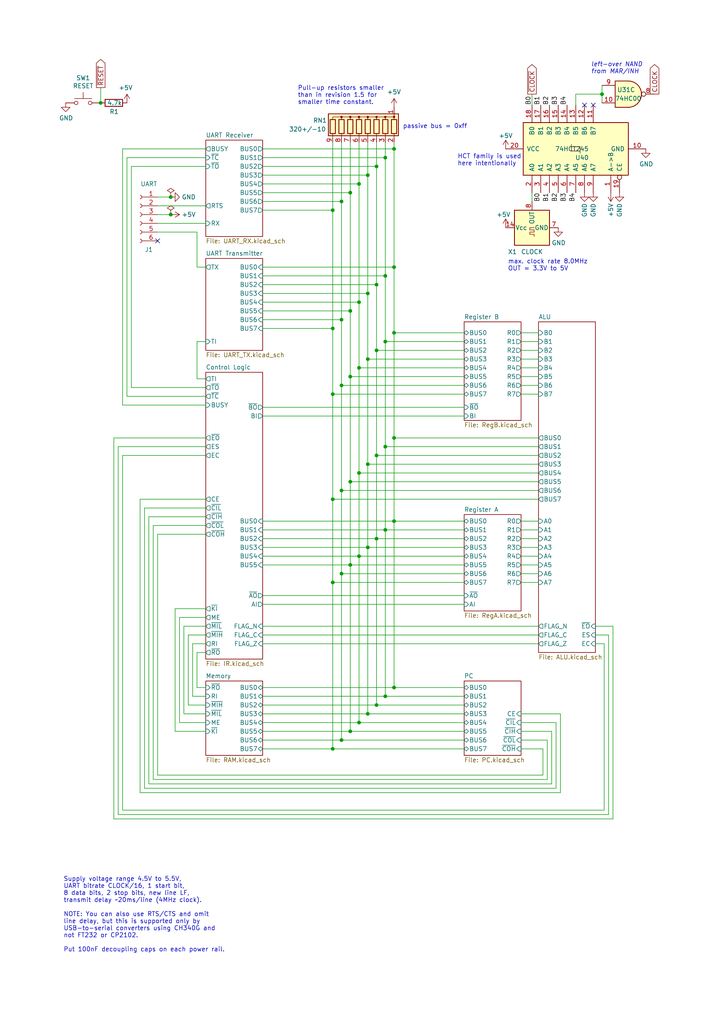
<source format=kicad_sch>
(kicad_sch (version 20211123) (generator eeschema)

  (uuid 78f451eb-c174-41d5-8503-c97ea93c08f4)

  (paper "A4" portrait)

  (title_block
    (title "Minimal CPU 'Redux Beast Mode' Edition")
    (date "2022-07-09")
    (rev "1.6")
    (comment 2 "creativecommons.org/licenses/by-nc-sa/3.0/deed.en")
    (comment 3 "License: CC BY-NC-SA 3.0")
    (comment 4 "Author: Carsten Herting (slu4)")
  )

  (lib_symbols
    (symbol "74xx:74HC00" (pin_names (offset 1.016)) (in_bom yes) (on_board yes)
      (property "Reference" "U" (id 0) (at 0 1.27 0)
        (effects (font (size 1.27 1.27)))
      )
      (property "Value" "74HC00" (id 1) (at 0 -1.27 0)
        (effects (font (size 1.27 1.27)))
      )
      (property "Footprint" "" (id 2) (at 0 0 0)
        (effects (font (size 1.27 1.27)) hide)
      )
      (property "Datasheet" "http://www.ti.com/lit/gpn/sn74hc00" (id 3) (at 0 0 0)
        (effects (font (size 1.27 1.27)) hide)
      )
      (property "ki_locked" "" (id 4) (at 0 0 0)
        (effects (font (size 1.27 1.27)))
      )
      (property "ki_keywords" "HCMOS nand 2-input" (id 5) (at 0 0 0)
        (effects (font (size 1.27 1.27)) hide)
      )
      (property "ki_description" "quad 2-input NAND gate" (id 6) (at 0 0 0)
        (effects (font (size 1.27 1.27)) hide)
      )
      (property "ki_fp_filters" "DIP*W7.62mm* SO14*" (id 7) (at 0 0 0)
        (effects (font (size 1.27 1.27)) hide)
      )
      (symbol "74HC00_1_1"
        (arc (start 0 -3.81) (mid 3.81 0) (end 0 3.81)
          (stroke (width 0.254) (type default) (color 0 0 0 0))
          (fill (type background))
        )
        (polyline
          (pts
            (xy 0 3.81)
            (xy -3.81 3.81)
            (xy -3.81 -3.81)
            (xy 0 -3.81)
          )
          (stroke (width 0.254) (type default) (color 0 0 0 0))
          (fill (type background))
        )
        (pin input line (at -7.62 2.54 0) (length 3.81)
          (name "~" (effects (font (size 1.27 1.27))))
          (number "1" (effects (font (size 1.27 1.27))))
        )
        (pin input line (at -7.62 -2.54 0) (length 3.81)
          (name "~" (effects (font (size 1.27 1.27))))
          (number "2" (effects (font (size 1.27 1.27))))
        )
        (pin output inverted (at 7.62 0 180) (length 3.81)
          (name "~" (effects (font (size 1.27 1.27))))
          (number "3" (effects (font (size 1.27 1.27))))
        )
      )
      (symbol "74HC00_1_2"
        (arc (start -3.81 -3.81) (mid -2.589 0) (end -3.81 3.81)
          (stroke (width 0.254) (type default) (color 0 0 0 0))
          (fill (type none))
        )
        (arc (start -0.6096 -3.81) (mid 2.1842 -2.5851) (end 3.81 0)
          (stroke (width 0.254) (type default) (color 0 0 0 0))
          (fill (type background))
        )
        (polyline
          (pts
            (xy -3.81 -3.81)
            (xy -0.635 -3.81)
          )
          (stroke (width 0.254) (type default) (color 0 0 0 0))
          (fill (type background))
        )
        (polyline
          (pts
            (xy -3.81 3.81)
            (xy -0.635 3.81)
          )
          (stroke (width 0.254) (type default) (color 0 0 0 0))
          (fill (type background))
        )
        (polyline
          (pts
            (xy -0.635 3.81)
            (xy -3.81 3.81)
            (xy -3.81 3.81)
            (xy -3.556 3.4036)
            (xy -3.0226 2.2606)
            (xy -2.6924 1.0414)
            (xy -2.6162 -0.254)
            (xy -2.7686 -1.4986)
            (xy -3.175 -2.7178)
            (xy -3.81 -3.81)
            (xy -3.81 -3.81)
            (xy -0.635 -3.81)
          )
          (stroke (width -25.4) (type default) (color 0 0 0 0))
          (fill (type background))
        )
        (arc (start 3.81 0) (mid 2.1915 2.5936) (end -0.6096 3.81)
          (stroke (width 0.254) (type default) (color 0 0 0 0))
          (fill (type background))
        )
        (pin input inverted (at -7.62 2.54 0) (length 4.318)
          (name "~" (effects (font (size 1.27 1.27))))
          (number "1" (effects (font (size 1.27 1.27))))
        )
        (pin input inverted (at -7.62 -2.54 0) (length 4.318)
          (name "~" (effects (font (size 1.27 1.27))))
          (number "2" (effects (font (size 1.27 1.27))))
        )
        (pin output line (at 7.62 0 180) (length 3.81)
          (name "~" (effects (font (size 1.27 1.27))))
          (number "3" (effects (font (size 1.27 1.27))))
        )
      )
      (symbol "74HC00_2_1"
        (arc (start 0 -3.81) (mid 3.81 0) (end 0 3.81)
          (stroke (width 0.254) (type default) (color 0 0 0 0))
          (fill (type background))
        )
        (polyline
          (pts
            (xy 0 3.81)
            (xy -3.81 3.81)
            (xy -3.81 -3.81)
            (xy 0 -3.81)
          )
          (stroke (width 0.254) (type default) (color 0 0 0 0))
          (fill (type background))
        )
        (pin input line (at -7.62 2.54 0) (length 3.81)
          (name "~" (effects (font (size 1.27 1.27))))
          (number "4" (effects (font (size 1.27 1.27))))
        )
        (pin input line (at -7.62 -2.54 0) (length 3.81)
          (name "~" (effects (font (size 1.27 1.27))))
          (number "5" (effects (font (size 1.27 1.27))))
        )
        (pin output inverted (at 7.62 0 180) (length 3.81)
          (name "~" (effects (font (size 1.27 1.27))))
          (number "6" (effects (font (size 1.27 1.27))))
        )
      )
      (symbol "74HC00_2_2"
        (arc (start -3.81 -3.81) (mid -2.589 0) (end -3.81 3.81)
          (stroke (width 0.254) (type default) (color 0 0 0 0))
          (fill (type none))
        )
        (arc (start -0.6096 -3.81) (mid 2.1842 -2.5851) (end 3.81 0)
          (stroke (width 0.254) (type default) (color 0 0 0 0))
          (fill (type background))
        )
        (polyline
          (pts
            (xy -3.81 -3.81)
            (xy -0.635 -3.81)
          )
          (stroke (width 0.254) (type default) (color 0 0 0 0))
          (fill (type background))
        )
        (polyline
          (pts
            (xy -3.81 3.81)
            (xy -0.635 3.81)
          )
          (stroke (width 0.254) (type default) (color 0 0 0 0))
          (fill (type background))
        )
        (polyline
          (pts
            (xy -0.635 3.81)
            (xy -3.81 3.81)
            (xy -3.81 3.81)
            (xy -3.556 3.4036)
            (xy -3.0226 2.2606)
            (xy -2.6924 1.0414)
            (xy -2.6162 -0.254)
            (xy -2.7686 -1.4986)
            (xy -3.175 -2.7178)
            (xy -3.81 -3.81)
            (xy -3.81 -3.81)
            (xy -0.635 -3.81)
          )
          (stroke (width -25.4) (type default) (color 0 0 0 0))
          (fill (type background))
        )
        (arc (start 3.81 0) (mid 2.1915 2.5936) (end -0.6096 3.81)
          (stroke (width 0.254) (type default) (color 0 0 0 0))
          (fill (type background))
        )
        (pin input inverted (at -7.62 2.54 0) (length 4.318)
          (name "~" (effects (font (size 1.27 1.27))))
          (number "4" (effects (font (size 1.27 1.27))))
        )
        (pin input inverted (at -7.62 -2.54 0) (length 4.318)
          (name "~" (effects (font (size 1.27 1.27))))
          (number "5" (effects (font (size 1.27 1.27))))
        )
        (pin output line (at 7.62 0 180) (length 3.81)
          (name "~" (effects (font (size 1.27 1.27))))
          (number "6" (effects (font (size 1.27 1.27))))
        )
      )
      (symbol "74HC00_3_1"
        (arc (start 0 -3.81) (mid 3.81 0) (end 0 3.81)
          (stroke (width 0.254) (type default) (color 0 0 0 0))
          (fill (type background))
        )
        (polyline
          (pts
            (xy 0 3.81)
            (xy -3.81 3.81)
            (xy -3.81 -3.81)
            (xy 0 -3.81)
          )
          (stroke (width 0.254) (type default) (color 0 0 0 0))
          (fill (type background))
        )
        (pin input line (at -7.62 -2.54 0) (length 3.81)
          (name "~" (effects (font (size 1.27 1.27))))
          (number "10" (effects (font (size 1.27 1.27))))
        )
        (pin output inverted (at 7.62 0 180) (length 3.81)
          (name "~" (effects (font (size 1.27 1.27))))
          (number "8" (effects (font (size 1.27 1.27))))
        )
        (pin input line (at -7.62 2.54 0) (length 3.81)
          (name "~" (effects (font (size 1.27 1.27))))
          (number "9" (effects (font (size 1.27 1.27))))
        )
      )
      (symbol "74HC00_3_2"
        (arc (start -3.81 -3.81) (mid -2.589 0) (end -3.81 3.81)
          (stroke (width 0.254) (type default) (color 0 0 0 0))
          (fill (type none))
        )
        (arc (start -0.6096 -3.81) (mid 2.1842 -2.5851) (end 3.81 0)
          (stroke (width 0.254) (type default) (color 0 0 0 0))
          (fill (type background))
        )
        (polyline
          (pts
            (xy -3.81 -3.81)
            (xy -0.635 -3.81)
          )
          (stroke (width 0.254) (type default) (color 0 0 0 0))
          (fill (type background))
        )
        (polyline
          (pts
            (xy -3.81 3.81)
            (xy -0.635 3.81)
          )
          (stroke (width 0.254) (type default) (color 0 0 0 0))
          (fill (type background))
        )
        (polyline
          (pts
            (xy -0.635 3.81)
            (xy -3.81 3.81)
            (xy -3.81 3.81)
            (xy -3.556 3.4036)
            (xy -3.0226 2.2606)
            (xy -2.6924 1.0414)
            (xy -2.6162 -0.254)
            (xy -2.7686 -1.4986)
            (xy -3.175 -2.7178)
            (xy -3.81 -3.81)
            (xy -3.81 -3.81)
            (xy -0.635 -3.81)
          )
          (stroke (width -25.4) (type default) (color 0 0 0 0))
          (fill (type background))
        )
        (arc (start 3.81 0) (mid 2.1915 2.5936) (end -0.6096 3.81)
          (stroke (width 0.254) (type default) (color 0 0 0 0))
          (fill (type background))
        )
        (pin input inverted (at -7.62 -2.54 0) (length 4.318)
          (name "~" (effects (font (size 1.27 1.27))))
          (number "10" (effects (font (size 1.27 1.27))))
        )
        (pin output line (at 7.62 0 180) (length 3.81)
          (name "~" (effects (font (size 1.27 1.27))))
          (number "8" (effects (font (size 1.27 1.27))))
        )
        (pin input inverted (at -7.62 2.54 0) (length 4.318)
          (name "~" (effects (font (size 1.27 1.27))))
          (number "9" (effects (font (size 1.27 1.27))))
        )
      )
      (symbol "74HC00_4_1"
        (arc (start 0 -3.81) (mid 3.81 0) (end 0 3.81)
          (stroke (width 0.254) (type default) (color 0 0 0 0))
          (fill (type background))
        )
        (polyline
          (pts
            (xy 0 3.81)
            (xy -3.81 3.81)
            (xy -3.81 -3.81)
            (xy 0 -3.81)
          )
          (stroke (width 0.254) (type default) (color 0 0 0 0))
          (fill (type background))
        )
        (pin output inverted (at 7.62 0 180) (length 3.81)
          (name "~" (effects (font (size 1.27 1.27))))
          (number "11" (effects (font (size 1.27 1.27))))
        )
        (pin input line (at -7.62 2.54 0) (length 3.81)
          (name "~" (effects (font (size 1.27 1.27))))
          (number "12" (effects (font (size 1.27 1.27))))
        )
        (pin input line (at -7.62 -2.54 0) (length 3.81)
          (name "~" (effects (font (size 1.27 1.27))))
          (number "13" (effects (font (size 1.27 1.27))))
        )
      )
      (symbol "74HC00_4_2"
        (arc (start -3.81 -3.81) (mid -2.589 0) (end -3.81 3.81)
          (stroke (width 0.254) (type default) (color 0 0 0 0))
          (fill (type none))
        )
        (arc (start -0.6096 -3.81) (mid 2.1842 -2.5851) (end 3.81 0)
          (stroke (width 0.254) (type default) (color 0 0 0 0))
          (fill (type background))
        )
        (polyline
          (pts
            (xy -3.81 -3.81)
            (xy -0.635 -3.81)
          )
          (stroke (width 0.254) (type default) (color 0 0 0 0))
          (fill (type background))
        )
        (polyline
          (pts
            (xy -3.81 3.81)
            (xy -0.635 3.81)
          )
          (stroke (width 0.254) (type default) (color 0 0 0 0))
          (fill (type background))
        )
        (polyline
          (pts
            (xy -0.635 3.81)
            (xy -3.81 3.81)
            (xy -3.81 3.81)
            (xy -3.556 3.4036)
            (xy -3.0226 2.2606)
            (xy -2.6924 1.0414)
            (xy -2.6162 -0.254)
            (xy -2.7686 -1.4986)
            (xy -3.175 -2.7178)
            (xy -3.81 -3.81)
            (xy -3.81 -3.81)
            (xy -0.635 -3.81)
          )
          (stroke (width -25.4) (type default) (color 0 0 0 0))
          (fill (type background))
        )
        (arc (start 3.81 0) (mid 2.1915 2.5936) (end -0.6096 3.81)
          (stroke (width 0.254) (type default) (color 0 0 0 0))
          (fill (type background))
        )
        (pin output line (at 7.62 0 180) (length 3.81)
          (name "~" (effects (font (size 1.27 1.27))))
          (number "11" (effects (font (size 1.27 1.27))))
        )
        (pin input inverted (at -7.62 2.54 0) (length 4.318)
          (name "~" (effects (font (size 1.27 1.27))))
          (number "12" (effects (font (size 1.27 1.27))))
        )
        (pin input inverted (at -7.62 -2.54 0) (length 4.318)
          (name "~" (effects (font (size 1.27 1.27))))
          (number "13" (effects (font (size 1.27 1.27))))
        )
      )
      (symbol "74HC00_5_0"
        (pin power_in line (at 0 12.7 270) (length 5.08)
          (name "VCC" (effects (font (size 1.27 1.27))))
          (number "14" (effects (font (size 1.27 1.27))))
        )
        (pin power_in line (at 0 -12.7 90) (length 5.08)
          (name "GND" (effects (font (size 1.27 1.27))))
          (number "7" (effects (font (size 1.27 1.27))))
        )
      )
      (symbol "74HC00_5_1"
        (rectangle (start -5.08 7.62) (end 5.08 -7.62)
          (stroke (width 0.254) (type default) (color 0 0 0 0))
          (fill (type background))
        )
      )
    )
    (symbol "74xx:74HC245" (pin_names (offset 1.016)) (in_bom yes) (on_board yes)
      (property "Reference" "U" (id 0) (at -7.62 16.51 0)
        (effects (font (size 1.27 1.27)))
      )
      (property "Value" "74HC245" (id 1) (at -7.62 -16.51 0)
        (effects (font (size 1.27 1.27)))
      )
      (property "Footprint" "" (id 2) (at 0 0 0)
        (effects (font (size 1.27 1.27)) hide)
      )
      (property "Datasheet" "http://www.ti.com/lit/gpn/sn74HC245" (id 3) (at 0 0 0)
        (effects (font (size 1.27 1.27)) hide)
      )
      (property "ki_locked" "" (id 4) (at 0 0 0)
        (effects (font (size 1.27 1.27)))
      )
      (property "ki_keywords" "HCMOS BUS 3State" (id 5) (at 0 0 0)
        (effects (font (size 1.27 1.27)) hide)
      )
      (property "ki_description" "Octal BUS Transceivers, 3-State outputs" (id 6) (at 0 0 0)
        (effects (font (size 1.27 1.27)) hide)
      )
      (property "ki_fp_filters" "DIP?20*" (id 7) (at 0 0 0)
        (effects (font (size 1.27 1.27)) hide)
      )
      (symbol "74HC245_1_0"
        (polyline
          (pts
            (xy -0.635 -1.27)
            (xy -0.635 1.27)
            (xy 0.635 1.27)
          )
          (stroke (width 0) (type default) (color 0 0 0 0))
          (fill (type none))
        )
        (polyline
          (pts
            (xy -1.27 -1.27)
            (xy 0.635 -1.27)
            (xy 0.635 1.27)
            (xy 1.27 1.27)
          )
          (stroke (width 0) (type default) (color 0 0 0 0))
          (fill (type none))
        )
        (pin input line (at -12.7 -10.16 0) (length 5.08)
          (name "A->B" (effects (font (size 1.27 1.27))))
          (number "1" (effects (font (size 1.27 1.27))))
        )
        (pin power_in line (at 0 -20.32 90) (length 5.08)
          (name "GND" (effects (font (size 1.27 1.27))))
          (number "10" (effects (font (size 1.27 1.27))))
        )
        (pin tri_state line (at 12.7 -5.08 180) (length 5.08)
          (name "B7" (effects (font (size 1.27 1.27))))
          (number "11" (effects (font (size 1.27 1.27))))
        )
        (pin tri_state line (at 12.7 -2.54 180) (length 5.08)
          (name "B6" (effects (font (size 1.27 1.27))))
          (number "12" (effects (font (size 1.27 1.27))))
        )
        (pin tri_state line (at 12.7 0 180) (length 5.08)
          (name "B5" (effects (font (size 1.27 1.27))))
          (number "13" (effects (font (size 1.27 1.27))))
        )
        (pin tri_state line (at 12.7 2.54 180) (length 5.08)
          (name "B4" (effects (font (size 1.27 1.27))))
          (number "14" (effects (font (size 1.27 1.27))))
        )
        (pin tri_state line (at 12.7 5.08 180) (length 5.08)
          (name "B3" (effects (font (size 1.27 1.27))))
          (number "15" (effects (font (size 1.27 1.27))))
        )
        (pin tri_state line (at 12.7 7.62 180) (length 5.08)
          (name "B2" (effects (font (size 1.27 1.27))))
          (number "16" (effects (font (size 1.27 1.27))))
        )
        (pin tri_state line (at 12.7 10.16 180) (length 5.08)
          (name "B1" (effects (font (size 1.27 1.27))))
          (number "17" (effects (font (size 1.27 1.27))))
        )
        (pin tri_state line (at 12.7 12.7 180) (length 5.08)
          (name "B0" (effects (font (size 1.27 1.27))))
          (number "18" (effects (font (size 1.27 1.27))))
        )
        (pin input inverted (at -12.7 -12.7 0) (length 5.08)
          (name "CE" (effects (font (size 1.27 1.27))))
          (number "19" (effects (font (size 1.27 1.27))))
        )
        (pin tri_state line (at -12.7 12.7 0) (length 5.08)
          (name "A0" (effects (font (size 1.27 1.27))))
          (number "2" (effects (font (size 1.27 1.27))))
        )
        (pin power_in line (at 0 20.32 270) (length 5.08)
          (name "VCC" (effects (font (size 1.27 1.27))))
          (number "20" (effects (font (size 1.27 1.27))))
        )
        (pin tri_state line (at -12.7 10.16 0) (length 5.08)
          (name "A1" (effects (font (size 1.27 1.27))))
          (number "3" (effects (font (size 1.27 1.27))))
        )
        (pin tri_state line (at -12.7 7.62 0) (length 5.08)
          (name "A2" (effects (font (size 1.27 1.27))))
          (number "4" (effects (font (size 1.27 1.27))))
        )
        (pin tri_state line (at -12.7 5.08 0) (length 5.08)
          (name "A3" (effects (font (size 1.27 1.27))))
          (number "5" (effects (font (size 1.27 1.27))))
        )
        (pin tri_state line (at -12.7 2.54 0) (length 5.08)
          (name "A4" (effects (font (size 1.27 1.27))))
          (number "6" (effects (font (size 1.27 1.27))))
        )
        (pin tri_state line (at -12.7 0 0) (length 5.08)
          (name "A5" (effects (font (size 1.27 1.27))))
          (number "7" (effects (font (size 1.27 1.27))))
        )
        (pin tri_state line (at -12.7 -2.54 0) (length 5.08)
          (name "A6" (effects (font (size 1.27 1.27))))
          (number "8" (effects (font (size 1.27 1.27))))
        )
        (pin tri_state line (at -12.7 -5.08 0) (length 5.08)
          (name "A7" (effects (font (size 1.27 1.27))))
          (number "9" (effects (font (size 1.27 1.27))))
        )
      )
      (symbol "74HC245_1_1"
        (rectangle (start -7.62 15.24) (end 7.62 -15.24)
          (stroke (width 0.254) (type default) (color 0 0 0 0))
          (fill (type background))
        )
      )
    )
    (symbol "8-Bit CPU 32k-cache:Oscillator_ACO-xxxMHz" (pin_names (offset 0.254)) (in_bom yes) (on_board yes)
      (property "Reference" "X" (id 0) (at -5.08 6.35 0)
        (effects (font (size 1.27 1.27)) (justify left))
      )
      (property "Value" "Oscillator_ACO-xxxMHz" (id 1) (at 1.27 -6.35 0)
        (effects (font (size 1.27 1.27)) (justify left))
      )
      (property "Footprint" "Oscillator:Oscillator_DIP-14" (id 2) (at 11.43 -8.89 0)
        (effects (font (size 1.27 1.27)) hide)
      )
      (property "Datasheet" "" (id 3) (at -2.54 0 0)
        (effects (font (size 1.27 1.27)) hide)
      )
      (property "ki_fp_filters" "Oscillator*DIP*14*" (id 4) (at 0 0 0)
        (effects (font (size 1.27 1.27)) hide)
      )
      (symbol "Oscillator_ACO-xxxMHz_0_1"
        (rectangle (start -5.08 5.08) (end 5.08 -5.08)
          (stroke (width 0.254) (type default) (color 0 0 0 0))
          (fill (type background))
        )
        (polyline
          (pts
            (xy -2.54 -0.635)
            (xy -1.905 -0.635)
            (xy -1.905 0.635)
            (xy -1.27 0.635)
            (xy -1.27 -0.635)
            (xy -0.635 -0.635)
            (xy -0.635 0.635)
            (xy 0 0.635)
            (xy 0 -0.635)
          )
          (stroke (width 0) (type default) (color 0 0 0 0))
          (fill (type none))
        )
      )
      (symbol "Oscillator_ACO-xxxMHz_1_1"
        (pin no_connect line (at -7.62 0 0) (length 2.54) hide
          (name "NC" (effects (font (size 1.27 1.27))))
          (number "1" (effects (font (size 1.27 1.27))))
        )
        (pin power_in line (at 0 7.62 270) (length 2.54)
          (name "Vcc" (effects (font (size 1.27 1.27))))
          (number "14" (effects (font (size 1.27 1.27))))
        )
        (pin power_in line (at 0 -7.62 90) (length 2.54)
          (name "GND" (effects (font (size 1.27 1.27))))
          (number "7" (effects (font (size 1.27 1.27))))
        )
        (pin output line (at 7.62 0 180) (length 2.54)
          (name "OUT" (effects (font (size 1.27 1.27))))
          (number "8" (effects (font (size 1.27 1.27))))
        )
      )
    )
    (symbol "Connector:Conn_01x06_Female" (pin_names (offset 1.016) hide) (in_bom yes) (on_board yes)
      (property "Reference" "J" (id 0) (at 0 7.62 0)
        (effects (font (size 1.27 1.27)))
      )
      (property "Value" "Conn_01x06_Female" (id 1) (at 0 -10.16 0)
        (effects (font (size 1.27 1.27)))
      )
      (property "Footprint" "" (id 2) (at 0 0 0)
        (effects (font (size 1.27 1.27)) hide)
      )
      (property "Datasheet" "~" (id 3) (at 0 0 0)
        (effects (font (size 1.27 1.27)) hide)
      )
      (property "ki_keywords" "connector" (id 4) (at 0 0 0)
        (effects (font (size 1.27 1.27)) hide)
      )
      (property "ki_description" "Generic connector, single row, 01x06, script generated (kicad-library-utils/schlib/autogen/connector/)" (id 5) (at 0 0 0)
        (effects (font (size 1.27 1.27)) hide)
      )
      (property "ki_fp_filters" "Connector*:*_1x??_*" (id 6) (at 0 0 0)
        (effects (font (size 1.27 1.27)) hide)
      )
      (symbol "Conn_01x06_Female_1_1"
        (arc (start 0 -7.112) (mid -0.508 -7.62) (end 0 -8.128)
          (stroke (width 0.1524) (type default) (color 0 0 0 0))
          (fill (type none))
        )
        (arc (start 0 -4.572) (mid -0.508 -5.08) (end 0 -5.588)
          (stroke (width 0.1524) (type default) (color 0 0 0 0))
          (fill (type none))
        )
        (arc (start 0 -2.032) (mid -0.508 -2.54) (end 0 -3.048)
          (stroke (width 0.1524) (type default) (color 0 0 0 0))
          (fill (type none))
        )
        (polyline
          (pts
            (xy -1.27 -7.62)
            (xy -0.508 -7.62)
          )
          (stroke (width 0.1524) (type default) (color 0 0 0 0))
          (fill (type none))
        )
        (polyline
          (pts
            (xy -1.27 -5.08)
            (xy -0.508 -5.08)
          )
          (stroke (width 0.1524) (type default) (color 0 0 0 0))
          (fill (type none))
        )
        (polyline
          (pts
            (xy -1.27 -2.54)
            (xy -0.508 -2.54)
          )
          (stroke (width 0.1524) (type default) (color 0 0 0 0))
          (fill (type none))
        )
        (polyline
          (pts
            (xy -1.27 0)
            (xy -0.508 0)
          )
          (stroke (width 0.1524) (type default) (color 0 0 0 0))
          (fill (type none))
        )
        (polyline
          (pts
            (xy -1.27 2.54)
            (xy -0.508 2.54)
          )
          (stroke (width 0.1524) (type default) (color 0 0 0 0))
          (fill (type none))
        )
        (polyline
          (pts
            (xy -1.27 5.08)
            (xy -0.508 5.08)
          )
          (stroke (width 0.1524) (type default) (color 0 0 0 0))
          (fill (type none))
        )
        (arc (start 0 0.508) (mid -0.508 0) (end 0 -0.508)
          (stroke (width 0.1524) (type default) (color 0 0 0 0))
          (fill (type none))
        )
        (arc (start 0 3.048) (mid -0.508 2.54) (end 0 2.032)
          (stroke (width 0.1524) (type default) (color 0 0 0 0))
          (fill (type none))
        )
        (arc (start 0 5.588) (mid -0.508 5.08) (end 0 4.572)
          (stroke (width 0.1524) (type default) (color 0 0 0 0))
          (fill (type none))
        )
        (pin passive line (at -5.08 5.08 0) (length 3.81)
          (name "Pin_1" (effects (font (size 1.27 1.27))))
          (number "1" (effects (font (size 1.27 1.27))))
        )
        (pin passive line (at -5.08 2.54 0) (length 3.81)
          (name "Pin_2" (effects (font (size 1.27 1.27))))
          (number "2" (effects (font (size 1.27 1.27))))
        )
        (pin passive line (at -5.08 0 0) (length 3.81)
          (name "Pin_3" (effects (font (size 1.27 1.27))))
          (number "3" (effects (font (size 1.27 1.27))))
        )
        (pin passive line (at -5.08 -2.54 0) (length 3.81)
          (name "Pin_4" (effects (font (size 1.27 1.27))))
          (number "4" (effects (font (size 1.27 1.27))))
        )
        (pin passive line (at -5.08 -5.08 0) (length 3.81)
          (name "Pin_5" (effects (font (size 1.27 1.27))))
          (number "5" (effects (font (size 1.27 1.27))))
        )
        (pin passive line (at -5.08 -7.62 0) (length 3.81)
          (name "Pin_6" (effects (font (size 1.27 1.27))))
          (number "6" (effects (font (size 1.27 1.27))))
        )
      )
    )
    (symbol "Device:R" (pin_numbers hide) (pin_names (offset 0)) (in_bom yes) (on_board yes)
      (property "Reference" "R" (id 0) (at 2.032 0 90)
        (effects (font (size 1.27 1.27)))
      )
      (property "Value" "R" (id 1) (at 0 0 90)
        (effects (font (size 1.27 1.27)))
      )
      (property "Footprint" "" (id 2) (at -1.778 0 90)
        (effects (font (size 1.27 1.27)) hide)
      )
      (property "Datasheet" "~" (id 3) (at 0 0 0)
        (effects (font (size 1.27 1.27)) hide)
      )
      (property "ki_keywords" "R res resistor" (id 4) (at 0 0 0)
        (effects (font (size 1.27 1.27)) hide)
      )
      (property "ki_description" "Resistor" (id 5) (at 0 0 0)
        (effects (font (size 1.27 1.27)) hide)
      )
      (property "ki_fp_filters" "R_*" (id 6) (at 0 0 0)
        (effects (font (size 1.27 1.27)) hide)
      )
      (symbol "R_0_1"
        (rectangle (start -1.016 -2.54) (end 1.016 2.54)
          (stroke (width 0.254) (type default) (color 0 0 0 0))
          (fill (type none))
        )
      )
      (symbol "R_1_1"
        (pin passive line (at 0 3.81 270) (length 1.27)
          (name "~" (effects (font (size 1.27 1.27))))
          (number "1" (effects (font (size 1.27 1.27))))
        )
        (pin passive line (at 0 -3.81 90) (length 1.27)
          (name "~" (effects (font (size 1.27 1.27))))
          (number "2" (effects (font (size 1.27 1.27))))
        )
      )
    )
    (symbol "Device:R_Network08" (pin_names (offset 0) hide) (in_bom yes) (on_board yes)
      (property "Reference" "RN" (id 0) (at -12.7 0 90)
        (effects (font (size 1.27 1.27)))
      )
      (property "Value" "R_Network08" (id 1) (at 10.16 0 90)
        (effects (font (size 1.27 1.27)))
      )
      (property "Footprint" "Resistor_THT:R_Array_SIP9" (id 2) (at 12.065 0 90)
        (effects (font (size 1.27 1.27)) hide)
      )
      (property "Datasheet" "http://www.vishay.com/docs/31509/csc.pdf" (id 3) (at 0 0 0)
        (effects (font (size 1.27 1.27)) hide)
      )
      (property "ki_keywords" "R network star-topology" (id 4) (at 0 0 0)
        (effects (font (size 1.27 1.27)) hide)
      )
      (property "ki_description" "8 resistor network, star topology, bussed resistors, small symbol" (id 5) (at 0 0 0)
        (effects (font (size 1.27 1.27)) hide)
      )
      (property "ki_fp_filters" "R?Array?SIP*" (id 6) (at 0 0 0)
        (effects (font (size 1.27 1.27)) hide)
      )
      (symbol "R_Network08_0_1"
        (rectangle (start -11.43 -3.175) (end 8.89 3.175)
          (stroke (width 0.254) (type default) (color 0 0 0 0))
          (fill (type background))
        )
        (rectangle (start -10.922 1.524) (end -9.398 -2.54)
          (stroke (width 0.254) (type default) (color 0 0 0 0))
          (fill (type none))
        )
        (circle (center -10.16 2.286) (radius 0.254)
          (stroke (width 0) (type default) (color 0 0 0 0))
          (fill (type outline))
        )
        (rectangle (start -8.382 1.524) (end -6.858 -2.54)
          (stroke (width 0.254) (type default) (color 0 0 0 0))
          (fill (type none))
        )
        (circle (center -7.62 2.286) (radius 0.254)
          (stroke (width 0) (type default) (color 0 0 0 0))
          (fill (type outline))
        )
        (rectangle (start -5.842 1.524) (end -4.318 -2.54)
          (stroke (width 0.254) (type default) (color 0 0 0 0))
          (fill (type none))
        )
        (circle (center -5.08 2.286) (radius 0.254)
          (stroke (width 0) (type default) (color 0 0 0 0))
          (fill (type outline))
        )
        (rectangle (start -3.302 1.524) (end -1.778 -2.54)
          (stroke (width 0.254) (type default) (color 0 0 0 0))
          (fill (type none))
        )
        (circle (center -2.54 2.286) (radius 0.254)
          (stroke (width 0) (type default) (color 0 0 0 0))
          (fill (type outline))
        )
        (rectangle (start -0.762 1.524) (end 0.762 -2.54)
          (stroke (width 0.254) (type default) (color 0 0 0 0))
          (fill (type none))
        )
        (polyline
          (pts
            (xy -10.16 -2.54)
            (xy -10.16 -3.81)
          )
          (stroke (width 0) (type default) (color 0 0 0 0))
          (fill (type none))
        )
        (polyline
          (pts
            (xy -7.62 -2.54)
            (xy -7.62 -3.81)
          )
          (stroke (width 0) (type default) (color 0 0 0 0))
          (fill (type none))
        )
        (polyline
          (pts
            (xy -5.08 -2.54)
            (xy -5.08 -3.81)
          )
          (stroke (width 0) (type default) (color 0 0 0 0))
          (fill (type none))
        )
        (polyline
          (pts
            (xy -2.54 -2.54)
            (xy -2.54 -3.81)
          )
          (stroke (width 0) (type default) (color 0 0 0 0))
          (fill (type none))
        )
        (polyline
          (pts
            (xy 0 -2.54)
            (xy 0 -3.81)
          )
          (stroke (width 0) (type default) (color 0 0 0 0))
          (fill (type none))
        )
        (polyline
          (pts
            (xy 2.54 -2.54)
            (xy 2.54 -3.81)
          )
          (stroke (width 0) (type default) (color 0 0 0 0))
          (fill (type none))
        )
        (polyline
          (pts
            (xy 5.08 -2.54)
            (xy 5.08 -3.81)
          )
          (stroke (width 0) (type default) (color 0 0 0 0))
          (fill (type none))
        )
        (polyline
          (pts
            (xy 7.62 -2.54)
            (xy 7.62 -3.81)
          )
          (stroke (width 0) (type default) (color 0 0 0 0))
          (fill (type none))
        )
        (polyline
          (pts
            (xy -10.16 1.524)
            (xy -10.16 2.286)
            (xy -7.62 2.286)
            (xy -7.62 1.524)
          )
          (stroke (width 0) (type default) (color 0 0 0 0))
          (fill (type none))
        )
        (polyline
          (pts
            (xy -7.62 1.524)
            (xy -7.62 2.286)
            (xy -5.08 2.286)
            (xy -5.08 1.524)
          )
          (stroke (width 0) (type default) (color 0 0 0 0))
          (fill (type none))
        )
        (polyline
          (pts
            (xy -5.08 1.524)
            (xy -5.08 2.286)
            (xy -2.54 2.286)
            (xy -2.54 1.524)
          )
          (stroke (width 0) (type default) (color 0 0 0 0))
          (fill (type none))
        )
        (polyline
          (pts
            (xy -2.54 1.524)
            (xy -2.54 2.286)
            (xy 0 2.286)
            (xy 0 1.524)
          )
          (stroke (width 0) (type default) (color 0 0 0 0))
          (fill (type none))
        )
        (polyline
          (pts
            (xy 0 1.524)
            (xy 0 2.286)
            (xy 2.54 2.286)
            (xy 2.54 1.524)
          )
          (stroke (width 0) (type default) (color 0 0 0 0))
          (fill (type none))
        )
        (polyline
          (pts
            (xy 2.54 1.524)
            (xy 2.54 2.286)
            (xy 5.08 2.286)
            (xy 5.08 1.524)
          )
          (stroke (width 0) (type default) (color 0 0 0 0))
          (fill (type none))
        )
        (polyline
          (pts
            (xy 5.08 1.524)
            (xy 5.08 2.286)
            (xy 7.62 2.286)
            (xy 7.62 1.524)
          )
          (stroke (width 0) (type default) (color 0 0 0 0))
          (fill (type none))
        )
        (circle (center 0 2.286) (radius 0.254)
          (stroke (width 0) (type default) (color 0 0 0 0))
          (fill (type outline))
        )
        (rectangle (start 1.778 1.524) (end 3.302 -2.54)
          (stroke (width 0.254) (type default) (color 0 0 0 0))
          (fill (type none))
        )
        (circle (center 2.54 2.286) (radius 0.254)
          (stroke (width 0) (type default) (color 0 0 0 0))
          (fill (type outline))
        )
        (rectangle (start 4.318 1.524) (end 5.842 -2.54)
          (stroke (width 0.254) (type default) (color 0 0 0 0))
          (fill (type none))
        )
        (circle (center 5.08 2.286) (radius 0.254)
          (stroke (width 0) (type default) (color 0 0 0 0))
          (fill (type outline))
        )
        (rectangle (start 6.858 1.524) (end 8.382 -2.54)
          (stroke (width 0.254) (type default) (color 0 0 0 0))
          (fill (type none))
        )
      )
      (symbol "R_Network08_1_1"
        (pin passive line (at -10.16 5.08 270) (length 2.54)
          (name "common" (effects (font (size 1.27 1.27))))
          (number "1" (effects (font (size 1.27 1.27))))
        )
        (pin passive line (at -10.16 -5.08 90) (length 1.27)
          (name "R1" (effects (font (size 1.27 1.27))))
          (number "2" (effects (font (size 1.27 1.27))))
        )
        (pin passive line (at -7.62 -5.08 90) (length 1.27)
          (name "R2" (effects (font (size 1.27 1.27))))
          (number "3" (effects (font (size 1.27 1.27))))
        )
        (pin passive line (at -5.08 -5.08 90) (length 1.27)
          (name "R3" (effects (font (size 1.27 1.27))))
          (number "4" (effects (font (size 1.27 1.27))))
        )
        (pin passive line (at -2.54 -5.08 90) (length 1.27)
          (name "R4" (effects (font (size 1.27 1.27))))
          (number "5" (effects (font (size 1.27 1.27))))
        )
        (pin passive line (at 0 -5.08 90) (length 1.27)
          (name "R5" (effects (font (size 1.27 1.27))))
          (number "6" (effects (font (size 1.27 1.27))))
        )
        (pin passive line (at 2.54 -5.08 90) (length 1.27)
          (name "R6" (effects (font (size 1.27 1.27))))
          (number "7" (effects (font (size 1.27 1.27))))
        )
        (pin passive line (at 5.08 -5.08 90) (length 1.27)
          (name "R7" (effects (font (size 1.27 1.27))))
          (number "8" (effects (font (size 1.27 1.27))))
        )
        (pin passive line (at 7.62 -5.08 90) (length 1.27)
          (name "R8" (effects (font (size 1.27 1.27))))
          (number "9" (effects (font (size 1.27 1.27))))
        )
      )
    )
    (symbol "Switch:SW_Push" (pin_numbers hide) (pin_names (offset 1.016) hide) (in_bom yes) (on_board yes)
      (property "Reference" "SW" (id 0) (at 1.27 2.54 0)
        (effects (font (size 1.27 1.27)) (justify left))
      )
      (property "Value" "SW_Push" (id 1) (at 0 -1.524 0)
        (effects (font (size 1.27 1.27)))
      )
      (property "Footprint" "" (id 2) (at 0 5.08 0)
        (effects (font (size 1.27 1.27)) hide)
      )
      (property "Datasheet" "~" (id 3) (at 0 5.08 0)
        (effects (font (size 1.27 1.27)) hide)
      )
      (property "ki_keywords" "switch normally-open pushbutton push-button" (id 4) (at 0 0 0)
        (effects (font (size 1.27 1.27)) hide)
      )
      (property "ki_description" "Push button switch, generic, two pins" (id 5) (at 0 0 0)
        (effects (font (size 1.27 1.27)) hide)
      )
      (symbol "SW_Push_0_1"
        (circle (center -2.032 0) (radius 0.508)
          (stroke (width 0) (type default) (color 0 0 0 0))
          (fill (type none))
        )
        (polyline
          (pts
            (xy 0 1.27)
            (xy 0 3.048)
          )
          (stroke (width 0) (type default) (color 0 0 0 0))
          (fill (type none))
        )
        (polyline
          (pts
            (xy 2.54 1.27)
            (xy -2.54 1.27)
          )
          (stroke (width 0) (type default) (color 0 0 0 0))
          (fill (type none))
        )
        (circle (center 2.032 0) (radius 0.508)
          (stroke (width 0) (type default) (color 0 0 0 0))
          (fill (type none))
        )
        (pin passive line (at -5.08 0 0) (length 2.54)
          (name "1" (effects (font (size 1.27 1.27))))
          (number "1" (effects (font (size 1.27 1.27))))
        )
        (pin passive line (at 5.08 0 180) (length 2.54)
          (name "2" (effects (font (size 1.27 1.27))))
          (number "2" (effects (font (size 1.27 1.27))))
        )
      )
    )
    (symbol "power:+5V" (power) (pin_names (offset 0)) (in_bom yes) (on_board yes)
      (property "Reference" "#PWR" (id 0) (at 0 -3.81 0)
        (effects (font (size 1.27 1.27)) hide)
      )
      (property "Value" "+5V" (id 1) (at 0 3.556 0)
        (effects (font (size 1.27 1.27)))
      )
      (property "Footprint" "" (id 2) (at 0 0 0)
        (effects (font (size 1.27 1.27)) hide)
      )
      (property "Datasheet" "" (id 3) (at 0 0 0)
        (effects (font (size 1.27 1.27)) hide)
      )
      (property "ki_keywords" "power-flag" (id 4) (at 0 0 0)
        (effects (font (size 1.27 1.27)) hide)
      )
      (property "ki_description" "Power symbol creates a global label with name \"+5V\"" (id 5) (at 0 0 0)
        (effects (font (size 1.27 1.27)) hide)
      )
      (symbol "+5V_0_1"
        (polyline
          (pts
            (xy -0.762 1.27)
            (xy 0 2.54)
          )
          (stroke (width 0) (type default) (color 0 0 0 0))
          (fill (type none))
        )
        (polyline
          (pts
            (xy 0 0)
            (xy 0 2.54)
          )
          (stroke (width 0) (type default) (color 0 0 0 0))
          (fill (type none))
        )
        (polyline
          (pts
            (xy 0 2.54)
            (xy 0.762 1.27)
          )
          (stroke (width 0) (type default) (color 0 0 0 0))
          (fill (type none))
        )
      )
      (symbol "+5V_1_1"
        (pin power_in line (at 0 0 90) (length 0) hide
          (name "+5V" (effects (font (size 1.27 1.27))))
          (number "1" (effects (font (size 1.27 1.27))))
        )
      )
    )
    (symbol "power:GND" (power) (pin_names (offset 0)) (in_bom yes) (on_board yes)
      (property "Reference" "#PWR" (id 0) (at 0 -6.35 0)
        (effects (font (size 1.27 1.27)) hide)
      )
      (property "Value" "GND" (id 1) (at 0 -3.81 0)
        (effects (font (size 1.27 1.27)))
      )
      (property "Footprint" "" (id 2) (at 0 0 0)
        (effects (font (size 1.27 1.27)) hide)
      )
      (property "Datasheet" "" (id 3) (at 0 0 0)
        (effects (font (size 1.27 1.27)) hide)
      )
      (property "ki_keywords" "power-flag" (id 4) (at 0 0 0)
        (effects (font (size 1.27 1.27)) hide)
      )
      (property "ki_description" "Power symbol creates a global label with name \"GND\" , ground" (id 5) (at 0 0 0)
        (effects (font (size 1.27 1.27)) hide)
      )
      (symbol "GND_0_1"
        (polyline
          (pts
            (xy 0 0)
            (xy 0 -1.27)
            (xy 1.27 -1.27)
            (xy 0 -2.54)
            (xy -1.27 -1.27)
            (xy 0 -1.27)
          )
          (stroke (width 0) (type default) (color 0 0 0 0))
          (fill (type none))
        )
      )
      (symbol "GND_1_1"
        (pin power_in line (at 0 0 270) (length 0) hide
          (name "GND" (effects (font (size 1.27 1.27))))
          (number "1" (effects (font (size 1.27 1.27))))
        )
      )
    )
    (symbol "power:PWR_FLAG" (power) (pin_numbers hide) (pin_names (offset 0) hide) (in_bom yes) (on_board yes)
      (property "Reference" "#FLG" (id 0) (at 0 1.905 0)
        (effects (font (size 1.27 1.27)) hide)
      )
      (property "Value" "PWR_FLAG" (id 1) (at 0 3.81 0)
        (effects (font (size 1.27 1.27)))
      )
      (property "Footprint" "" (id 2) (at 0 0 0)
        (effects (font (size 1.27 1.27)) hide)
      )
      (property "Datasheet" "~" (id 3) (at 0 0 0)
        (effects (font (size 1.27 1.27)) hide)
      )
      (property "ki_keywords" "power-flag" (id 4) (at 0 0 0)
        (effects (font (size 1.27 1.27)) hide)
      )
      (property "ki_description" "Special symbol for telling ERC where power comes from" (id 5) (at 0 0 0)
        (effects (font (size 1.27 1.27)) hide)
      )
      (symbol "PWR_FLAG_0_0"
        (pin power_out line (at 0 0 90) (length 0)
          (name "pwr" (effects (font (size 1.27 1.27))))
          (number "1" (effects (font (size 1.27 1.27))))
        )
      )
      (symbol "PWR_FLAG_0_1"
        (polyline
          (pts
            (xy 0 0)
            (xy 0 1.27)
            (xy -1.016 1.905)
            (xy 0 2.54)
            (xy 1.016 1.905)
            (xy 0 1.27)
          )
          (stroke (width 0) (type default) (color 0 0 0 0))
          (fill (type none))
        )
      )
    )
  )

  (junction (at 109.22 204.47) (diameter 0) (color 0 0 0 0)
    (uuid 03de8b3c-270d-4873-9357-486b3df01cb6)
  )
  (junction (at 104.14 161.29) (diameter 0) (color 0 0 0 0)
    (uuid 0bc49133-030e-42c3-83f1-ff2ce7c9d887)
  )
  (junction (at 111.76 99.06) (diameter 0) (color 0 0 0 0)
    (uuid 12ddfab5-f7c5-4ae6-a7e7-8cd2eacfb36b)
  )
  (junction (at 109.22 48.26) (diameter 0) (color 0 0 0 0)
    (uuid 13f2741b-495e-4113-8649-5173d60fa9b8)
  )
  (junction (at 99.06 111.76) (diameter 0) (color 0 0 0 0)
    (uuid 14bbd79d-3dec-42c2-b0c0-b4b35f575b78)
  )
  (junction (at 106.68 207.01) (diameter 0) (color 0 0 0 0)
    (uuid 18c224a6-1da5-434c-9efa-280a61114ff5)
  )
  (junction (at 104.14 87.63) (diameter 0) (color 0 0 0 0)
    (uuid 1d8ea8fc-7f0d-47b5-8cae-074e2ad2a9aa)
  )
  (junction (at 114.3 96.52) (diameter 0) (color 0 0 0 0)
    (uuid 1e024d71-8d59-48fa-82fd-ea1058516fea)
  )
  (junction (at 109.22 156.21) (diameter 0) (color 0 0 0 0)
    (uuid 288727e2-883c-4f99-8824-ca2d2c046e57)
  )
  (junction (at 96.52 144.78) (diameter 0) (color 0 0 0 0)
    (uuid 2b6dfb3d-3d63-4c8a-afb7-86a22d4cc525)
  )
  (junction (at 99.06 214.63) (diameter 0) (color 0 0 0 0)
    (uuid 312a2372-3f8f-4a8a-9e2d-b021e42ba5c2)
  )
  (junction (at 106.68 50.8) (diameter 0) (color 0 0 0 0)
    (uuid 32dee04b-9e38-4279-a837-8fe2984b509a)
  )
  (junction (at 109.22 101.6) (diameter 0) (color 0 0 0 0)
    (uuid 333b43a4-637a-4fa0-8be9-d3b25a011b66)
  )
  (junction (at 99.06 142.24) (diameter 0) (color 0 0 0 0)
    (uuid 33d0aefa-83f1-4b28-9875-c6b6ae11b4df)
  )
  (junction (at 96.52 95.25) (diameter 0) (color 0 0 0 0)
    (uuid 3916d2d3-38fc-4005-b78f-676d8bea5da0)
  )
  (junction (at 106.68 134.62) (diameter 0) (color 0 0 0 0)
    (uuid 4a9f446d-ffca-451a-a603-ca76c01f708e)
  )
  (junction (at 106.68 85.09) (diameter 0) (color 0 0 0 0)
    (uuid 523830f3-8a09-4fdd-bfad-9646d026cc08)
  )
  (junction (at 114.3 199.39) (diameter 0) (color 0 0 0 0)
    (uuid 54493512-f538-4a42-b17c-a1ce7dd567d4)
  )
  (junction (at 104.14 106.68) (diameter 0) (color 0 0 0 0)
    (uuid 5993f049-466d-4d02-b06b-d8d51a4cb0c0)
  )
  (junction (at 111.76 129.54) (diameter 0) (color 0 0 0 0)
    (uuid 6d7c37b3-b768-4ed2-be20-59d030bcdf5f)
  )
  (junction (at 101.6 163.83) (diameter 0) (color 0 0 0 0)
    (uuid 7584a58b-2356-4fae-be44-ab453111a3ce)
  )
  (junction (at 96.52 114.3) (diameter 0) (color 0 0 0 0)
    (uuid 77124133-60e1-47cc-b215-d5e1d4b850cc)
  )
  (junction (at 114.3 151.13) (diameter 0) (color 0 0 0 0)
    (uuid 7856d2d4-2cf6-4b0c-ac84-c9cb952446c3)
  )
  (junction (at 111.76 201.93) (diameter 0) (color 0 0 0 0)
    (uuid 7a2e4dbb-5c40-427d-b559-662686eaac38)
  )
  (junction (at 99.06 92.71) (diameter 0) (color 0 0 0 0)
    (uuid 7b077335-44da-4a05-8765-3786d00f809c)
  )
  (junction (at 49.53 62.23) (diameter 0) (color 0 0 0 0)
    (uuid 816c111a-c1cc-41cb-bf28-58ad974a553a)
  )
  (junction (at 96.52 60.96) (diameter 0) (color 0 0 0 0)
    (uuid 81deba52-cae2-40a5-b643-7589bc5de570)
  )
  (junction (at 99.06 166.37) (diameter 0) (color 0 0 0 0)
    (uuid 93192fe5-a0a8-48b6-ae37-73b959f6c5b2)
  )
  (junction (at 104.14 137.16) (diameter 0) (color 0 0 0 0)
    (uuid 94d7495b-e1ae-44b7-af8b-4a3beda0384b)
  )
  (junction (at 114.3 43.18) (diameter 0) (color 0 0 0 0)
    (uuid 990b24dd-14ac-4b9b-b095-6cb3680e3681)
  )
  (junction (at 106.68 104.14) (diameter 0) (color 0 0 0 0)
    (uuid b0505ccd-c60c-44c4-b7b1-55a129dafbe7)
  )
  (junction (at 109.22 82.55) (diameter 0) (color 0 0 0 0)
    (uuid b49a9d7b-979f-487f-a609-749393a8ffdf)
  )
  (junction (at 104.14 209.55) (diameter 0) (color 0 0 0 0)
    (uuid b70f9f16-6279-490a-b9c1-587a0542042e)
  )
  (junction (at 114.3 77.47) (diameter 0) (color 0 0 0 0)
    (uuid b8367474-ef33-4b42-b9ce-863a41408d80)
  )
  (junction (at 99.06 58.42) (diameter 0) (color 0 0 0 0)
    (uuid bbd9ce91-31af-419c-99ca-549b6107b40b)
  )
  (junction (at 114.3 127) (diameter 0) (color 0 0 0 0)
    (uuid bc5af55d-9ea8-4818-aa43-a0a649c940ad)
  )
  (junction (at 174.625 27.305) (diameter 0) (color 0 0 0 0)
    (uuid c3698734-5d74-4285-8d4a-87ffb64d8d3c)
  )
  (junction (at 106.68 158.75) (diameter 0) (color 0 0 0 0)
    (uuid c65b3d13-38fc-4be8-8a30-eab71454bb35)
  )
  (junction (at 29.21 29.845) (diameter 0) (color 0 0 0 0)
    (uuid c7949cf2-1fb5-4fa5-aadf-d5918583f983)
  )
  (junction (at 104.14 53.34) (diameter 0) (color 0 0 0 0)
    (uuid c8e677ce-64fa-4592-8c1b-c651a2a2b71a)
  )
  (junction (at 101.6 139.7) (diameter 0) (color 0 0 0 0)
    (uuid d586e38d-c18d-4a83-8d85-0dd9eddfb0bd)
  )
  (junction (at 109.22 132.08) (diameter 0) (color 0 0 0 0)
    (uuid dbfb9493-2d21-4387-8103-a6d5e40424c4)
  )
  (junction (at 111.76 45.72) (diameter 0) (color 0 0 0 0)
    (uuid dc94c64d-44ed-4ffc-8c2a-0811314a3f9c)
  )
  (junction (at 101.6 212.09) (diameter 0) (color 0 0 0 0)
    (uuid e30ad830-5c74-4893-acae-1f3221d79c15)
  )
  (junction (at 111.76 153.67) (diameter 0) (color 0 0 0 0)
    (uuid e4faedc1-e895-42d5-a9bb-8fbc0daa6a5b)
  )
  (junction (at 96.52 168.91) (diameter 0) (color 0 0 0 0)
    (uuid e525feb3-6693-45d8-baef-1b6438499b42)
  )
  (junction (at 101.6 55.88) (diameter 0) (color 0 0 0 0)
    (uuid e7322972-7c6b-484d-9270-b0b3504241d0)
  )
  (junction (at 101.6 109.22) (diameter 0) (color 0 0 0 0)
    (uuid efa271d4-ab93-4ec1-af15-3c2f86200c0e)
  )
  (junction (at 111.76 80.01) (diameter 0) (color 0 0 0 0)
    (uuid f366f32d-eb5d-4ae7-ae5a-36b8b441be01)
  )
  (junction (at 101.6 90.17) (diameter 0) (color 0 0 0 0)
    (uuid f4af547a-d631-4030-8de2-f93dd14a7fb7)
  )
  (junction (at 96.52 217.17) (diameter 0) (color 0 0 0 0)
    (uuid fcb8781d-56b7-40f4-ae5b-3d3dfed12320)
  )
  (junction (at 49.53 57.15) (diameter 0) (color 0 0 0 0)
    (uuid fd215a28-75a1-4c10-8b0f-d16271b437bc)
  )

  (no_connect (at 45.72 69.85) (uuid 5d467fde-c27f-495c-8d1c-9664f561dbcb))
  (no_connect (at 169.545 30.48) (uuid 702a87bb-e99c-4177-a987-f06e8b807a64))
  (no_connect (at 172.085 30.48) (uuid f468f8fe-6129-4e95-a961-96c9199c2f96))

  (wire (pts (xy 96.52 95.25) (xy 96.52 114.3))
    (stroke (width 0) (type default) (color 0 0 0 0))
    (uuid 012e88d8-93f5-483c-9638-18a4b03729e1)
  )
  (wire (pts (xy 96.52 144.78) (xy 96.52 168.91))
    (stroke (width 0) (type default) (color 0 0 0 0))
    (uuid 0162edd5-e57a-40da-9b5f-96ff873d9899)
  )
  (wire (pts (xy 76.2 201.93) (xy 111.76 201.93))
    (stroke (width 0) (type default) (color 0 0 0 0))
    (uuid 01be0d8d-75d5-49d1-ba8b-a2ac011f04ca)
  )
  (wire (pts (xy 156.21 114.3) (xy 151.13 114.3))
    (stroke (width 0) (type default) (color 0 0 0 0))
    (uuid 03253a34-8858-4934-b466-40f68ac11f17)
  )
  (wire (pts (xy 154.305 58.42) (xy 154.305 55.88))
    (stroke (width 0) (type default) (color 0 0 0 0))
    (uuid 0357e9c7-23c3-4d1e-b1b6-517b76579bb1)
  )
  (wire (pts (xy 35.56 117.475) (xy 35.56 43.18))
    (stroke (width 0) (type default) (color 0 0 0 0))
    (uuid 05ada6b2-d0ab-4ea1-a5ce-eb72bf0f7c76)
  )
  (wire (pts (xy 99.06 58.42) (xy 99.06 92.71))
    (stroke (width 0) (type default) (color 0 0 0 0))
    (uuid 0678c8df-cbbd-4ddf-9512-84cb8f45f1e5)
  )
  (wire (pts (xy 34.29 129.54) (xy 59.69 129.54))
    (stroke (width 0) (type default) (color 0 0 0 0))
    (uuid 09e99b0f-9a8d-46ca-b828-d286ce267671)
  )
  (wire (pts (xy 101.6 90.17) (xy 101.6 109.22))
    (stroke (width 0) (type default) (color 0 0 0 0))
    (uuid 0a62ffb3-090f-4497-be4e-e03ab223ddf2)
  )
  (wire (pts (xy 104.14 209.55) (xy 104.14 161.29))
    (stroke (width 0) (type default) (color 0 0 0 0))
    (uuid 0b042f1e-0cfa-4265-9afa-8822566001e1)
  )
  (wire (pts (xy 111.76 129.54) (xy 156.21 129.54))
    (stroke (width 0) (type default) (color 0 0 0 0))
    (uuid 0b4d7e84-6128-4ecc-a6eb-1823fc6c134c)
  )
  (wire (pts (xy 76.2 48.26) (xy 109.22 48.26))
    (stroke (width 0) (type default) (color 0 0 0 0))
    (uuid 0c35a058-35c9-4a74-b53f-9fe151bd1338)
  )
  (wire (pts (xy 40.64 229.87) (xy 162.56 229.87))
    (stroke (width 0) (type default) (color 0 0 0 0))
    (uuid 0d75c773-2698-4427-b314-bb5181be7ee2)
  )
  (wire (pts (xy 176.53 184.15) (xy 176.53 236.22))
    (stroke (width 0) (type default) (color 0 0 0 0))
    (uuid 0e1a7dc5-e7dd-49c9-a6e5-3f8d4c10872e)
  )
  (wire (pts (xy 40.64 144.78) (xy 40.64 229.87))
    (stroke (width 0) (type default) (color 0 0 0 0))
    (uuid 0e61707e-a3d4-415b-b8ac-9f4de118aaf4)
  )
  (wire (pts (xy 96.52 41.275) (xy 96.52 60.96))
    (stroke (width 0) (type default) (color 0 0 0 0))
    (uuid 0e7e34e6-5194-4414-a945-4bd68a8f2629)
  )
  (wire (pts (xy 106.68 207.01) (xy 134.62 207.01))
    (stroke (width 0) (type default) (color 0 0 0 0))
    (uuid 0f486a10-3311-46fa-b1aa-087486d42e94)
  )
  (wire (pts (xy 41.91 147.32) (xy 59.69 147.32))
    (stroke (width 0) (type default) (color 0 0 0 0))
    (uuid 0fbd3aba-fec5-47f8-863d-2edd9fc42444)
  )
  (wire (pts (xy 174.625 27.305) (xy 174.625 29.845))
    (stroke (width 0) (type default) (color 0 0 0 0))
    (uuid 14b8ad81-6199-4111-a054-21da1264efdf)
  )
  (wire (pts (xy 151.13 163.83) (xy 156.21 163.83))
    (stroke (width 0) (type default) (color 0 0 0 0))
    (uuid 15b9b32e-36bd-4a54-b232-401ed66d6afe)
  )
  (wire (pts (xy 76.2 204.47) (xy 109.22 204.47))
    (stroke (width 0) (type default) (color 0 0 0 0))
    (uuid 16393b4e-a4e9-4252-9206-aa9007c81d82)
  )
  (wire (pts (xy 38.1 112.395) (xy 59.69 112.395))
    (stroke (width 0) (type default) (color 0 0 0 0))
    (uuid 183c2f0d-1f5d-407a-b053-8c8910dc3901)
  )
  (wire (pts (xy 109.22 132.08) (xy 156.21 132.08))
    (stroke (width 0) (type default) (color 0 0 0 0))
    (uuid 19f8fa4f-be52-40e2-a96e-bc54baa7910d)
  )
  (wire (pts (xy 114.3 43.18) (xy 114.3 77.47))
    (stroke (width 0) (type default) (color 0 0 0 0))
    (uuid 1caeb84a-9dfb-4c15-b570-d0fe244cd1bd)
  )
  (wire (pts (xy 101.6 109.22) (xy 101.6 139.7))
    (stroke (width 0) (type default) (color 0 0 0 0))
    (uuid 1cfc76fd-3b89-433c-a285-909a590b6a2d)
  )
  (wire (pts (xy 114.3 127) (xy 156.21 127))
    (stroke (width 0) (type default) (color 0 0 0 0))
    (uuid 1d031069-e7e8-47ca-9824-3d197ab1db18)
  )
  (wire (pts (xy 101.6 163.83) (xy 76.2 163.83))
    (stroke (width 0) (type default) (color 0 0 0 0))
    (uuid 1e1705dc-ea8f-4ac3-9a22-d113afb64b05)
  )
  (wire (pts (xy 52.07 209.55) (xy 59.69 209.55))
    (stroke (width 0) (type default) (color 0 0 0 0))
    (uuid 1f192260-09ea-42ac-aec6-ff785c6bae8b)
  )
  (wire (pts (xy 114.3 127) (xy 114.3 151.13))
    (stroke (width 0) (type default) (color 0 0 0 0))
    (uuid 20e0e94b-e989-4571-b959-01c1c6358f35)
  )
  (wire (pts (xy 162.56 229.87) (xy 162.56 207.01))
    (stroke (width 0) (type default) (color 0 0 0 0))
    (uuid 214152af-9dc7-49a1-b761-4892c82788c6)
  )
  (wire (pts (xy 134.62 158.75) (xy 106.68 158.75))
    (stroke (width 0) (type default) (color 0 0 0 0))
    (uuid 21fc77e8-0222-422b-8b7c-6de4d152f2ad)
  )
  (wire (pts (xy 76.2 118.11) (xy 134.62 118.11))
    (stroke (width 0) (type default) (color 0 0 0 0))
    (uuid 250dfe63-0368-4ba1-9aae-ae9ad301421e)
  )
  (wire (pts (xy 76.2 120.65) (xy 134.62 120.65))
    (stroke (width 0) (type default) (color 0 0 0 0))
    (uuid 265c95b5-09e8-4fae-a72a-e44699b7d595)
  )
  (wire (pts (xy 59.69 179.07) (xy 52.07 179.07))
    (stroke (width 0) (type default) (color 0 0 0 0))
    (uuid 280e8465-8782-4c15-962f-49bd23e8108d)
  )
  (wire (pts (xy 167.005 30.48) (xy 167.005 27.305))
    (stroke (width 0) (type default) (color 0 0 0 0))
    (uuid 28779e49-9c2c-4ce5-9e9e-591278176774)
  )
  (wire (pts (xy 151.13 151.13) (xy 156.21 151.13))
    (stroke (width 0) (type default) (color 0 0 0 0))
    (uuid 287b627b-1f28-4432-80ff-dd9ca0c41584)
  )
  (wire (pts (xy 33.02 127) (xy 59.69 127))
    (stroke (width 0) (type default) (color 0 0 0 0))
    (uuid 2cd32dcf-e6f1-4430-b789-e9570345b7cc)
  )
  (wire (pts (xy 44.45 226.06) (xy 44.45 152.4))
    (stroke (width 0) (type default) (color 0 0 0 0))
    (uuid 2d1a93a8-9cb7-4357-93be-332eb2882a1b)
  )
  (wire (pts (xy 59.69 144.78) (xy 40.64 144.78))
    (stroke (width 0) (type default) (color 0 0 0 0))
    (uuid 2d824df3-eedc-4b58-bedd-adf8e943d5d7)
  )
  (wire (pts (xy 76.2 55.88) (xy 101.6 55.88))
    (stroke (width 0) (type default) (color 0 0 0 0))
    (uuid 2e051888-c135-400c-912f-8a72a476a1f6)
  )
  (wire (pts (xy 109.22 41.275) (xy 109.22 48.26))
    (stroke (width 0) (type default) (color 0 0 0 0))
    (uuid 2e29e6e8-5b81-4ad3-96e3-49cc889b59b6)
  )
  (wire (pts (xy 114.3 77.47) (xy 114.3 96.52))
    (stroke (width 0) (type default) (color 0 0 0 0))
    (uuid 2e562164-1bbd-4c74-9b16-62969964a566)
  )
  (wire (pts (xy 151.13 158.75) (xy 156.21 158.75))
    (stroke (width 0) (type default) (color 0 0 0 0))
    (uuid 2f0df1b5-0d99-4684-8b9d-26e76ee5d5eb)
  )
  (wire (pts (xy 106.68 85.09) (xy 106.68 104.14))
    (stroke (width 0) (type default) (color 0 0 0 0))
    (uuid 327ca1e9-5255-4323-bc23-59179fca000f)
  )
  (wire (pts (xy 59.69 189.23) (xy 57.15 189.23))
    (stroke (width 0) (type default) (color 0 0 0 0))
    (uuid 338a137a-3b6b-44ea-89a3-16dee482440e)
  )
  (wire (pts (xy 45.72 154.94) (xy 45.72 224.79))
    (stroke (width 0) (type default) (color 0 0 0 0))
    (uuid 338bd480-d9d1-47b9-95d4-0a186c2543f0)
  )
  (wire (pts (xy 175.26 186.69) (xy 172.72 186.69))
    (stroke (width 0) (type default) (color 0 0 0 0))
    (uuid 33eee959-c06e-42c6-9b4d-d202d532467b)
  )
  (wire (pts (xy 174.625 24.765) (xy 174.625 27.305))
    (stroke (width 0) (type default) (color 0 0 0 0))
    (uuid 34780ea9-8b4e-45a0-ae1d-80913b91338d)
  )
  (wire (pts (xy 35.56 132.08) (xy 59.69 132.08))
    (stroke (width 0) (type default) (color 0 0 0 0))
    (uuid 34d158b1-b9e3-4ee8-83e2-2c293813653d)
  )
  (wire (pts (xy 55.88 201.93) (xy 59.69 201.93))
    (stroke (width 0) (type default) (color 0 0 0 0))
    (uuid 3564c3b3-6e31-4510-aff6-bdc1df75585c)
  )
  (wire (pts (xy 99.06 92.71) (xy 99.06 111.76))
    (stroke (width 0) (type default) (color 0 0 0 0))
    (uuid 390ba798-91bf-4f76-aa8f-f52d22ae1633)
  )
  (wire (pts (xy 53.34 207.01) (xy 59.69 207.01))
    (stroke (width 0) (type default) (color 0 0 0 0))
    (uuid 3b4e9719-1259-4156-afd4-3918069203fa)
  )
  (wire (pts (xy 57.15 67.31) (xy 45.72 67.31))
    (stroke (width 0) (type default) (color 0 0 0 0))
    (uuid 3dc39dff-2ba6-4da2-ad28-2ec5f559da7f)
  )
  (wire (pts (xy 101.6 163.83) (xy 134.62 163.83))
    (stroke (width 0) (type default) (color 0 0 0 0))
    (uuid 3e2a593e-54d4-42c4-baff-754f7d75d171)
  )
  (wire (pts (xy 38.1 48.26) (xy 38.1 112.395))
    (stroke (width 0) (type default) (color 0 0 0 0))
    (uuid 3e4908ba-6a58-4105-8938-1848ee531718)
  )
  (wire (pts (xy 45.72 154.94) (xy 59.69 154.94))
    (stroke (width 0) (type default) (color 0 0 0 0))
    (uuid 3f993fb2-2779-464d-8500-d2009807cd39)
  )
  (wire (pts (xy 76.2 43.18) (xy 114.3 43.18))
    (stroke (width 0) (type default) (color 0 0 0 0))
    (uuid 3fe720de-fe48-4f37-8a9a-d4cb0599c199)
  )
  (wire (pts (xy 172.72 184.15) (xy 176.53 184.15))
    (stroke (width 0) (type default) (color 0 0 0 0))
    (uuid 427c2132-0702-4c3f-88a0-3252b865f15b)
  )
  (wire (pts (xy 54.61 204.47) (xy 54.61 184.15))
    (stroke (width 0) (type default) (color 0 0 0 0))
    (uuid 42ba83a7-7b7d-4644-ae65-d53498138d3f)
  )
  (wire (pts (xy 96.52 217.17) (xy 134.62 217.17))
    (stroke (width 0) (type default) (color 0 0 0 0))
    (uuid 440a6969-7bfa-41fb-815a-1254921744e4)
  )
  (wire (pts (xy 59.69 181.61) (xy 53.34 181.61))
    (stroke (width 0) (type default) (color 0 0 0 0))
    (uuid 4638bc31-9130-4981-b5b9-8474eaf40b83)
  )
  (wire (pts (xy 35.56 43.18) (xy 59.69 43.18))
    (stroke (width 0) (type default) (color 0 0 0 0))
    (uuid 46fc3811-0d88-4b7b-9749-6f29ec9fb5e3)
  )
  (wire (pts (xy 76.2 87.63) (xy 104.14 87.63))
    (stroke (width 0) (type default) (color 0 0 0 0))
    (uuid 494209ea-e381-4c76-8427-788437be9e2c)
  )
  (wire (pts (xy 106.68 134.62) (xy 156.21 134.62))
    (stroke (width 0) (type default) (color 0 0 0 0))
    (uuid 49646a62-cf4f-4406-8f07-fbb615de120f)
  )
  (wire (pts (xy 114.3 41.275) (xy 114.3 43.18))
    (stroke (width 0) (type default) (color 0 0 0 0))
    (uuid 4d36c978-953b-4c51-8904-158f29f14c9a)
  )
  (wire (pts (xy 111.76 80.01) (xy 76.2 80.01))
    (stroke (width 0) (type default) (color 0 0 0 0))
    (uuid 4dad375f-0026-44b0-b564-ff4d1feb6d70)
  )
  (wire (pts (xy 36.83 114.935) (xy 36.83 45.72))
    (stroke (width 0) (type default) (color 0 0 0 0))
    (uuid 4db64bef-2a5c-4a41-afcb-9bbdecba7326)
  )
  (wire (pts (xy 76.2 212.09) (xy 101.6 212.09))
    (stroke (width 0) (type default) (color 0 0 0 0))
    (uuid 4dcdbde7-0663-46ef-b23b-a595a7356eff)
  )
  (wire (pts (xy 43.18 149.86) (xy 59.69 149.86))
    (stroke (width 0) (type default) (color 0 0 0 0))
    (uuid 4e391646-33e6-43b7-8102-00c370e20cd4)
  )
  (wire (pts (xy 76.2 199.39) (xy 114.3 199.39))
    (stroke (width 0) (type default) (color 0 0 0 0))
    (uuid 4e5015d6-deaf-4f0f-8196-436c03dd64ac)
  )
  (wire (pts (xy 104.14 106.68) (xy 104.14 137.16))
    (stroke (width 0) (type default) (color 0 0 0 0))
    (uuid 4ed6b48d-3d8c-4f56-810e-e4d74d827e89)
  )
  (wire (pts (xy 99.06 142.24) (xy 156.21 142.24))
    (stroke (width 0) (type default) (color 0 0 0 0))
    (uuid 4f9d56ea-f931-46a1-87be-62c378e16822)
  )
  (wire (pts (xy 76.2 172.72) (xy 134.62 172.72))
    (stroke (width 0) (type default) (color 0 0 0 0))
    (uuid 515f1f6c-4325-47b3-95e5-6d2eeaaf9b77)
  )
  (wire (pts (xy 134.62 156.21) (xy 109.22 156.21))
    (stroke (width 0) (type default) (color 0 0 0 0))
    (uuid 529bddd4-e90b-47f6-9592-ae56923c6d5d)
  )
  (wire (pts (xy 76.2 151.13) (xy 114.3 151.13))
    (stroke (width 0) (type default) (color 0 0 0 0))
    (uuid 52b77f7b-4b42-4fb0-901d-6d1d5a5b8042)
  )
  (wire (pts (xy 111.76 99.06) (xy 111.76 129.54))
    (stroke (width 0) (type default) (color 0 0 0 0))
    (uuid 5377dea2-f0a2-469b-9789-1e6a1e18aa80)
  )
  (wire (pts (xy 106.68 41.275) (xy 106.68 50.8))
    (stroke (width 0) (type default) (color 0 0 0 0))
    (uuid 549825ad-4e6c-47b8-ac2f-8091b192abfd)
  )
  (wire (pts (xy 53.34 181.61) (xy 53.34 207.01))
    (stroke (width 0) (type default) (color 0 0 0 0))
    (uuid 55bae73c-c00d-47e1-abc7-c5715f1bd1ff)
  )
  (wire (pts (xy 162.56 207.01) (xy 151.13 207.01))
    (stroke (width 0) (type default) (color 0 0 0 0))
    (uuid 5624ab30-3ae6-4c13-8b3f-900243b0450c)
  )
  (wire (pts (xy 134.62 151.13) (xy 114.3 151.13))
    (stroke (width 0) (type default) (color 0 0 0 0))
    (uuid 58a417e1-fd9d-49e0-b2b9-690d9e3f4c65)
  )
  (wire (pts (xy 156.21 153.67) (xy 151.13 153.67))
    (stroke (width 0) (type default) (color 0 0 0 0))
    (uuid 59e4bcd8-03d3-4dbb-8d0c-10de205382cf)
  )
  (wire (pts (xy 101.6 163.83) (xy 101.6 212.09))
    (stroke (width 0) (type default) (color 0 0 0 0))
    (uuid 5a8f2057-bdf8-4e8c-9c3d-40ae1df1113d)
  )
  (wire (pts (xy 44.45 226.06) (xy 158.75 226.06))
    (stroke (width 0) (type default) (color 0 0 0 0))
    (uuid 5c3a223b-74c2-4f35-b886-d462f93d791d)
  )
  (wire (pts (xy 175.26 234.95) (xy 175.26 186.69))
    (stroke (width 0) (type default) (color 0 0 0 0))
    (uuid 5cda873d-1efb-4a02-8992-bf556f41e8c7)
  )
  (wire (pts (xy 106.68 158.75) (xy 76.2 158.75))
    (stroke (width 0) (type default) (color 0 0 0 0))
    (uuid 5d43858d-b15a-4905-807e-73c1fa1c62ce)
  )
  (wire (pts (xy 151.13 106.68) (xy 156.21 106.68))
    (stroke (width 0) (type default) (color 0 0 0 0))
    (uuid 5ff96ecc-a22d-4047-a390-46b4e55763a5)
  )
  (wire (pts (xy 99.06 58.42) (xy 76.2 58.42))
    (stroke (width 0) (type default) (color 0 0 0 0))
    (uuid 61d8e182-2784-458a-a4f0-1e6bf6e33f7d)
  )
  (wire (pts (xy 111.76 41.275) (xy 111.76 45.72))
    (stroke (width 0) (type default) (color 0 0 0 0))
    (uuid 660735c9-855c-44b9-aff4-1c13171ada30)
  )
  (wire (pts (xy 45.72 57.15) (xy 49.53 57.15))
    (stroke (width 0) (type default) (color 0 0 0 0))
    (uuid 6834c4c1-936b-4568-89d5-c2546e3e6884)
  )
  (wire (pts (xy 29.21 29.845) (xy 29.21 25.4))
    (stroke (width 0) (type default) (color 0 0 0 0))
    (uuid 68b9c1a5-5f8b-479a-b1db-4cd409d218aa)
  )
  (wire (pts (xy 101.6 55.88) (xy 101.6 90.17))
    (stroke (width 0) (type default) (color 0 0 0 0))
    (uuid 68eb6823-2af3-49b1-8035-e04ce59559b2)
  )
  (wire (pts (xy 154.305 30.48) (xy 154.305 27.305))
    (stroke (width 0) (type default) (color 0 0 0 0))
    (uuid 697a003c-d4b9-4912-a0ee-5810b53f5126)
  )
  (wire (pts (xy 96.52 168.91) (xy 96.52 217.17))
    (stroke (width 0) (type default) (color 0 0 0 0))
    (uuid 6a23b669-988e-4434-bf0b-b237017a1090)
  )
  (wire (pts (xy 96.52 60.96) (xy 96.52 95.25))
    (stroke (width 0) (type default) (color 0 0 0 0))
    (uuid 6b3e1f1a-efd7-4882-b5f4-a2f150707af7)
  )
  (wire (pts (xy 101.6 139.7) (xy 101.6 163.83))
    (stroke (width 0) (type default) (color 0 0 0 0))
    (uuid 6d7c3d30-2d23-4f71-b50c-0bd569d29d8b)
  )
  (wire (pts (xy 134.62 166.37) (xy 99.06 166.37))
    (stroke (width 0) (type default) (color 0 0 0 0))
    (uuid 6da9c385-700a-41bd-919f-71a99efac482)
  )
  (wire (pts (xy 156.21 104.14) (xy 151.13 104.14))
    (stroke (width 0) (type default) (color 0 0 0 0))
    (uuid 704e1a0c-a7ba-4678-83d6-7374e33681c1)
  )
  (wire (pts (xy 157.48 217.17) (xy 157.48 224.79))
    (stroke (width 0) (type default) (color 0 0 0 0))
    (uuid 70fa0506-01f9-42d0-9431-601ed016156c)
  )
  (wire (pts (xy 99.06 41.275) (xy 99.06 58.42))
    (stroke (width 0) (type default) (color 0 0 0 0))
    (uuid 721b04e6-7e8e-4701-986c-35226a182544)
  )
  (wire (pts (xy 52.07 179.07) (xy 52.07 209.55))
    (stroke (width 0) (type default) (color 0 0 0 0))
    (uuid 7464c0d2-ae66-4da3-a346-74f7abbc3ce9)
  )
  (wire (pts (xy 101.6 41.275) (xy 101.6 55.88))
    (stroke (width 0) (type default) (color 0 0 0 0))
    (uuid 74aa4622-027f-4228-8072-caf2dfb9f48f)
  )
  (wire (pts (xy 111.76 129.54) (xy 111.76 153.67))
    (stroke (width 0) (type default) (color 0 0 0 0))
    (uuid 7504ec1e-d273-4514-bba5-0915b00c1a4c)
  )
  (wire (pts (xy 55.88 186.69) (xy 55.88 201.93))
    (stroke (width 0) (type default) (color 0 0 0 0))
    (uuid 75d1bd09-ef53-4d5e-900a-d3aacefcc5aa)
  )
  (wire (pts (xy 101.6 212.09) (xy 134.62 212.09))
    (stroke (width 0) (type default) (color 0 0 0 0))
    (uuid 76bb26de-7fc8-4cda-97c5-34a81e462412)
  )
  (wire (pts (xy 50.8 176.53) (xy 59.69 176.53))
    (stroke (width 0) (type default) (color 0 0 0 0))
    (uuid 76c99a0b-3ab0-4730-a591-a781fad38b83)
  )
  (wire (pts (xy 34.29 236.22) (xy 34.29 129.54))
    (stroke (width 0) (type default) (color 0 0 0 0))
    (uuid 77e73b33-272e-4e8b-8e3f-fc4b66d95905)
  )
  (wire (pts (xy 57.15 199.39) (xy 57.15 189.23))
    (stroke (width 0) (type default) (color 0 0 0 0))
    (uuid 7bb06b0c-e767-4db3-af3a-9a6acd7ef9f3)
  )
  (wire (pts (xy 35.56 132.08) (xy 35.56 234.95))
    (stroke (width 0) (type default) (color 0 0 0 0))
    (uuid 7c95e29d-4f65-4d81-ac84-eb109a817bc3)
  )
  (wire (pts (xy 99.06 142.24) (xy 99.06 166.37))
    (stroke (width 0) (type default) (color 0 0 0 0))
    (uuid 7c97e2b0-18c1-458b-8131-3807243ea216)
  )
  (wire (pts (xy 45.72 224.79) (xy 157.48 224.79))
    (stroke (width 0) (type default) (color 0 0 0 0))
    (uuid 7d622304-be5f-443b-bda1-3b0ce226a591)
  )
  (wire (pts (xy 111.76 201.93) (xy 111.76 153.67))
    (stroke (width 0) (type default) (color 0 0 0 0))
    (uuid 7e5ce5eb-128f-4591-a629-2c4f6c3b160f)
  )
  (wire (pts (xy 76.2 175.26) (xy 134.62 175.26))
    (stroke (width 0) (type default) (color 0 0 0 0))
    (uuid 7fb9bcc5-3197-4e76-8a9c-f07429b940ef)
  )
  (wire (pts (xy 109.22 101.6) (xy 109.22 132.08))
    (stroke (width 0) (type default) (color 0 0 0 0))
    (uuid 8000b7f4-2257-4f2a-956d-27020a2ca106)
  )
  (wire (pts (xy 104.14 41.275) (xy 104.14 53.34))
    (stroke (width 0) (type default) (color 0 0 0 0))
    (uuid 813edef0-2dfc-4e1b-abba-ddf078eeaff6)
  )
  (wire (pts (xy 134.62 99.06) (xy 111.76 99.06))
    (stroke (width 0) (type default) (color 0 0 0 0))
    (uuid 85d07d44-b353-4a4e-b6cf-2514b2b3c697)
  )
  (wire (pts (xy 41.91 147.32) (xy 41.91 228.6))
    (stroke (width 0) (type default) (color 0 0 0 0))
    (uuid 8776aeb4-3435-498b-8820-a36a477636de)
  )
  (wire (pts (xy 76.2 92.71) (xy 99.06 92.71))
    (stroke (width 0) (type default) (color 0 0 0 0))
    (uuid 87d32a38-db28-402f-9f06-0c784d314788)
  )
  (wire (pts (xy 109.22 48.26) (xy 109.22 82.55))
    (stroke (width 0) (type default) (color 0 0 0 0))
    (uuid 88b521a8-aabf-443f-8750-57c872fe4664)
  )
  (wire (pts (xy 104.14 53.34) (xy 104.14 87.63))
    (stroke (width 0) (type default) (color 0 0 0 0))
    (uuid 8929aade-8ef0-490e-b10f-5ecc097e4327)
  )
  (wire (pts (xy 104.14 137.16) (xy 104.14 161.29))
    (stroke (width 0) (type default) (color 0 0 0 0))
    (uuid 897f247f-4a1d-44e7-ba3f-eac0afec1e34)
  )
  (wire (pts (xy 109.22 132.08) (xy 109.22 156.21))
    (stroke (width 0) (type default) (color 0 0 0 0))
    (uuid 8ad62a02-c528-438d-b427-fcf7620b3ba7)
  )
  (wire (pts (xy 76.2 45.72) (xy 111.76 45.72))
    (stroke (width 0) (type default) (color 0 0 0 0))
    (uuid 8af8a873-9009-4cc1-ab82-43f3e7e789e7)
  )
  (wire (pts (xy 57.15 77.47) (xy 57.15 67.31))
    (stroke (width 0) (type default) (color 0 0 0 0))
    (uuid 8bc0ebf8-d9f1-4293-9f08-7976aa7a572c)
  )
  (wire (pts (xy 76.2 161.29) (xy 104.14 161.29))
    (stroke (width 0) (type default) (color 0 0 0 0))
    (uuid 8c5fc17c-365b-4ca1-ac47-fda3b2d84ac0)
  )
  (wire (pts (xy 59.69 212.09) (xy 50.8 212.09))
    (stroke (width 0) (type default) (color 0 0 0 0))
    (uuid 8ceba38d-9996-4f61-acd8-ea9a15151c9e)
  )
  (wire (pts (xy 111.76 201.93) (xy 134.62 201.93))
    (stroke (width 0) (type default) (color 0 0 0 0))
    (uuid 8e3224c6-b73c-4d8e-be05-8e3365d51a28)
  )
  (wire (pts (xy 161.29 209.55) (xy 161.29 228.6))
    (stroke (width 0) (type default) (color 0 0 0 0))
    (uuid 912bea38-7e0a-4621-89c7-5d625c77582c)
  )
  (wire (pts (xy 59.69 184.15) (xy 54.61 184.15))
    (stroke (width 0) (type default) (color 0 0 0 0))
    (uuid 938ff342-f9d4-4c87-b853-4400bcac874f)
  )
  (wire (pts (xy 151.13 212.09) (xy 160.02 212.09))
    (stroke (width 0) (type default) (color 0 0 0 0))
    (uuid 95254958-9972-4f29-ac68-d5a7f649ccc1)
  )
  (wire (pts (xy 57.15 77.47) (xy 59.69 77.47))
    (stroke (width 0) (type default) (color 0 0 0 0))
    (uuid 95309604-d5ed-4f81-9a24-3b5856656afe)
  )
  (wire (pts (xy 43.18 149.86) (xy 43.18 227.33))
    (stroke (width 0) (type default) (color 0 0 0 0))
    (uuid 955b4495-9d55-4d7e-8b1c-3bf741357eda)
  )
  (wire (pts (xy 177.8 237.49) (xy 33.02 237.49))
    (stroke (width 0) (type default) (color 0 0 0 0))
    (uuid 95799e00-07d2-499e-98c4-9e9daeb6f5a8)
  )
  (wire (pts (xy 57.15 199.39) (xy 59.69 199.39))
    (stroke (width 0) (type default) (color 0 0 0 0))
    (uuid 95d9e9ac-13bb-43c4-843b-c09abcba7143)
  )
  (wire (pts (xy 57.15 109.855) (xy 57.15 99.06))
    (stroke (width 0) (type default) (color 0 0 0 0))
    (uuid 9607538f-74c6-4c64-9184-e6025d9730e8)
  )
  (wire (pts (xy 106.68 104.14) (xy 106.68 134.62))
    (stroke (width 0) (type default) (color 0 0 0 0))
    (uuid 991c63b2-b37b-4bdc-9c26-d51b7aac4ae8)
  )
  (wire (pts (xy 151.13 101.6) (xy 156.21 101.6))
    (stroke (width 0) (type default) (color 0 0 0 0))
    (uuid 992e92d0-aec9-4379-9ca0-38c89af5bd1f)
  )
  (wire (pts (xy 160.02 212.09) (xy 160.02 227.33))
    (stroke (width 0) (type default) (color 0 0 0 0))
    (uuid 99afb4fd-85dd-4bda-afc6-0b02bc33f7ac)
  )
  (wire (pts (xy 101.6 90.17) (xy 76.2 90.17))
    (stroke (width 0) (type default) (color 0 0 0 0))
    (uuid 9b8cd986-ac55-40b2-989c-d65c5da030d4)
  )
  (wire (pts (xy 151.13 168.91) (xy 156.21 168.91))
    (stroke (width 0) (type default) (color 0 0 0 0))
    (uuid 9d9f9900-1189-4255-bd48-be99d0663857)
  )
  (wire (pts (xy 45.72 64.77) (xy 59.69 64.77))
    (stroke (width 0) (type default) (color 0 0 0 0))
    (uuid 9e989361-ef30-4cb1-a74f-93cff1882285)
  )
  (wire (pts (xy 57.15 99.06) (xy 59.69 99.06))
    (stroke (width 0) (type default) (color 0 0 0 0))
    (uuid 9f45e5dc-822a-4f9b-93fe-a7b9ab64f818)
  )
  (wire (pts (xy 158.75 226.06) (xy 158.75 214.63))
    (stroke (width 0) (type default) (color 0 0 0 0))
    (uuid 9fa4fc35-04ba-4de6-8050-a1c93e648f9c)
  )
  (wire (pts (xy 76.2 50.8) (xy 106.68 50.8))
    (stroke (width 0) (type default) (color 0 0 0 0))
    (uuid a071b51d-ede2-49fd-a47f-829f5020ff8a)
  )
  (wire (pts (xy 76.2 209.55) (xy 104.14 209.55))
    (stroke (width 0) (type default) (color 0 0 0 0))
    (uuid a1206125-68f4-4ddd-818f-b713d2a37440)
  )
  (wire (pts (xy 76.2 207.01) (xy 106.68 207.01))
    (stroke (width 0) (type default) (color 0 0 0 0))
    (uuid a70c2935-89e2-4aaf-9c75-c9e78c9e626c)
  )
  (wire (pts (xy 174.625 27.305) (xy 167.005 27.305))
    (stroke (width 0) (type default) (color 0 0 0 0))
    (uuid a86f01b7-49cf-4ad4-b148-e59027d47816)
  )
  (wire (pts (xy 104.14 209.55) (xy 134.62 209.55))
    (stroke (width 0) (type default) (color 0 0 0 0))
    (uuid a9f57bb8-d80a-4fca-abc7-9e114ee08162)
  )
  (wire (pts (xy 45.72 59.69) (xy 59.69 59.69))
    (stroke (width 0) (type default) (color 0 0 0 0))
    (uuid aa486155-b3cf-4244-be62-92fef9aab97e)
  )
  (wire (pts (xy 151.13 99.06) (xy 156.21 99.06))
    (stroke (width 0) (type default) (color 0 0 0 0))
    (uuid aa5de046-1be4-4217-9bbe-ea8e4fb0722c)
  )
  (wire (pts (xy 59.69 48.26) (xy 38.1 48.26))
    (stroke (width 0) (type default) (color 0 0 0 0))
    (uuid aacc84bf-222e-46ca-bfb4-e5d01e5c23ab)
  )
  (wire (pts (xy 114.3 199.39) (xy 134.62 199.39))
    (stroke (width 0) (type default) (color 0 0 0 0))
    (uuid ab59dc57-0a1b-4fd3-83e9-9d2cc5919324)
  )
  (wire (pts (xy 114.3 96.52) (xy 114.3 127))
    (stroke (width 0) (type default) (color 0 0 0 0))
    (uuid ab5c273a-efe0-4d92-8690-78b068369319)
  )
  (wire (pts (xy 104.14 53.34) (xy 76.2 53.34))
    (stroke (width 0) (type default) (color 0 0 0 0))
    (uuid abe18ce4-808e-4f38-997e-a9346d309535)
  )
  (wire (pts (xy 111.76 153.67) (xy 76.2 153.67))
    (stroke (width 0) (type default) (color 0 0 0 0))
    (uuid acab14f8-7407-4733-91f8-801585efa875)
  )
  (wire (pts (xy 161.29 228.6) (xy 41.91 228.6))
    (stroke (width 0) (type default) (color 0 0 0 0))
    (uuid adf0dafe-6cc5-426b-88a3-8b8ff3b00877)
  )
  (wire (pts (xy 76.2 77.47) (xy 114.3 77.47))
    (stroke (width 0) (type default) (color 0 0 0 0))
    (uuid ae4533d4-36e2-4c5b-9dcf-cc65f4e230df)
  )
  (wire (pts (xy 151.13 166.37) (xy 156.21 166.37))
    (stroke (width 0) (type default) (color 0 0 0 0))
    (uuid af82df6a-c8b8-49d0-a680-2099ad21f392)
  )
  (wire (pts (xy 109.22 82.55) (xy 109.22 101.6))
    (stroke (width 0) (type default) (color 0 0 0 0))
    (uuid b23c352d-12d2-48df-920f-1c6db7dfa286)
  )
  (wire (pts (xy 36.83 45.72) (xy 59.69 45.72))
    (stroke (width 0) (type default) (color 0 0 0 0))
    (uuid b39f48cc-13ec-4a81-b3f3-2354a234b426)
  )
  (wire (pts (xy 55.88 186.69) (xy 59.69 186.69))
    (stroke (width 0) (type default) (color 0 0 0 0))
    (uuid b4685142-b5da-48ff-ba30-528b3b9930bb)
  )
  (wire (pts (xy 151.13 111.76) (xy 156.21 111.76))
    (stroke (width 0) (type default) (color 0 0 0 0))
    (uuid b4da9751-70b8-4e0f-9ed9-7e5d0eafa714)
  )
  (wire (pts (xy 160.02 227.33) (xy 43.18 227.33))
    (stroke (width 0) (type default) (color 0 0 0 0))
    (uuid b68b4045-ccfb-452c-8dc2-e25967813cde)
  )
  (wire (pts (xy 101.6 109.22) (xy 134.62 109.22))
    (stroke (width 0) (type default) (color 0 0 0 0))
    (uuid b9091111-e544-4874-9c80-2e8707fc7402)
  )
  (wire (pts (xy 45.72 62.23) (xy 49.53 62.23))
    (stroke (width 0) (type default) (color 0 0 0 0))
    (uuid b9523f23-bc66-40b7-8c11-6e94f0a03872)
  )
  (wire (pts (xy 134.62 153.67) (xy 111.76 153.67))
    (stroke (width 0) (type default) (color 0 0 0 0))
    (uuid bbd6519e-7098-45d9-9018-eb6b7f59cef1)
  )
  (wire (pts (xy 109.22 204.47) (xy 134.62 204.47))
    (stroke (width 0) (type default) (color 0 0 0 0))
    (uuid bc92d8b2-b568-4c3e-82ae-676c73211cef)
  )
  (wire (pts (xy 76.2 214.63) (xy 99.06 214.63))
    (stroke (width 0) (type default) (color 0 0 0 0))
    (uuid bed9d8bc-f886-437c-b36f-49fbd48e345c)
  )
  (wire (pts (xy 156.21 181.61) (xy 76.2 181.61))
    (stroke (width 0) (type default) (color 0 0 0 0))
    (uuid bf8ee3fc-f736-4676-83be-2f507e67b8ed)
  )
  (wire (pts (xy 109.22 204.47) (xy 109.22 156.21))
    (stroke (width 0) (type default) (color 0 0 0 0))
    (uuid c43dcec7-4bd7-48b6-ab48-0167139d0672)
  )
  (wire (pts (xy 59.69 114.935) (xy 36.83 114.935))
    (stroke (width 0) (type default) (color 0 0 0 0))
    (uuid c5a0bebe-b37d-4800-96b4-1dac74aa9832)
  )
  (wire (pts (xy 134.62 106.68) (xy 104.14 106.68))
    (stroke (width 0) (type default) (color 0 0 0 0))
    (uuid c5ddaa4f-8535-490f-94ea-bed509358ef7)
  )
  (wire (pts (xy 59.69 117.475) (xy 35.56 117.475))
    (stroke (width 0) (type default) (color 0 0 0 0))
    (uuid c74d9b69-aeaf-4f8e-b4eb-76cf9e21280b)
  )
  (wire (pts (xy 176.53 236.22) (xy 34.29 236.22))
    (stroke (width 0) (type default) (color 0 0 0 0))
    (uuid c7e4ac76-e83f-46c4-94d5-0dd38d96c94b)
  )
  (wire (pts (xy 33.02 237.49) (xy 33.02 127))
    (stroke (width 0) (type default) (color 0 0 0 0))
    (uuid c85881db-7551-4f52-b789-2f808b8a02ea)
  )
  (wire (pts (xy 96.52 144.78) (xy 156.21 144.78))
    (stroke (width 0) (type default) (color 0 0 0 0))
    (uuid ca77e003-14db-49f3-b29e-1647eec92a6c)
  )
  (wire (pts (xy 151.13 161.29) (xy 156.21 161.29))
    (stroke (width 0) (type default) (color 0 0 0 0))
    (uuid cc94b1f8-8569-4506-afc6-7270ad863f7f)
  )
  (wire (pts (xy 35.56 234.95) (xy 175.26 234.95))
    (stroke (width 0) (type default) (color 0 0 0 0))
    (uuid ccb27800-065e-48ad-8bcf-bfc1d5e336a6)
  )
  (wire (pts (xy 96.52 168.91) (xy 134.62 168.91))
    (stroke (width 0) (type default) (color 0 0 0 0))
    (uuid ccff3085-4f32-4137-933c-911f266bd6c5)
  )
  (wire (pts (xy 76.2 82.55) (xy 109.22 82.55))
    (stroke (width 0) (type default) (color 0 0 0 0))
    (uuid d0a52743-962d-4bb4-970f-d83513260371)
  )
  (wire (pts (xy 76.2 60.96) (xy 96.52 60.96))
    (stroke (width 0) (type default) (color 0 0 0 0))
    (uuid d18b78bd-5c6f-4882-9695-cb89b85b5de2)
  )
  (wire (pts (xy 106.68 85.09) (xy 76.2 85.09))
    (stroke (width 0) (type default) (color 0 0 0 0))
    (uuid d491b8e1-a555-4aca-b701-307d74ee0ddd)
  )
  (wire (pts (xy 50.8 212.09) (xy 50.8 176.53))
    (stroke (width 0) (type default) (color 0 0 0 0))
    (uuid d4b4dbba-ace6-4f62-825c-f2eb2519b856)
  )
  (wire (pts (xy 111.76 45.72) (xy 111.76 80.01))
    (stroke (width 0) (type default) (color 0 0 0 0))
    (uuid d4c54ac5-255c-4add-a996-c8a49796856b)
  )
  (wire (pts (xy 99.06 166.37) (xy 99.06 214.63))
    (stroke (width 0) (type default) (color 0 0 0 0))
    (uuid d4e3150d-a9a9-4b18-8dcf-9f74c0011c18)
  )
  (wire (pts (xy 157.48 217.17) (xy 151.13 217.17))
    (stroke (width 0) (type default) (color 0 0 0 0))
    (uuid d61fa344-a3ad-4629-9106-16271e7c942c)
  )
  (wire (pts (xy 106.68 134.62) (xy 106.68 158.75))
    (stroke (width 0) (type default) (color 0 0 0 0))
    (uuid d71df36a-12a8-4e3e-8a28-8eeea95871f6)
  )
  (wire (pts (xy 134.62 114.3) (xy 96.52 114.3))
    (stroke (width 0) (type default) (color 0 0 0 0))
    (uuid d833d731-112e-47a8-9a74-d5998c8585cd)
  )
  (wire (pts (xy 177.8 181.61) (xy 177.8 237.49))
    (stroke (width 0) (type default) (color 0 0 0 0))
    (uuid d94e0fb9-abc6-4111-b18f-336ba8750543)
  )
  (wire (pts (xy 104.14 137.16) (xy 156.21 137.16))
    (stroke (width 0) (type default) (color 0 0 0 0))
    (uuid d959f9c6-0146-4033-a173-34c1b7ea35d9)
  )
  (wire (pts (xy 99.06 111.76) (xy 99.06 142.24))
    (stroke (width 0) (type default) (color 0 0 0 0))
    (uuid db6a6cc8-62c9-4cac-bf94-13edae34412c)
  )
  (wire (pts (xy 114.3 151.13) (xy 114.3 199.39))
    (stroke (width 0) (type default) (color 0 0 0 0))
    (uuid dc036e4e-f08a-4327-93d1-fbc09cd94b63)
  )
  (wire (pts (xy 96.52 95.25) (xy 76.2 95.25))
    (stroke (width 0) (type default) (color 0 0 0 0))
    (uuid dc0df53d-53d0-4506-afe0-5607da2d0771)
  )
  (wire (pts (xy 106.68 158.75) (xy 106.68 207.01))
    (stroke (width 0) (type default) (color 0 0 0 0))
    (uuid de21528b-245d-412a-9f34-55970535d116)
  )
  (wire (pts (xy 76.2 156.21) (xy 109.22 156.21))
    (stroke (width 0) (type default) (color 0 0 0 0))
    (uuid de5f9828-d180-4b6f-847e-3caf1169f249)
  )
  (wire (pts (xy 59.69 152.4) (xy 44.45 152.4))
    (stroke (width 0) (type default) (color 0 0 0 0))
    (uuid de8e81f0-0b7a-44d6-9223-20051578971c)
  )
  (wire (pts (xy 106.68 50.8) (xy 106.68 85.09))
    (stroke (width 0) (type default) (color 0 0 0 0))
    (uuid e07bfbeb-68e7-4788-8d2c-229366b452d6)
  )
  (wire (pts (xy 104.14 87.63) (xy 104.14 106.68))
    (stroke (width 0) (type default) (color 0 0 0 0))
    (uuid e0a08813-aa60-47bf-927c-1b6bdde07691)
  )
  (wire (pts (xy 156.21 184.15) (xy 76.2 184.15))
    (stroke (width 0) (type default) (color 0 0 0 0))
    (uuid e1ec0980-0f62-4dc7-b87f-87eddf77e108)
  )
  (wire (pts (xy 134.62 101.6) (xy 109.22 101.6))
    (stroke (width 0) (type default) (color 0 0 0 0))
    (uuid e3e6b49d-8e7d-4256-b8b4-576e9b305a45)
  )
  (wire (pts (xy 156.21 186.69) (xy 76.2 186.69))
    (stroke (width 0) (type default) (color 0 0 0 0))
    (uuid e5d9c2ec-1f38-44f9-979d-16c2ff6a3e97)
  )
  (wire (pts (xy 111.76 80.01) (xy 111.76 99.06))
    (stroke (width 0) (type default) (color 0 0 0 0))
    (uuid e7d519d6-cdf1-4ed5-8a52-d01e59415eca)
  )
  (wire (pts (xy 156.21 109.22) (xy 151.13 109.22))
    (stroke (width 0) (type default) (color 0 0 0 0))
    (uuid e858b988-df83-4957-b59a-e4f1fac04d2f)
  )
  (wire (pts (xy 101.6 139.7) (xy 156.21 139.7))
    (stroke (width 0) (type default) (color 0 0 0 0))
    (uuid e86d51b1-c068-4b92-a17d-c91a3d99a295)
  )
  (wire (pts (xy 76.2 217.17) (xy 96.52 217.17))
    (stroke (width 0) (type default) (color 0 0 0 0))
    (uuid e9a1b7da-2593-4936-92f0-a8222cfd6505)
  )
  (wire (pts (xy 151.13 156.21) (xy 156.21 156.21))
    (stroke (width 0) (type default) (color 0 0 0 0))
    (uuid ee1719db-b911-4df7-8a70-158fe4abdce5)
  )
  (wire (pts (xy 158.75 214.63) (xy 151.13 214.63))
    (stroke (width 0) (type default) (color 0 0 0 0))
    (uuid ef1f7fca-8d18-4f16-a376-47bcc0d34d8f)
  )
  (wire (pts (xy 54.61 204.47) (xy 59.69 204.47))
    (stroke (width 0) (type default) (color 0 0 0 0))
    (uuid f13171e2-b05a-48a2-849b-3bae64f8be13)
  )
  (wire (pts (xy 99.06 214.63) (xy 134.62 214.63))
    (stroke (width 0) (type default) (color 0 0 0 0))
    (uuid f311783e-fe7f-41f0-b5bc-bd211e1d5c01)
  )
  (wire (pts (xy 134.62 161.29) (xy 104.14 161.29))
    (stroke (width 0) (type default) (color 0 0 0 0))
    (uuid f6802b83-86ac-4e3a-9cb1-dc3042c0e43f)
  )
  (wire (pts (xy 134.62 96.52) (xy 114.3 96.52))
    (stroke (width 0) (type default) (color 0 0 0 0))
    (uuid f80700d2-e1c3-41f4-a50b-7cc60e6fdee7)
  )
  (wire (pts (xy 172.72 181.61) (xy 177.8 181.61))
    (stroke (width 0) (type default) (color 0 0 0 0))
    (uuid f8e37dd8-363f-4b9c-8cf8-bdda71b083a8)
  )
  (wire (pts (xy 106.68 104.14) (xy 134.62 104.14))
    (stroke (width 0) (type default) (color 0 0 0 0))
    (uuid fcb23c0c-a31f-45b6-9d33-c14479d4220c)
  )
  (wire (pts (xy 151.13 96.52) (xy 156.21 96.52))
    (stroke (width 0) (type default) (color 0 0 0 0))
    (uuid fcc84446-e3dd-4adf-a8da-91e155d3721a)
  )
  (wire (pts (xy 151.13 209.55) (xy 161.29 209.55))
    (stroke (width 0) (type default) (color 0 0 0 0))
    (uuid fd31dc75-8b6d-4244-83a2-b9a628374637)
  )
  (wire (pts (xy 96.52 114.3) (xy 96.52 144.78))
    (stroke (width 0) (type default) (color 0 0 0 0))
    (uuid ff0dd5eb-312e-42b3-8869-17cc3fc36f1a)
  )
  (wire (pts (xy 59.69 109.855) (xy 57.15 109.855))
    (stroke (width 0) (type default) (color 0 0 0 0))
    (uuid ff12131f-6be4-4ca4-8206-d99f9aa5246e)
  )
  (wire (pts (xy 134.62 111.76) (xy 99.06 111.76))
    (stroke (width 0) (type default) (color 0 0 0 0))
    (uuid ff6d16a8-2857-4a15-add5-991edfc4c818)
  )

  (text "left-over NAND\nfrom MAR/INH" (at 171.45 21.59 0)
    (effects (font (size 1.27 1.27) italic) (justify left bottom))
    (uuid 27746535-262c-421d-bf33-983ddb5799fb)
  )
  (text "Supply voltage range 4.5V to 5.5V,\nUART bitrate CLOCK/16, 1 start bit,\n8 data bits, 2 stop bits, new line LF,\ntransmit delay ~20ms/line (4MHz clock).\n\nNOTE: You can also use RTS/CTS and omit\nline delay, but this is supported only by\nUSB-to-serial converters using CH340G and\nnot FT232 or CP2102.\n\nPut 100nF decoupling caps on each power rail.\n"
    (at 18.415 276.225 0)
    (effects (font (size 1.27 1.27)) (justify left bottom))
    (uuid 6e0a9d00-a2c0-4203-885c-9be43972b221)
  )
  (text "Pull-up resistors smaller\nthan in revision 1.5 for\nsmaller time constant."
    (at 86.36 30.48 0)
    (effects (font (size 1.27 1.27)) (justify left bottom))
    (uuid 744ab97e-92a6-47f4-a85c-ab45a46c0646)
  )
  (text "passive bus = 0xff" (at 116.84 37.465 0)
    (effects (font (size 1.27 1.27)) (justify left bottom))
    (uuid 7b890730-6c08-41ef-9386-7dd01c6e6947)
  )
  (text "HCT family is used\nhere intentionally" (at 132.715 48.26 0)
    (effects (font (size 1.27 1.27)) (justify left bottom))
    (uuid 91a2e758-150b-4e4a-9595-b59aaac1aa7f)
  )
  (text "max. clock rate 8.0MHz\nOUT = 3.3V to 5V" (at 147.32 78.74 0)
    (effects (font (size 1.27 1.27)) (justify left bottom))
    (uuid c152c2f7-ed02-4695-a1b8-0b6749d9bac9)
  )

  (label "B3" (at 161.925 30.48 90)
    (effects (font (size 1.27 1.27)) (justify left bottom))
    (uuid 0397c1ca-6484-4519-ae5a-7978f294e31f)
  )
  (label "B1" (at 159.385 55.88 270)
    (effects (font (size 1.27 1.27)) (justify right bottom))
    (uuid 17845a1d-397b-43be-ba14-99d2cd57ff87)
  )
  (label "B0" (at 156.845 55.88 270)
    (effects (font (size 1.27 1.27)) (justify right bottom))
    (uuid 5542139d-8007-4222-ac37-c8b64a0d8063)
  )
  (label "B1" (at 156.845 30.48 90)
    (effects (font (size 1.27 1.27)) (justify left bottom))
    (uuid 654f30d1-8f9b-473c-8969-fa344ced46a7)
  )
  (label "B2" (at 161.925 55.88 270)
    (effects (font (size 1.27 1.27)) (justify right bottom))
    (uuid 75c47a54-8531-4046-a784-ef1b87391964)
  )
  (label "B3" (at 164.465 55.88 270)
    (effects (font (size 1.27 1.27)) (justify right bottom))
    (uuid 7b38cdba-be5c-48b5-a3ef-06ef18332cad)
  )
  (label "B4" (at 167.005 55.88 270)
    (effects (font (size 1.27 1.27)) (justify right bottom))
    (uuid a0b5e1df-22a3-4104-9505-6a70233c1ec3)
  )
  (label "B2" (at 159.385 30.48 90)
    (effects (font (size 1.27 1.27)) (justify left bottom))
    (uuid cc3e322c-ed19-4f12-bda8-d82ed9ae3a1d)
  )
  (label "B4" (at 164.465 30.48 90)
    (effects (font (size 1.27 1.27)) (justify left bottom))
    (uuid e522e65f-e254-4d7a-842b-ab8902d5fca7)
  )
  (label "B0" (at 154.305 30.48 90)
    (effects (font (size 1.27 1.27)) (justify left bottom))
    (uuid f7d513a1-f13e-4863-b8f2-b35f3fb71185)
  )

  (global_label "~{RESET}" (shape output) (at 29.21 25.4 90) (fields_autoplaced)
    (effects (font (size 1.27 1.27)) (justify left))
    (uuid 540840e4-c274-4108-a636-3491576a0054)
    (property "Intersheet References" "${INTERSHEET_REFS}" (id 0) (at -58.42 99.06 0)
      (effects (font (size 1.27 1.27)) hide)
    )
  )
  (global_label "CLOCK" (shape output) (at 189.865 27.305 90) (fields_autoplaced)
    (effects (font (size 1.27 1.27)) (justify left))
    (uuid da4d2302-f2af-4930-83c2-eaa6c0499e36)
    (property "Intersheet References" "${INTERSHEET_REFS}" (id 0) (at 189.7856 18.8122 90)
      (effects (font (size 1.27 1.27)) (justify left) hide)
    )
  )
  (global_label "~{CLOCK}" (shape output) (at 154.305 27.305 90) (fields_autoplaced)
    (effects (font (size 1.27 1.27)) (justify left))
    (uuid f2dc3a09-516e-4509-a4db-d819d6098527)
    (property "Intersheet References" "${INTERSHEET_REFS}" (id 0) (at 154.2256 18.8122 90)
      (effects (font (size 1.27 1.27)) (justify left) hide)
    )
  )

  (symbol (lib_id "Connector:Conn_01x06_Female") (at 40.64 62.23 0) (mirror y) (unit 1)
    (in_bom yes) (on_board yes)
    (uuid 00000000-0000-0000-0000-00005f351101)
    (property "Reference" "J1" (id 0) (at 43.18 72.39 0))
    (property "Value" "UART" (id 1) (at 43.18 53.34 0))
    (property "Footprint" "Connector_PinSocket_2.54mm:PinSocket_1x06_P2.54mm_Vertical" (id 2) (at 40.64 62.23 0)
      (effects (font (size 1.27 1.27)) hide)
    )
    (property "Datasheet" "~" (id 3) (at 40.64 62.23 0)
      (effects (font (size 1.27 1.27)) hide)
    )
    (pin "1" (uuid 637fa2b6-24b0-43f6-b6f1-1b206b779ccc))
    (pin "2" (uuid 50427276-edaa-49bd-8211-94afb8c701d4))
    (pin "3" (uuid aa2f661a-3f7d-4b8f-8e0b-dff4516c033e))
    (pin "4" (uuid e60c1c16-4f00-41cd-b303-ad613cf3cbac))
    (pin "5" (uuid ab25613e-bc24-4815-afa6-bd36317555c9))
    (pin "6" (uuid d1d9e934-2ae3-47d2-8aed-ee8e1183b3e1))
  )

  (symbol (lib_id "power:PWR_FLAG") (at 49.53 62.23 0) (unit 1)
    (in_bom yes) (on_board yes)
    (uuid 00000000-0000-0000-0000-00005f399079)
    (property "Reference" "#FLG02" (id 0) (at 49.53 60.325 0)
      (effects (font (size 1.27 1.27)) hide)
    )
    (property "Value" "PWR_FLAG" (id 1) (at 55.88 59.69 0)
      (effects (font (size 1.27 1.27)) hide)
    )
    (property "Footprint" "" (id 2) (at 49.53 62.23 0)
      (effects (font (size 1.27 1.27)) hide)
    )
    (property "Datasheet" "~" (id 3) (at 49.53 62.23 0)
      (effects (font (size 1.27 1.27)) hide)
    )
    (pin "1" (uuid d360fe8d-df45-455b-9fe6-7f53873b2f4b))
  )

  (symbol (lib_id "power:PWR_FLAG") (at 49.53 57.15 0) (unit 1)
    (in_bom yes) (on_board yes)
    (uuid 00000000-0000-0000-0000-00005f399b07)
    (property "Reference" "#FLG01" (id 0) (at 49.53 55.245 0)
      (effects (font (size 1.27 1.27)) hide)
    )
    (property "Value" "PWR_FLAG" (id 1) (at 55.88 54.61 0)
      (effects (font (size 1.27 1.27)) hide)
    )
    (property "Footprint" "" (id 2) (at 49.53 57.15 0)
      (effects (font (size 1.27 1.27)) hide)
    )
    (property "Datasheet" "~" (id 3) (at 49.53 57.15 0)
      (effects (font (size 1.27 1.27)) hide)
    )
    (pin "1" (uuid 068b6cf1-b351-4625-80b6-090772674a6e))
  )

  (symbol (lib_id "power:GND") (at 49.53 57.15 90) (unit 1)
    (in_bom yes) (on_board yes)
    (uuid 00000000-0000-0000-0000-00005f46faf8)
    (property "Reference" "#PWR01" (id 0) (at 55.88 57.15 0)
      (effects (font (size 1.27 1.27)) hide)
    )
    (property "Value" "GND" (id 1) (at 52.705 57.15 90)
      (effects (font (size 1.27 1.27)) (justify right))
    )
    (property "Footprint" "" (id 2) (at 49.53 57.15 0)
      (effects (font (size 1.27 1.27)) hide)
    )
    (property "Datasheet" "" (id 3) (at 49.53 57.15 0)
      (effects (font (size 1.27 1.27)) hide)
    )
    (pin "1" (uuid 01461f67-31c6-4334-add2-ce36a947cf4f))
  )

  (symbol (lib_id "power:+5V") (at 49.53 62.23 270) (unit 1)
    (in_bom yes) (on_board yes)
    (uuid 00000000-0000-0000-0000-00005f6bb48a)
    (property "Reference" "#PWR02" (id 0) (at 45.72 62.23 0)
      (effects (font (size 1.27 1.27)) hide)
    )
    (property "Value" "+5V" (id 1) (at 52.705 62.23 90)
      (effects (font (size 1.27 1.27)) (justify left))
    )
    (property "Footprint" "" (id 2) (at 49.53 62.23 0)
      (effects (font (size 1.27 1.27)) hide)
    )
    (property "Datasheet" "" (id 3) (at 49.53 62.23 0)
      (effects (font (size 1.27 1.27)) hide)
    )
    (pin "1" (uuid ecca76f8-5455-4526-9909-a02df2c09be9))
  )

  (symbol (lib_id "power:GND") (at 179.705 55.88 0) (unit 1)
    (in_bom yes) (on_board yes)
    (uuid 0352bd8a-2c3f-4f24-bf8a-8bada9415bb8)
    (property "Reference" "#PWR0168" (id 0) (at 179.705 62.23 0)
      (effects (font (size 1.27 1.27)) hide)
    )
    (property "Value" "GND" (id 1) (at 179.705 60.96 90))
    (property "Footprint" "" (id 2) (at 179.705 55.88 0)
      (effects (font (size 1.27 1.27)) hide)
    )
    (property "Datasheet" "" (id 3) (at 179.705 55.88 0)
      (effects (font (size 1.27 1.27)) hide)
    )
    (pin "1" (uuid ae3f5061-a394-4c5d-81d5-d4f9e1b8bfa0))
  )

  (symbol (lib_id "power:GND") (at 169.545 55.88 0) (unit 1)
    (in_bom yes) (on_board yes)
    (uuid 03ea26e3-404d-4b1e-8715-39922a602ae9)
    (property "Reference" "#PWR0156" (id 0) (at 169.545 62.23 0)
      (effects (font (size 1.27 1.27)) hide)
    )
    (property "Value" "GND" (id 1) (at 169.545 60.96 90))
    (property "Footprint" "" (id 2) (at 169.545 55.88 0)
      (effects (font (size 1.27 1.27)) hide)
    )
    (property "Datasheet" "" (id 3) (at 169.545 55.88 0)
      (effects (font (size 1.27 1.27)) hide)
    )
    (pin "1" (uuid dbb3c264-0d39-4561-865a-e6252415efa5))
  )

  (symbol (lib_id "Device:R") (at 33.02 29.845 270) (mirror x) (unit 1)
    (in_bom yes) (on_board yes)
    (uuid 049866ba-3c58-4e8e-a0af-7675d663b6da)
    (property "Reference" "R1" (id 0) (at 31.75 32.385 90)
      (effects (font (size 1.27 1.27)) (justify left))
    )
    (property "Value" "4.7k" (id 1) (at 31.115 29.845 90)
      (effects (font (size 1.27 1.27)) (justify left))
    )
    (property "Footprint" "Resistor_THT:R_Axial_DIN0207_L6.3mm_D2.5mm_P7.62mm_Horizontal" (id 2) (at 33.02 31.623 90)
      (effects (font (size 1.27 1.27)) hide)
    )
    (property "Datasheet" "~" (id 3) (at 33.02 29.845 0)
      (effects (font (size 1.27 1.27)) hide)
    )
    (pin "1" (uuid 3289e22e-0983-4b1b-941d-7e1b6491092b))
    (pin "2" (uuid 44ace570-42f0-49e9-8346-ab1e826250c6))
  )

  (symbol (lib_id "power:GND") (at 172.085 55.88 0) (unit 1)
    (in_bom yes) (on_board yes)
    (uuid 1f420b65-bba8-41ae-a2a8-f0e164ed8d8f)
    (property "Reference" "#PWR0157" (id 0) (at 172.085 62.23 0)
      (effects (font (size 1.27 1.27)) hide)
    )
    (property "Value" "GND" (id 1) (at 172.085 60.96 90))
    (property "Footprint" "" (id 2) (at 172.085 55.88 0)
      (effects (font (size 1.27 1.27)) hide)
    )
    (property "Datasheet" "" (id 3) (at 172.085 55.88 0)
      (effects (font (size 1.27 1.27)) hide)
    )
    (pin "1" (uuid 4fdefbe7-2bd8-4f5d-8200-47efa69d5de1))
  )

  (symbol (lib_id "power:+5V") (at 146.685 66.04 0) (unit 1)
    (in_bom yes) (on_board yes)
    (uuid 24b15355-806a-44d5-8d03-ccc98893c21f)
    (property "Reference" "#PWR04" (id 0) (at 146.685 69.85 0)
      (effects (font (size 1.27 1.27)) hide)
    )
    (property "Value" "+5V" (id 1) (at 146.05 62.23 0))
    (property "Footprint" "" (id 2) (at 146.685 66.04 0)
      (effects (font (size 1.27 1.27)) hide)
    )
    (property "Datasheet" "" (id 3) (at 146.685 66.04 0)
      (effects (font (size 1.27 1.27)) hide)
    )
    (pin "1" (uuid 96cbf7de-d467-492d-ae25-f32522bfc4da))
  )

  (symbol (lib_id "74xx:74HC245") (at 167.005 43.18 90) (unit 1)
    (in_bom yes) (on_board yes)
    (uuid 453f393d-8dc1-458e-a7ca-d8ebc82e5f00)
    (property "Reference" "U40" (id 0) (at 170.815 45.72 90)
      (effects (font (size 1.27 1.27)) (justify left))
    )
    (property "Value" "74HCT245" (id 1) (at 170.815 43.18 90)
      (effects (font (size 1.27 1.27)) (justify left))
    )
    (property "Footprint" "Package_DIP:DIP-20_W7.62mm" (id 2) (at 167.005 43.18 0)
      (effects (font (size 1.27 1.27)) hide)
    )
    (property "Datasheet" "http://www.ti.com/lit/gpn/sn74HC245" (id 3) (at 167.005 43.18 0)
      (effects (font (size 1.27 1.27)) hide)
    )
    (pin "1" (uuid 71862e90-4888-4526-81f4-d303501af979))
    (pin "10" (uuid 47f6e38a-3b8f-490e-ac7b-8cd7f46d2de5))
    (pin "11" (uuid 435d2ef6-4609-4d39-8154-957d7f4082e6))
    (pin "12" (uuid adc9a411-e4af-4f2e-9ae9-eeefeb102234))
    (pin "13" (uuid d22f39d1-327d-452a-aa66-68c0032229dc))
    (pin "14" (uuid 5d8879fa-31d9-497b-99c3-30c0c1755d46))
    (pin "15" (uuid 96c25389-cc13-474d-8087-74195bcf6a4d))
    (pin "16" (uuid d6fe057c-943d-47c2-9b06-738d4318a597))
    (pin "17" (uuid 61a54e82-d39c-4956-a310-1175e871b1ce))
    (pin "18" (uuid d5bc99fc-6de7-4cde-80ff-ffd57fd694ac))
    (pin "19" (uuid 6c368139-25bd-4c30-bcab-058eb4c930e5))
    (pin "2" (uuid b56c9c66-c8ff-4311-826a-7cd8c4c9c550))
    (pin "20" (uuid 35f3e25f-0408-41c5-9089-b259bd24b258))
    (pin "3" (uuid 8d64cd64-71ce-4820-9510-d210643aacf0))
    (pin "4" (uuid f68f84ce-1d59-43e6-a982-e1ab877578e9))
    (pin "5" (uuid 223a8907-b542-4ae5-a72b-4635bf93aa1b))
    (pin "6" (uuid 5d6b4007-2d4b-487a-a5fa-b6a12d636b36))
    (pin "7" (uuid 643e1581-a2be-43f6-9690-040ab77876d5))
    (pin "8" (uuid 6219664e-0177-4a7a-82ff-ce2a6f266fe8))
    (pin "9" (uuid 9d8b37a9-1b9a-47b7-a0da-1e4a3c0d6001))
  )

  (symbol (lib_id "74xx:74HC00") (at 182.245 27.305 0) (unit 3)
    (in_bom yes) (on_board yes)
    (uuid 61d7f27f-f947-4d8c-a45d-04d6860e84ee)
    (property "Reference" "U31" (id 0) (at 181.61 26.035 0))
    (property "Value" "74HC00" (id 1) (at 182.245 28.575 0))
    (property "Footprint" "Package_DIP:DIP-14_W7.62mm" (id 2) (at 182.245 27.305 0)
      (effects (font (size 1.27 1.27)) hide)
    )
    (property "Datasheet" "http://www.ti.com/lit/gpn/sn74hc00" (id 3) (at 182.245 27.305 0)
      (effects (font (size 1.27 1.27)) hide)
    )
    (pin "1" (uuid e06e60b3-0398-4df6-a745-dab2ec5a4e8e))
    (pin "2" (uuid 22ddee6d-3d75-41d7-86be-5d26758c0b90))
    (pin "3" (uuid 68957764-3e8d-4a87-99d5-c9b5af2e367b))
    (pin "4" (uuid b519817e-43a9-44e2-bb93-adfc19b183f5))
    (pin "5" (uuid b6425fbf-415e-4fc0-a083-d553cd447fab))
    (pin "6" (uuid 2806e5e4-cb9d-4517-9884-333b5ec72250))
    (pin "10" (uuid 8e2fadd6-92e5-4041-a421-a42f37bbf750))
    (pin "8" (uuid a96f6d57-6f95-41d2-9e73-86883d04443b))
    (pin "9" (uuid 90c18f30-b120-42b8-a120-830fe325c2c1))
    (pin "11" (uuid 02944120-3ea8-44d2-a2d5-472f1ee1f995))
    (pin "12" (uuid 030d22cf-fe44-44a3-b270-f9fc735dfa18))
    (pin "13" (uuid 22b09a9d-8ed5-4db3-8c68-c318d52c202e))
    (pin "14" (uuid 8412f34e-2018-4bf7-a627-33381d1d7f8f))
    (pin "7" (uuid f217f1f6-fe02-47ad-8bb8-badccbfb7d5e))
  )

  (symbol (lib_id "power:GND") (at 19.05 29.845 0) (unit 1)
    (in_bom yes) (on_board yes)
    (uuid 6745f78d-e173-464a-acdb-7a7295bf32f6)
    (property "Reference" "#PWR08" (id 0) (at 19.05 36.195 0)
      (effects (font (size 1.27 1.27)) hide)
    )
    (property "Value" "GND" (id 1) (at 19.177 34.2392 0))
    (property "Footprint" "" (id 2) (at 19.05 29.845 0)
      (effects (font (size 1.27 1.27)) hide)
    )
    (property "Datasheet" "" (id 3) (at 19.05 29.845 0)
      (effects (font (size 1.27 1.27)) hide)
    )
    (pin "1" (uuid 952e2d0b-2449-4845-ba6e-338e71f5d6f3))
  )

  (symbol (lib_id "power:+5V") (at 114.3 31.115 0) (mirror y) (unit 1)
    (in_bom yes) (on_board yes)
    (uuid 7da4cfd4-72a0-4382-8e91-34cf68977766)
    (property "Reference" "#PWR03" (id 0) (at 114.3 34.925 0)
      (effects (font (size 1.27 1.27)) hide)
    )
    (property "Value" "+5V" (id 1) (at 114.3 26.67 0))
    (property "Footprint" "" (id 2) (at 114.3 31.115 0)
      (effects (font (size 1.27 1.27)) hide)
    )
    (property "Datasheet" "" (id 3) (at 114.3 31.115 0)
      (effects (font (size 1.27 1.27)) hide)
    )
    (pin "1" (uuid b3d8e67d-a979-4247-8819-6b6c13d7b02f))
  )

  (symbol (lib_id "Switch:SW_Push") (at 24.13 29.845 0) (unit 1)
    (in_bom yes) (on_board yes)
    (uuid a1d138fc-711f-40c0-b761-b5e191bab84f)
    (property "Reference" "SW1" (id 0) (at 24.13 22.606 0))
    (property "Value" "RESET" (id 1) (at 24.13 24.9174 0))
    (property "Footprint" "Button_Switch_THT:SW_PUSH_6mm" (id 2) (at 24.13 24.765 0)
      (effects (font (size 1.27 1.27)) hide)
    )
    (property "Datasheet" "~" (id 3) (at 24.13 24.765 0)
      (effects (font (size 1.27 1.27)) hide)
    )
    (pin "1" (uuid 466da364-31f2-4227-a097-12bdd5500861))
    (pin "2" (uuid a558a907-20a6-4038-aeca-7000fea86560))
  )

  (symbol (lib_id "power:GND") (at 187.325 43.18 0) (unit 1)
    (in_bom yes) (on_board yes)
    (uuid a491f2ee-43b2-466d-8d3c-83f3f037ca0c)
    (property "Reference" "#PWR0170" (id 0) (at 187.325 49.53 0)
      (effects (font (size 1.27 1.27)) hide)
    )
    (property "Value" "GND" (id 1) (at 187.452 47.5742 0))
    (property "Footprint" "" (id 2) (at 187.325 43.18 0)
      (effects (font (size 1.27 1.27)) hide)
    )
    (property "Datasheet" "" (id 3) (at 187.325 43.18 0)
      (effects (font (size 1.27 1.27)) hide)
    )
    (pin "1" (uuid 02fce1b1-12d8-47f2-8ece-abe5ba298906))
  )

  (symbol (lib_id "power:+5V") (at 177.165 55.88 0) (mirror x) (unit 1)
    (in_bom yes) (on_board yes)
    (uuid aa077636-7dde-4f2c-aa5a-0eeef07d86be)
    (property "Reference" "#PWR0167" (id 0) (at 177.165 52.07 0)
      (effects (font (size 1.27 1.27)) hide)
    )
    (property "Value" "+5V" (id 1) (at 177.165 60.96 90))
    (property "Footprint" "" (id 2) (at 177.165 55.88 0)
      (effects (font (size 1.27 1.27)) hide)
    )
    (property "Datasheet" "" (id 3) (at 177.165 55.88 0)
      (effects (font (size 1.27 1.27)) hide)
    )
    (pin "1" (uuid a963ae0c-bd31-4738-b91b-49dd703dc960))
  )

  (symbol (lib_id "power:+5V") (at 36.83 29.845 0) (mirror y) (unit 1)
    (in_bom yes) (on_board yes)
    (uuid b3ac9e84-8473-4e7a-9e87-ed91a52aab14)
    (property "Reference" "#PWR023" (id 0) (at 36.83 33.655 0)
      (effects (font (size 1.27 1.27)) hide)
    )
    (property "Value" "+5V" (id 1) (at 36.449 25.4508 0))
    (property "Footprint" "" (id 2) (at 36.83 29.845 0)
      (effects (font (size 1.27 1.27)) hide)
    )
    (property "Datasheet" "" (id 3) (at 36.83 29.845 0)
      (effects (font (size 1.27 1.27)) hide)
    )
    (pin "1" (uuid 6c34e828-a871-44dc-9d9d-92b677e9679d))
  )

  (symbol (lib_id "power:+5V") (at 146.685 43.18 0) (mirror y) (unit 1)
    (in_bom yes) (on_board yes)
    (uuid bdf5aeaf-3936-4244-949c-3f0cfb94fa2d)
    (property "Reference" "#PWR0166" (id 0) (at 146.685 46.99 0)
      (effects (font (size 1.27 1.27)) hide)
    )
    (property "Value" "+5V" (id 1) (at 146.685 39.37 0))
    (property "Footprint" "" (id 2) (at 146.685 43.18 0)
      (effects (font (size 1.27 1.27)) hide)
    )
    (property "Datasheet" "" (id 3) (at 146.685 43.18 0)
      (effects (font (size 1.27 1.27)) hide)
    )
    (pin "1" (uuid b65ce147-d7da-4ecb-88ca-062d82dc6e33))
  )

  (symbol (lib_id "Device:R_Network08") (at 104.14 36.195 0) (mirror y) (unit 1)
    (in_bom yes) (on_board yes)
    (uuid c3c85a98-8218-4706-9db3-5c7ccf887b7e)
    (property "Reference" "RN1" (id 0) (at 90.805 34.925 0)
      (effects (font (size 1.27 1.27)) (justify right))
    )
    (property "Value" "320+/-10" (id 1) (at 83.82 37.465 0)
      (effects (font (size 1.27 1.27)) (justify right))
    )
    (property "Footprint" "Resistor_THT:R_Array_SIP9" (id 2) (at 92.075 36.195 90)
      (effects (font (size 1.27 1.27)) hide)
    )
    (property "Datasheet" "http://www.vishay.com/docs/31509/csc.pdf" (id 3) (at 104.14 36.195 0)
      (effects (font (size 1.27 1.27)) hide)
    )
    (pin "1" (uuid d3ef4ff3-e920-478f-ac71-104e5e87e73a))
    (pin "2" (uuid 30cb0545-8032-47b2-81fb-c8d2c0fd1ea3))
    (pin "3" (uuid e44a2268-8fc2-4be6-863a-df64f1217d37))
    (pin "4" (uuid 209cf9cd-7896-458b-8e55-f0af531e7be8))
    (pin "5" (uuid 42651b30-64c5-412f-9541-ee9154659917))
    (pin "6" (uuid 289dc080-f035-45f3-91d0-37501c579748))
    (pin "7" (uuid fd2df134-0528-4e25-b7ab-dd74b9afc975))
    (pin "8" (uuid 07879013-c7aa-42f6-8320-04a05c9db288))
    (pin "9" (uuid 550e088c-2288-4482-a3c1-9332f8589de8))
  )

  (symbol (lib_id "power:GND") (at 161.925 66.04 0) (unit 1)
    (in_bom yes) (on_board yes)
    (uuid eccc3e6a-33fa-45d4-ae56-5be8f68b5540)
    (property "Reference" "#PWR05" (id 0) (at 161.925 72.39 0)
      (effects (font (size 1.27 1.27)) hide)
    )
    (property "Value" "GND" (id 1) (at 162.052 70.4342 0))
    (property "Footprint" "" (id 2) (at 161.925 66.04 0)
      (effects (font (size 1.27 1.27)) hide)
    )
    (property "Datasheet" "" (id 3) (at 161.925 66.04 0)
      (effects (font (size 1.27 1.27)) hide)
    )
    (pin "1" (uuid d1894b21-a28f-423e-a398-5c55fb86cfe5))
  )

  (symbol (lib_id "8-Bit CPU 32k-cache:Oscillator_ACO-xxxMHz") (at 154.305 66.04 90) (unit 1)
    (in_bom yes) (on_board yes)
    (uuid eefb3aee-229e-489a-b090-8e0d7eafb3f0)
    (property "Reference" "X1" (id 0) (at 147.32 73.025 90)
      (effects (font (size 1.27 1.27)) (justify right))
    )
    (property "Value" "CLOCK" (id 1) (at 151.13 73.025 90)
      (effects (font (size 1.27 1.27)) (justify right))
    )
    (property "Footprint" "Oscillator:Oscillator_DIP-14" (id 2) (at 163.195 54.61 0)
      (effects (font (size 1.27 1.27)) hide)
    )
    (property "Datasheet" "" (id 3) (at 154.305 68.58 0)
      (effects (font (size 1.27 1.27)) hide)
    )
    (pin "1" (uuid 33395def-0635-49ce-8ece-ca655968333d))
    (pin "14" (uuid e0c83103-6ee7-41c9-adf6-acfe221931d0))
    (pin "7" (uuid 750a7675-93ca-42c9-89f7-b84b891f7cfb))
    (pin "8" (uuid 29004699-66ae-4e29-bb7d-0d0b4d8cca08))
  )

  (sheet (at 134.62 197.485) (size 16.51 21.59) (fields_autoplaced)
    (stroke (width 0) (type solid) (color 0 0 0 0))
    (fill (color 0 0 0 0.0000))
    (uuid 00000000-0000-0000-0000-00005ec5738f)
    (property "Sheet name" "PC" (id 0) (at 134.62 196.7734 0)
      (effects (font (size 1.27 1.27)) (justify left bottom))
    )
    (property "Sheet file" "PC.kicad_sch" (id 1) (at 134.62 219.6596 0)
      (effects (font (size 1.27 1.27)) (justify left top))
    )
    (pin "BUS0" bidirectional (at 134.62 199.39 180)
      (effects (font (size 1.27 1.27)) (justify left))
      (uuid 8f4baa52-5eb4-4295-b53c-daffd15f05e2)
    )
    (pin "BUS1" bidirectional (at 134.62 201.93 180)
      (effects (font (size 1.27 1.27)) (justify left))
      (uuid aa55c261-2fb5-450e-bbae-53a24461845a)
    )
    (pin "BUS2" bidirectional (at 134.62 204.47 180)
      (effects (font (size 1.27 1.27)) (justify left))
      (uuid b6c6cf36-c4fa-40de-bbbb-49de97e3d20c)
    )
    (pin "BUS3" bidirectional (at 134.62 207.01 180)
      (effects (font (size 1.27 1.27)) (justify left))
      (uuid edcf29a2-e170-44d3-9ef3-97cfd9d063ab)
    )
    (pin "BUS4" bidirectional (at 134.62 209.55 180)
      (effects (font (size 1.27 1.27)) (justify left))
      (uuid 678e8b05-4d00-463a-8e13-e3aec0fe7da1)
    )
    (pin "BUS5" bidirectional (at 134.62 212.09 180)
      (effects (font (size 1.27 1.27)) (justify left))
      (uuid 49c93d93-f9ee-4f89-a8a4-22b77de8d719)
    )
    (pin "BUS6" bidirectional (at 134.62 214.63 180)
      (effects (font (size 1.27 1.27)) (justify left))
      (uuid 1acd9a11-b568-4a47-a2ce-db4eda2b4c6b)
    )
    (pin "BUS7" bidirectional (at 134.62 217.17 180)
      (effects (font (size 1.27 1.27)) (justify left))
      (uuid 711013b3-26c7-4860-8c31-7b2ffd0e15d2)
    )
    (pin "CE" input (at 151.13 207.01 0)
      (effects (font (size 1.27 1.27)) (justify right))
      (uuid bd34683d-96db-4c04-842f-f70ae6c6c4d7)
    )
    (pin "~{CIL}" input (at 151.13 209.55 0)
      (effects (font (size 1.27 1.27)) (justify right))
      (uuid 0e6b6739-d450-4778-9e8f-6f9fa6eaf0d9)
    )
    (pin "~{COL}" input (at 151.13 214.63 0)
      (effects (font (size 1.27 1.27)) (justify right))
      (uuid 7e2055fe-be16-4b69-9fcc-3200000c66fd)
    )
    (pin "~{CIH}" input (at 151.13 212.09 0)
      (effects (font (size 1.27 1.27)) (justify right))
      (uuid 6f892bc3-2e1f-4fea-a81f-7d8e6cd2cc87)
    )
    (pin "~{COH}" input (at 151.13 217.17 0)
      (effects (font (size 1.27 1.27)) (justify right))
      (uuid 41c705dd-59d0-4da0-99db-ae598d1057d6)
    )
  )

  (sheet (at 134.62 149.225) (size 16.51 27.94) (fields_autoplaced)
    (stroke (width 0) (type solid) (color 0 0 0 0))
    (fill (color 0 0 0 0.0000))
    (uuid 00000000-0000-0000-0000-00005ec573da)
    (property "Sheet name" "Register A" (id 0) (at 134.62 148.5134 0)
      (effects (font (size 1.27 1.27)) (justify left bottom))
    )
    (property "Sheet file" "RegA.kicad_sch" (id 1) (at 134.62 177.7496 0)
      (effects (font (size 1.27 1.27)) (justify left top))
    )
    (pin "BUS0" bidirectional (at 134.62 151.13 180)
      (effects (font (size 1.27 1.27)) (justify left))
      (uuid 8e4430a4-2319-4059-88f4-f1bee871c01a)
    )
    (pin "BUS1" bidirectional (at 134.62 153.67 180)
      (effects (font (size 1.27 1.27)) (justify left))
      (uuid 65336076-4512-4be8-acc6-bfe5220367f7)
    )
    (pin "BUS2" bidirectional (at 134.62 156.21 180)
      (effects (font (size 1.27 1.27)) (justify left))
      (uuid 9d294a7d-fefb-407e-b39f-3eff19592434)
    )
    (pin "BUS3" bidirectional (at 134.62 158.75 180)
      (effects (font (size 1.27 1.27)) (justify left))
      (uuid f7373cdd-f06c-4afe-9d91-eab095e8f910)
    )
    (pin "BUS4" bidirectional (at 134.62 161.29 180)
      (effects (font (size 1.27 1.27)) (justify left))
      (uuid 36d0875f-346a-49f9-966e-1790a89958a2)
    )
    (pin "BUS5" bidirectional (at 134.62 163.83 180)
      (effects (font (size 1.27 1.27)) (justify left))
      (uuid 529da8df-de37-40dc-985d-879431a01372)
    )
    (pin "BUS6" bidirectional (at 134.62 166.37 180)
      (effects (font (size 1.27 1.27)) (justify left))
      (uuid fc4d25f6-43fd-4110-a14d-07c8c435a8be)
    )
    (pin "BUS7" bidirectional (at 134.62 168.91 180)
      (effects (font (size 1.27 1.27)) (justify left))
      (uuid 2821b329-1449-4d9a-9450-7c3d8febbd5d)
    )
    (pin "AI" input (at 134.62 175.26 180)
      (effects (font (size 1.27 1.27)) (justify left))
      (uuid 6e5b39f2-4852-436c-8d98-5de07a3a7836)
    )
    (pin "~{AO}" input (at 134.62 172.72 180)
      (effects (font (size 1.27 1.27)) (justify left))
      (uuid 8d5a674a-9d7c-43ff-b3e7-259b3dfbd2df)
    )
    (pin "R0" output (at 151.13 151.13 0)
      (effects (font (size 1.27 1.27)) (justify right))
      (uuid 5a7be49d-c4fc-42fe-9e84-83528b48eb40)
    )
    (pin "R1" output (at 151.13 153.67 0)
      (effects (font (size 1.27 1.27)) (justify right))
      (uuid 3de7bbe3-13c6-4a4d-9c38-6756f36be7c1)
    )
    (pin "R2" output (at 151.13 156.21 0)
      (effects (font (size 1.27 1.27)) (justify right))
      (uuid e742b1ce-77d0-46c2-a893-51eaa0b4d84b)
    )
    (pin "R3" output (at 151.13 158.75 0)
      (effects (font (size 1.27 1.27)) (justify right))
      (uuid 826e4bc0-3c13-4d85-8467-7fb235df2b16)
    )
    (pin "R4" output (at 151.13 161.29 0)
      (effects (font (size 1.27 1.27)) (justify right))
      (uuid 506cd82c-53ec-4fa7-8b1c-4eb7f70caedd)
    )
    (pin "R5" output (at 151.13 163.83 0)
      (effects (font (size 1.27 1.27)) (justify right))
      (uuid 15a173b4-e478-4492-8383-8a26686f10ba)
    )
    (pin "R6" output (at 151.13 166.37 0)
      (effects (font (size 1.27 1.27)) (justify right))
      (uuid ab3cac98-6cc1-4738-8370-6ba93c35a6a4)
    )
    (pin "R7" output (at 151.13 168.91 0)
      (effects (font (size 1.27 1.27)) (justify right))
      (uuid 6076cdc4-0713-4557-9476-c65c6b6ef1a8)
    )
  )

  (sheet (at 59.69 107.95) (size 16.51 83.185) (fields_autoplaced)
    (stroke (width 0) (type solid) (color 0 0 0 0))
    (fill (color 0 0 0 0.0000))
    (uuid 00000000-0000-0000-0000-00005ec57429)
    (property "Sheet name" "Control Logic" (id 0) (at 59.69 107.2384 0)
      (effects (font (size 1.27 1.27)) (justify left bottom))
    )
    (property "Sheet file" "IR.kicad_sch" (id 1) (at 59.69 191.7196 0)
      (effects (font (size 1.27 1.27)) (justify left top))
    )
    (pin "BUS0" input (at 76.2 151.13 0)
      (effects (font (size 1.27 1.27)) (justify right))
      (uuid 4a5110bd-176c-4e04-a8e3-3177a8a115a0)
    )
    (pin "BUS1" input (at 76.2 153.67 0)
      (effects (font (size 1.27 1.27)) (justify right))
      (uuid 38d9f0fa-2672-4f56-9419-c11579f650d2)
    )
    (pin "BUS2" input (at 76.2 156.21 0)
      (effects (font (size 1.27 1.27)) (justify right))
      (uuid 0a41ea20-f4c4-4e32-b3fc-739796beb83a)
    )
    (pin "BUS3" input (at 76.2 158.75 0)
      (effects (font (size 1.27 1.27)) (justify right))
      (uuid 25804099-b164-4276-9daf-6a5abe9b816e)
    )
    (pin "BUS4" input (at 76.2 161.29 0)
      (effects (font (size 1.27 1.27)) (justify right))
      (uuid 3293e38e-2f84-4eb0-8886-db3ea8550b6b)
    )
    (pin "BUS5" input (at 76.2 163.83 0)
      (effects (font (size 1.27 1.27)) (justify right))
      (uuid f34cbdba-123e-43d7-b26b-1d43c37e6151)
    )
    (pin "AI" output (at 76.2 175.26 0)
      (effects (font (size 1.27 1.27)) (justify right))
      (uuid cdb53eb4-61db-4db4-b600-1c2620e9efc2)
    )
    (pin "~{AO}" output (at 76.2 172.72 0)
      (effects (font (size 1.27 1.27)) (justify right))
      (uuid 7146eb9c-5559-4e5b-ba0c-6e8d24508bfd)
    )
    (pin "BI" output (at 76.2 120.65 0)
      (effects (font (size 1.27 1.27)) (justify right))
      (uuid e097f69a-b53b-49cc-aa1a-82684648ce71)
    )
    (pin "~{BO}" output (at 76.2 118.11 0)
      (effects (font (size 1.27 1.27)) (justify right))
      (uuid 5d79b451-641e-4666-8a95-8fdcd4797e2a)
    )
    (pin "~{EO}" output (at 59.69 127 180)
      (effects (font (size 1.27 1.27)) (justify left))
      (uuid 0e045c9c-19b8-480c-b34c-73f48579c2c5)
    )
    (pin "ES" output (at 59.69 129.54 180)
      (effects (font (size 1.27 1.27)) (justify left))
      (uuid 8400c1fa-ef94-4409-801a-06181f6a06dd)
    )
    (pin "EC" output (at 59.69 132.08 180)
      (effects (font (size 1.27 1.27)) (justify left))
      (uuid 53c98d84-6665-4ccd-b967-05d91c510685)
    )
    (pin "~{RO}" output (at 59.69 189.23 180)
      (effects (font (size 1.27 1.27)) (justify left))
      (uuid 40e9c11e-afe9-4628-b5fe-1f7aaec7c696)
    )
    (pin "FLAG_C" input (at 76.2 184.15 0)
      (effects (font (size 1.27 1.27)) (justify right))
      (uuid a5b50b9f-13cc-4633-9307-038523e963ef)
    )
    (pin "FLAG_N" input (at 76.2 181.61 0)
      (effects (font (size 1.27 1.27)) (justify right))
      (uuid 8082a762-496b-49cd-858f-3d2377d8c5a4)
    )
    (pin "TI" output (at 59.69 109.855 180)
      (effects (font (size 1.27 1.27)) (justify left))
      (uuid 3c56ee6d-0c11-4780-a8fd-b27f50c6ba1c)
    )
    (pin "~{TO}" output (at 59.69 112.395 180)
      (effects (font (size 1.27 1.27)) (justify left))
      (uuid 658af8f2-acc9-4ce3-b3f9-8986a69e16d1)
    )
    (pin "BUSY" input (at 59.69 117.475 180)
      (effects (font (size 1.27 1.27)) (justify left))
      (uuid f922704e-c9cc-4239-b6b7-8de6102f1518)
    )
    (pin "FLAG_Z" input (at 76.2 186.69 0)
      (effects (font (size 1.27 1.27)) (justify right))
      (uuid 2326e5b3-4856-4ed3-96ac-5be81a211848)
    )
    (pin "~{KI}" output (at 59.69 176.53 180)
      (effects (font (size 1.27 1.27)) (justify left))
      (uuid 7c7e5ab8-cfc8-4ac1-8788-aa201b3853eb)
    )
    (pin "~{MIL}" output (at 59.69 181.61 180)
      (effects (font (size 1.27 1.27)) (justify left))
      (uuid f6cbbe5a-a518-4247-860a-dc7131f9dac8)
    )
    (pin "~{MIH}" output (at 59.69 184.15 180)
      (effects (font (size 1.27 1.27)) (justify left))
      (uuid a30b557c-1150-4b6c-ba34-a1f6ebec0201)
    )
    (pin "~{CIL}" output (at 59.69 147.32 180)
      (effects (font (size 1.27 1.27)) (justify left))
      (uuid 736f000f-d4b2-4eec-b417-cb4970cc20a7)
    )
    (pin "~{COH}" output (at 59.69 154.94 180)
      (effects (font (size 1.27 1.27)) (justify left))
      (uuid 8ebaff4f-afbe-4a95-a327-9ef7f9237a0b)
    )
    (pin "~{COL}" output (at 59.69 152.4 180)
      (effects (font (size 1.27 1.27)) (justify left))
      (uuid 37f29931-c46f-4352-8e75-7ce8e844a8b3)
    )
    (pin "~{CIH}" output (at 59.69 149.86 180)
      (effects (font (size 1.27 1.27)) (justify left))
      (uuid efafb8ff-30f9-4432-a17d-f751325c227c)
    )
    (pin "CE" output (at 59.69 144.78 180)
      (effects (font (size 1.27 1.27)) (justify left))
      (uuid 7f3bc15a-4465-4b55-ac3b-836f04665726)
    )
    (pin "RI" output (at 59.69 186.69 180)
      (effects (font (size 1.27 1.27)) (justify left))
      (uuid 53e21b9c-3dc2-40e2-a5f0-bf47ef810284)
    )
    (pin "~{TC}" output (at 59.69 114.935 180)
      (effects (font (size 1.27 1.27)) (justify left))
      (uuid b3beb8e5-22c1-4b5f-ba31-e8f05b2b2d68)
    )
    (pin "ME" output (at 59.69 179.07 180)
      (effects (font (size 1.27 1.27)) (justify left))
      (uuid a45e12f8-3bf3-418e-b25d-9a41f3e9e14f)
    )
  )

  (sheet (at 59.69 197.485) (size 16.51 21.59) (fields_autoplaced)
    (stroke (width 0) (type solid) (color 0 0 0 0))
    (fill (color 0 0 0 0.0000))
    (uuid 00000000-0000-0000-0000-00005ec57456)
    (property "Sheet name" "Memory" (id 0) (at 59.69 196.7734 0)
      (effects (font (size 1.27 1.27)) (justify left bottom))
    )
    (property "Sheet file" "RAM.kicad_sch" (id 1) (at 59.69 219.6596 0)
      (effects (font (size 1.27 1.27)) (justify left top))
    )
    (pin "BUS0" bidirectional (at 76.2 199.39 0)
      (effects (font (size 1.27 1.27)) (justify right))
      (uuid 7fe67d35-af00-40a8-8987-c656c12066e3)
    )
    (pin "BUS1" bidirectional (at 76.2 201.93 0)
      (effects (font (size 1.27 1.27)) (justify right))
      (uuid 339ac875-cd46-406b-9721-15536cfd46cd)
    )
    (pin "BUS2" bidirectional (at 76.2 204.47 0)
      (effects (font (size 1.27 1.27)) (justify right))
      (uuid 716b393e-2c40-4665-8296-818cb19b619a)
    )
    (pin "BUS3" bidirectional (at 76.2 207.01 0)
      (effects (font (size 1.27 1.27)) (justify right))
      (uuid 7de0e5c9-392e-419e-b85e-8bd7c2542d38)
    )
    (pin "BUS4" bidirectional (at 76.2 209.55 0)
      (effects (font (size 1.27 1.27)) (justify right))
      (uuid f1720f07-6692-4cd6-a960-99e94e7c447d)
    )
    (pin "BUS5" bidirectional (at 76.2 212.09 0)
      (effects (font (size 1.27 1.27)) (justify right))
      (uuid 08dedf9a-c214-490b-a12b-676808a7b486)
    )
    (pin "BUS6" bidirectional (at 76.2 214.63 0)
      (effects (font (size 1.27 1.27)) (justify right))
      (uuid 1f7b72cd-4e1a-411d-8211-8e9d85a09acd)
    )
    (pin "BUS7" bidirectional (at 76.2 217.17 0)
      (effects (font (size 1.27 1.27)) (justify right))
      (uuid da273325-e9a4-4b93-99ad-19acac36427f)
    )
    (pin "~{RO}" input (at 59.69 199.39 180)
      (effects (font (size 1.27 1.27)) (justify left))
      (uuid 4b74a107-9636-41c0-87ce-dd9ae5cf57b8)
    )
    (pin "ME" input (at 59.69 209.55 180)
      (effects (font (size 1.27 1.27)) (justify left))
      (uuid ece24b27-9de6-4ee5-98a7-af0448466360)
    )
    (pin "~{MIH}" input (at 59.69 204.47 180)
      (effects (font (size 1.27 1.27)) (justify left))
      (uuid f35542eb-aabf-472a-ac93-09a077a04308)
    )
    (pin "~{KI}" input (at 59.69 212.09 180)
      (effects (font (size 1.27 1.27)) (justify left))
      (uuid 1966d2c3-dd3e-49f5-b9bf-012322813d75)
    )
    (pin "~{MIL}" input (at 59.69 207.01 180)
      (effects (font (size 1.27 1.27)) (justify left))
      (uuid ce389b16-7d64-485b-97b6-5ff6e38bf9f5)
    )
    (pin "RI" input (at 59.69 201.93 180)
      (effects (font (size 1.27 1.27)) (justify left))
      (uuid cd520961-5a43-43e5-9687-62eb25ee0197)
    )
  )

  (sheet (at 156.21 93.345) (size 16.51 95.885) (fields_autoplaced)
    (stroke (width 0) (type solid) (color 0 0 0 0))
    (fill (color 0 0 0 0.0000))
    (uuid 00000000-0000-0000-0000-00005ec57909)
    (property "Sheet name" "ALU" (id 0) (at 156.21 92.6334 0)
      (effects (font (size 1.27 1.27)) (justify left bottom))
    )
    (property "Sheet file" "ALU.kicad_sch" (id 1) (at 156.21 189.8146 0)
      (effects (font (size 1.27 1.27)) (justify left top))
    )
    (pin "BUS0" output (at 156.21 127 180)
      (effects (font (size 1.27 1.27)) (justify left))
      (uuid 3e62ff71-d192-4371-af2b-eca385831502)
    )
    (pin "BUS1" output (at 156.21 129.54 180)
      (effects (font (size 1.27 1.27)) (justify left))
      (uuid 6403b14b-f198-4b48-a08a-7f542b47c2e0)
    )
    (pin "BUS2" output (at 156.21 132.08 180)
      (effects (font (size 1.27 1.27)) (justify left))
      (uuid cf18cbd6-a3e9-44d7-a9d0-136ccaa4043c)
    )
    (pin "BUS3" output (at 156.21 134.62 180)
      (effects (font (size 1.27 1.27)) (justify left))
      (uuid a2e99ac2-be19-4326-8f1f-3ac0137710ab)
    )
    (pin "BUS4" output (at 156.21 137.16 180)
      (effects (font (size 1.27 1.27)) (justify left))
      (uuid 498cbf54-99b1-48ec-8f35-06c6926ddd90)
    )
    (pin "BUS5" output (at 156.21 139.7 180)
      (effects (font (size 1.27 1.27)) (justify left))
      (uuid 81f7a2c4-bfaf-43db-82a9-12df4254c806)
    )
    (pin "BUS6" output (at 156.21 142.24 180)
      (effects (font (size 1.27 1.27)) (justify left))
      (uuid 9d0cd68c-06a9-491e-9fe5-395eacd56e72)
    )
    (pin "BUS7" output (at 156.21 144.78 180)
      (effects (font (size 1.27 1.27)) (justify left))
      (uuid bdf0daa3-a961-4eb8-b994-447c4ccfd08c)
    )
    (pin "A0" input (at 156.21 151.13 180)
      (effects (font (size 1.27 1.27)) (justify left))
      (uuid 1f7d1d87-4cf9-49af-aa1e-4099b5d65463)
    )
    (pin "A1" input (at 156.21 153.67 180)
      (effects (font (size 1.27 1.27)) (justify left))
      (uuid d452fbce-c17d-49ce-8b43-3ff683c18849)
    )
    (pin "A2" input (at 156.21 156.21 180)
      (effects (font (size 1.27 1.27)) (justify left))
      (uuid dd6ccd50-4dfc-4832-b432-2ddbe0410db2)
    )
    (pin "A3" input (at 156.21 158.75 180)
      (effects (font (size 1.27 1.27)) (justify left))
      (uuid 013ee600-78b2-4ccc-afaa-3523f5a7cae0)
    )
    (pin "A4" input (at 156.21 161.29 180)
      (effects (font (size 1.27 1.27)) (justify left))
      (uuid 983eace4-1812-473b-ad1a-51eac33891a3)
    )
    (pin "A5" input (at 156.21 163.83 180)
      (effects (font (size 1.27 1.27)) (justify left))
      (uuid c7bf5b11-c042-4774-9a3a-fcbc6a555616)
    )
    (pin "A6" input (at 156.21 166.37 180)
      (effects (font (size 1.27 1.27)) (justify left))
      (uuid 174e6ca1-9bec-4d38-9162-64ff99f30d55)
    )
    (pin "A7" input (at 156.21 168.91 180)
      (effects (font (size 1.27 1.27)) (justify left))
      (uuid 50515016-57be-414b-bbcf-7d1879006efd)
    )
    (pin "B0" input (at 156.21 96.52 180)
      (effects (font (size 1.27 1.27)) (justify left))
      (uuid a8a836cf-8550-42d0-9e50-12bddc253311)
    )
    (pin "B1" input (at 156.21 99.06 180)
      (effects (font (size 1.27 1.27)) (justify left))
      (uuid e0738417-3dc1-4a88-b3c7-ec6df32ecda9)
    )
    (pin "B2" input (at 156.21 101.6 180)
      (effects (font (size 1.27 1.27)) (justify left))
      (uuid 58c4f47e-690c-45ac-a602-356e1939c3c1)
    )
    (pin "B3" input (at 156.21 104.14 180)
      (effects (font (size 1.27 1.27)) (justify left))
      (uuid 197e2998-f164-43f4-911f-2075561d8a26)
    )
    (pin "B4" input (at 156.21 106.68 180)
      (effects (font (size 1.27 1.27)) (justify left))
      (uuid 4f156518-a8d0-450a-92a8-02d918ebea35)
    )
    (pin "B5" input (at 156.21 109.22 180)
      (effects (font (size 1.27 1.27)) (justify left))
      (uuid 5754365f-1804-4417-9735-aeec33273b6a)
    )
    (pin "B6" input (at 156.21 111.76 180)
      (effects (font (size 1.27 1.27)) (justify left))
      (uuid 48d6f55f-8ff2-4c2f-af89-2c3209722798)
    )
    (pin "B7" input (at 156.21 114.3 180)
      (effects (font (size 1.27 1.27)) (justify left))
      (uuid bf6447fd-5d67-4654-85b1-3a6afbf4a4c4)
    )
    (pin "~{EO}" input (at 172.72 181.61 0)
      (effects (font (size 1.27 1.27)) (justify right))
      (uuid 8cae773a-2e93-40ef-b603-6afa0b577ae6)
    )
    (pin "ES" input (at 172.72 184.15 0)
      (effects (font (size 1.27 1.27)) (justify right))
      (uuid 23a05b53-4f24-4e2d-aada-cad4d3fb0239)
    )
    (pin "EC" input (at 172.72 186.69 0)
      (effects (font (size 1.27 1.27)) (justify right))
      (uuid 169ed521-c820-46cc-988d-5978d1a94ab5)
    )
    (pin "FLAG_C" output (at 156.21 184.15 180)
      (effects (font (size 1.27 1.27)) (justify left))
      (uuid 5ae945c8-cf3b-4466-99f9-4d0125ce1d16)
    )
    (pin "FLAG_Z" output (at 156.21 186.69 180)
      (effects (font (size 1.27 1.27)) (justify left))
      (uuid 07f39067-dc12-4e4c-9cd3-8bed64273315)
    )
    (pin "FLAG_N" output (at 156.21 181.61 180)
      (effects (font (size 1.27 1.27)) (justify left))
      (uuid cf9d0853-cbbb-49f1-ae86-fe9bc65307e8)
    )
  )

  (sheet (at 134.62 93.345) (size 16.51 28.575) (fields_autoplaced)
    (stroke (width 0) (type solid) (color 0 0 0 0))
    (fill (color 0 0 0 0.0000))
    (uuid 00000000-0000-0000-0000-00005ec5a568)
    (property "Sheet name" "Register B" (id 0) (at 134.62 92.6334 0)
      (effects (font (size 1.27 1.27)) (justify left bottom))
    )
    (property "Sheet file" "RegB.kicad_sch" (id 1) (at 134.62 122.5046 0)
      (effects (font (size 1.27 1.27)) (justify left top))
    )
    (pin "BUS0" bidirectional (at 134.62 96.52 180)
      (effects (font (size 1.27 1.27)) (justify left))
      (uuid 9239e4c7-b638-4ae5-bf29-3f701fcdab4d)
    )
    (pin "BUS1" bidirectional (at 134.62 99.06 180)
      (effects (font (size 1.27 1.27)) (justify left))
      (uuid bc9fec90-d406-4f43-addd-5fb266c256fd)
    )
    (pin "BUS2" bidirectional (at 134.62 101.6 180)
      (effects (font (size 1.27 1.27)) (justify left))
      (uuid aa56de94-163c-4468-a26c-4c6529b64aaa)
    )
    (pin "BUS3" bidirectional (at 134.62 104.14 180)
      (effects (font (size 1.27 1.27)) (justify left))
      (uuid 91c6c4c3-bddd-42d9-a283-9f3361216056)
    )
    (pin "BUS4" bidirectional (at 134.62 106.68 180)
      (effects (font (size 1.27 1.27)) (justify left))
      (uuid a7e08891-c5bb-45ef-a629-b91d0a4e60ee)
    )
    (pin "BUS5" bidirectional (at 134.62 109.22 180)
      (effects (font (size 1.27 1.27)) (justify left))
      (uuid 2d2eed79-e03f-49f1-aa9e-3497668422d5)
    )
    (pin "BUS6" bidirectional (at 134.62 111.76 180)
      (effects (font (size 1.27 1.27)) (justify left))
      (uuid 07875d7b-dc4e-455d-a0c8-df0a0a1256aa)
    )
    (pin "BUS7" bidirectional (at 134.62 114.3 180)
      (effects (font (size 1.27 1.27)) (justify left))
      (uuid 82c2f961-e4e4-41f7-aa1b-262a96fce959)
    )
    (pin "BI" input (at 134.62 120.65 180)
      (effects (font (size 1.27 1.27)) (justify left))
      (uuid 71e37304-179f-441e-90fc-30368fb97c9b)
    )
    (pin "~{BO}" input (at 134.62 118.11 180)
      (effects (font (size 1.27 1.27)) (justify left))
      (uuid b8cdc0f9-1aae-41f6-855c-e04b1060f197)
    )
    (pin "R0" output (at 151.13 96.52 0)
      (effects (font (size 1.27 1.27)) (justify right))
      (uuid 83fc0de1-f219-4ef9-8da0-d178dc450470)
    )
    (pin "R1" output (at 151.13 99.06 0)
      (effects (font (size 1.27 1.27)) (justify right))
      (uuid b6a42b3a-d980-47e5-92af-6e991b3d4db1)
    )
    (pin "R2" output (at 151.13 101.6 0)
      (effects (font (size 1.27 1.27)) (justify right))
      (uuid 43d568dd-eed3-43f0-8ea6-1f145e35e606)
    )
    (pin "R3" output (at 151.13 104.14 0)
      (effects (font (size 1.27 1.27)) (justify right))
      (uuid 2cc386e9-69c7-4745-9eba-e276a73992ff)
    )
    (pin "R4" output (at 151.13 106.68 0)
      (effects (font (size 1.27 1.27)) (justify right))
      (uuid b08e278a-c3a1-4155-98ed-ebe3793b3aa6)
    )
    (pin "R5" output (at 151.13 109.22 0)
      (effects (font (size 1.27 1.27)) (justify right))
      (uuid dcb535d4-e2be-436c-8a4a-5f829ae6120e)
    )
    (pin "R6" output (at 151.13 111.76 0)
      (effects (font (size 1.27 1.27)) (justify right))
      (uuid 24a71a77-9010-4748-b144-bbba2453edc0)
    )
    (pin "R7" output (at 151.13 114.3 0)
      (effects (font (size 1.27 1.27)) (justify right))
      (uuid 2a665103-f1a7-473b-b82c-655cf264258e)
    )
  )

  (sheet (at 59.69 74.93) (size 16.51 26.67) (fields_autoplaced)
    (stroke (width 0) (type solid) (color 0 0 0 0))
    (fill (color 0 0 0 0.0000))
    (uuid 00000000-0000-0000-0000-00005f64487d)
    (property "Sheet name" "UART Transmitter" (id 0) (at 59.69 74.2184 0)
      (effects (font (size 1.27 1.27)) (justify left bottom))
    )
    (property "Sheet file" "UART_TX.kicad_sch" (id 1) (at 59.69 102.1846 0)
      (effects (font (size 1.27 1.27)) (justify left top))
    )
    (pin "BUS0" input (at 76.2 77.47 0)
      (effects (font (size 1.27 1.27)) (justify right))
      (uuid 738fc4e8-917d-4602-a117-34e83f085653)
    )
    (pin "BUS1" input (at 76.2 80.01 0)
      (effects (font (size 1.27 1.27)) (justify right))
      (uuid 31db909e-28e1-4b39-a696-dc6652b6be7f)
    )
    (pin "BUS2" input (at 76.2 82.55 0)
      (effects (font (size 1.27 1.27)) (justify right))
      (uuid b35f2c5d-840e-4d1f-b4b3-30b073b17cad)
    )
    (pin "BUS3" input (at 76.2 85.09 0)
      (effects (font (size 1.27 1.27)) (justify right))
      (uuid 3e65ef4f-853b-4f92-817b-63d259ad773e)
    )
    (pin "BUS4" input (at 76.2 87.63 0)
      (effects (font (size 1.27 1.27)) (justify right))
      (uuid 826e2f52-de2e-4267-966c-e5426218fd6b)
    )
    (pin "BUS5" input (at 76.2 90.17 0)
      (effects (font (size 1.27 1.27)) (justify right))
      (uuid c5742e10-d08e-43b3-8709-3b9111567117)
    )
    (pin "BUS6" input (at 76.2 92.71 0)
      (effects (font (size 1.27 1.27)) (justify right))
      (uuid 3cf3f180-50b6-4d20-8bef-0c27781ffcf0)
    )
    (pin "BUS7" input (at 76.2 95.25 0)
      (effects (font (size 1.27 1.27)) (justify right))
      (uuid fdd130aa-39c6-4dea-b739-cd1170eb6d98)
    )
    (pin "TX" output (at 59.69 77.47 180)
      (effects (font (size 1.27 1.27)) (justify left))
      (uuid be27f99a-70b8-431e-b438-57b50dbeb7bc)
    )
    (pin "TI" input (at 59.69 99.06 180)
      (effects (font (size 1.27 1.27)) (justify left))
      (uuid efe1d8b2-1b33-4368-9b08-9fd40dc59631)
    )
  )

  (sheet (at 59.69 40.64) (size 16.51 27.94) (fields_autoplaced)
    (stroke (width 0) (type solid) (color 0 0 0 0))
    (fill (color 0 0 0 0.0000))
    (uuid 00000000-0000-0000-0000-00005f645851)
    (property "Sheet name" "UART Receiver" (id 0) (at 59.69 39.9284 0)
      (effects (font (size 1.27 1.27)) (justify left bottom))
    )
    (property "Sheet file" "UART_RX.kicad_sch" (id 1) (at 59.69 69.1646 0)
      (effects (font (size 1.27 1.27)) (justify left top))
    )
    (pin "BUS0" output (at 76.2 43.18 0)
      (effects (font (size 1.27 1.27)) (justify right))
      (uuid 2dfce3f0-9c9a-453e-9aa3-25ba118f6e14)
    )
    (pin "BUS1" output (at 76.2 45.72 0)
      (effects (font (size 1.27 1.27)) (justify right))
      (uuid b4674eb1-dfe4-4ba3-8ec8-27a3b75a6eee)
    )
    (pin "BUS2" output (at 76.2 48.26 0)
      (effects (font (size 1.27 1.27)) (justify right))
      (uuid e51e2420-5f9c-4e00-8e1c-f7ecf2c00462)
    )
    (pin "BUS3" output (at 76.2 50.8 0)
      (effects (font (size 1.27 1.27)) (justify right))
      (uuid f4436ed2-9f55-4184-8a22-c7305ccee57b)
    )
    (pin "BUS4" output (at 76.2 53.34 0)
      (effects (font (size 1.27 1.27)) (justify right))
      (uuid b225515b-1352-4e11-a991-fc0d937f5254)
    )
    (pin "BUS5" output (at 76.2 55.88 0)
      (effects (font (size 1.27 1.27)) (justify right))
      (uuid b184ef0a-87a2-4f30-b9cc-4b21e3aba633)
    )
    (pin "BUS6" output (at 76.2 58.42 0)
      (effects (font (size 1.27 1.27)) (justify right))
      (uuid e470fa51-340f-4fa9-9737-dc277a34192e)
    )
    (pin "BUS7" output (at 76.2 60.96 0)
      (effects (font (size 1.27 1.27)) (justify right))
      (uuid ccfa2d58-3d83-4e22-b7db-7a46b224a8b0)
    )
    (pin "~{TO}" input (at 59.69 48.26 180)
      (effects (font (size 1.27 1.27)) (justify left))
      (uuid fcc6d54c-8faf-46f5-972f-01c1b61d741f)
    )
    (pin "RX" input (at 59.69 64.77 180)
      (effects (font (size 1.27 1.27)) (justify left))
      (uuid c0598eb5-32f9-4573-9a24-81ec0092949a)
    )
    (pin "BUSY" output (at 59.69 43.18 180)
      (effects (font (size 1.27 1.27)) (justify left))
      (uuid 51ecf222-2e82-49cc-b257-ba38647d5a56)
    )
    (pin "RTS" output (at 59.69 59.69 180)
      (effects (font (size 1.27 1.27)) (justify left))
      (uuid 2516972b-307a-411a-8d4f-4ac8c83a22b9)
    )
    (pin "~{TC}" input (at 59.69 45.72 180)
      (effects (font (size 1.27 1.27)) (justify left))
      (uuid f5c13a50-2b07-4212-8eb6-536c149212e0)
    )
  )

  (sheet_instances
    (path "/" (page "1"))
    (path "/00000000-0000-0000-0000-00005f645851" (page "2"))
    (path "/00000000-0000-0000-0000-00005f64487d" (page "3"))
    (path "/00000000-0000-0000-0000-00005ec57429" (page "4"))
    (path "/00000000-0000-0000-0000-00005ec57456" (page "5"))
    (path "/00000000-0000-0000-0000-00005ec5a568" (page "7"))
    (path "/00000000-0000-0000-0000-00005ec573da" (page "8"))
    (path "/00000000-0000-0000-0000-00005ec5738f" (page "9"))
    (path "/00000000-0000-0000-0000-00005ec57909" (page "10"))
  )

  (symbol_instances
    (path "/00000000-0000-0000-0000-00005f399b07"
      (reference "#FLG01") (unit 1) (value "PWR_FLAG") (footprint "")
    )
    (path "/00000000-0000-0000-0000-00005f399079"
      (reference "#FLG02") (unit 1) (value "PWR_FLAG") (footprint "")
    )
    (path "/00000000-0000-0000-0000-00005f46faf8"
      (reference "#PWR01") (unit 1) (value "GND") (footprint "")
    )
    (path "/00000000-0000-0000-0000-00005f6bb48a"
      (reference "#PWR02") (unit 1) (value "+5V") (footprint "")
    )
    (path "/7da4cfd4-72a0-4382-8e91-34cf68977766"
      (reference "#PWR03") (unit 1) (value "+5V") (footprint "")
    )
    (path "/24b15355-806a-44d5-8d03-ccc98893c21f"
      (reference "#PWR04") (unit 1) (value "+5V") (footprint "")
    )
    (path "/eccc3e6a-33fa-45d4-ae56-5be8f68b5540"
      (reference "#PWR05") (unit 1) (value "GND") (footprint "")
    )
    (path "/00000000-0000-0000-0000-00005f645851/d2cbe644-61e7-4618-9f36-0f7362117a84"
      (reference "#PWR06") (unit 1) (value "GND") (footprint "")
    )
    (path "/00000000-0000-0000-0000-00005f645851/71258666-625f-469f-ab6b-74ef41bdd70c"
      (reference "#PWR07") (unit 1) (value "+5V") (footprint "")
    )
    (path "/6745f78d-e173-464a-acdb-7a7295bf32f6"
      (reference "#PWR08") (unit 1) (value "GND") (footprint "")
    )
    (path "/00000000-0000-0000-0000-00005ec57429/f0046454-156e-41b5-b478-4e8c7cdce946"
      (reference "#PWR09") (unit 1) (value "+5V") (footprint "")
    )
    (path "/00000000-0000-0000-0000-00005f645851/54364ca6-faf8-489b-aec7-2b53db119b1c"
      (reference "#PWR010") (unit 1) (value "GND") (footprint "")
    )
    (path "/00000000-0000-0000-0000-00005f645851/64bad597-4292-43d0-932f-b5190db239bf"
      (reference "#PWR011") (unit 1) (value "GND") (footprint "")
    )
    (path "/00000000-0000-0000-0000-00005f645851/967f9974-41c9-46ca-a226-788a5606c519"
      (reference "#PWR012") (unit 1) (value "+5V") (footprint "")
    )
    (path "/00000000-0000-0000-0000-00005f645851/32cb3b71-7b5e-4790-9f57-8f2f3a8555e2"
      (reference "#PWR013") (unit 1) (value "+5V") (footprint "")
    )
    (path "/00000000-0000-0000-0000-00005f645851/b20b1b0f-d08f-47bd-b95e-6729b5f06f4d"
      (reference "#PWR014") (unit 1) (value "+5V") (footprint "")
    )
    (path "/00000000-0000-0000-0000-00005f645851/b00096a0-4f90-4b01-9eac-c8f2bb9324da"
      (reference "#PWR015") (unit 1) (value "+5V") (footprint "")
    )
    (path "/00000000-0000-0000-0000-00005f645851/6c8c4bf0-b6d8-4ffd-83bb-b7613f360354"
      (reference "#PWR016") (unit 1) (value "GND") (footprint "")
    )
    (path "/00000000-0000-0000-0000-00005f645851/b15464c2-cf97-42f6-941d-eec79b7a6303"
      (reference "#PWR017") (unit 1) (value "GND") (footprint "")
    )
    (path "/00000000-0000-0000-0000-00005f645851/ff1d247c-e9a4-44b4-b633-2f50bbd6844b"
      (reference "#PWR018") (unit 1) (value "GND") (footprint "")
    )
    (path "/00000000-0000-0000-0000-00005f645851/d2a74539-8464-43bd-a47d-71d98a0b56fa"
      (reference "#PWR019") (unit 1) (value "GND") (footprint "")
    )
    (path "/00000000-0000-0000-0000-00005f645851/d3f1d102-1cd7-4c47-b0db-8ec59d6689f1"
      (reference "#PWR020") (unit 1) (value "GND") (footprint "")
    )
    (path "/00000000-0000-0000-0000-00005f645851/682c402a-5cd1-4209-a5f9-6f5b4bf92230"
      (reference "#PWR021") (unit 1) (value "GND") (footprint "")
    )
    (path "/00000000-0000-0000-0000-00005f645851/e1181146-02d0-4a6f-a790-ad960a05aea2"
      (reference "#PWR022") (unit 1) (value "+5V") (footprint "")
    )
    (path "/b3ac9e84-8473-4e7a-9e87-ed91a52aab14"
      (reference "#PWR023") (unit 1) (value "+5V") (footprint "")
    )
    (path "/00000000-0000-0000-0000-00005ec57429/cdd034fe-ffed-44b3-b81e-41d7c3f982b0"
      (reference "#PWR024") (unit 1) (value "GND") (footprint "")
    )
    (path "/00000000-0000-0000-0000-00005ec57429/14f5e456-1a5c-426c-b212-8e6fc7cdb32d"
      (reference "#PWR025") (unit 1) (value "GND") (footprint "")
    )
    (path "/00000000-0000-0000-0000-00005ec5a568/96782195-95b5-45eb-a2a2-c8dbbf2c2488"
      (reference "#PWR026") (unit 1) (value "GND") (footprint "")
    )
    (path "/00000000-0000-0000-0000-00005f645851/00000000-0000-0000-0000-00005f277cf9"
      (reference "#PWR027") (unit 1) (value "+5V") (footprint "")
    )
    (path "/00000000-0000-0000-0000-00005f645851/00000000-0000-0000-0000-00005f2c2d6c"
      (reference "#PWR028") (unit 1) (value "GND") (footprint "")
    )
    (path "/00000000-0000-0000-0000-00005f645851/00000000-0000-0000-0000-00005f2c1ca1"
      (reference "#PWR029") (unit 1) (value "+5V") (footprint "")
    )
    (path "/00000000-0000-0000-0000-00005f645851/00000000-0000-0000-0000-0000605a31b0"
      (reference "#PWR030") (unit 1) (value "GND") (footprint "")
    )
    (path "/00000000-0000-0000-0000-00005f645851/00000000-0000-0000-0000-0000601038d6"
      (reference "#PWR031") (unit 1) (value "+5V") (footprint "")
    )
    (path "/00000000-0000-0000-0000-00005f645851/00000000-0000-0000-0000-00005f282a37"
      (reference "#PWR032") (unit 1) (value "+5V") (footprint "")
    )
    (path "/00000000-0000-0000-0000-00005f645851/00000000-0000-0000-0000-00005f2c2967"
      (reference "#PWR033") (unit 1) (value "GND") (footprint "")
    )
    (path "/00000000-0000-0000-0000-00005f645851/00000000-0000-0000-0000-00005f2c2012"
      (reference "#PWR034") (unit 1) (value "+5V") (footprint "")
    )
    (path "/00000000-0000-0000-0000-00005ec57429/9f27fdca-198d-4bad-a792-a1b2ed991179"
      (reference "#PWR035") (unit 1) (value "GND") (footprint "")
    )
    (path "/00000000-0000-0000-0000-00005ec57429/417a6981-f77b-4b44-aaae-b27b1bc42af4"
      (reference "#PWR036") (unit 1) (value "GND") (footprint "")
    )
    (path "/00000000-0000-0000-0000-00005f64487d/4a653435-1ea5-4ad2-a2ad-4c2356dd258f"
      (reference "#PWR037") (unit 1) (value "GND") (footprint "")
    )
    (path "/00000000-0000-0000-0000-00005f64487d/3d4390c6-6090-4f7a-bee6-9904bdce386e"
      (reference "#PWR038") (unit 1) (value "GND") (footprint "")
    )
    (path "/00000000-0000-0000-0000-00005f64487d/3a9fddfd-e809-49e3-b5b8-e8c7e6cf15ca"
      (reference "#PWR039") (unit 1) (value "+5V") (footprint "")
    )
    (path "/00000000-0000-0000-0000-00005f64487d/5c65585e-d000-4e73-a02f-13e6ee6e8389"
      (reference "#PWR040") (unit 1) (value "+5V") (footprint "")
    )
    (path "/00000000-0000-0000-0000-00005f64487d/14177955-33d6-4dc3-bf33-e733fc65768c"
      (reference "#PWR041") (unit 1) (value "+5V") (footprint "")
    )
    (path "/00000000-0000-0000-0000-00005f64487d/a826a24a-8598-4aee-81a0-1e79bc71ca1d"
      (reference "#PWR042") (unit 1) (value "GND") (footprint "")
    )
    (path "/00000000-0000-0000-0000-00005f64487d/09b22336-7633-4156-89d8-d03c0b0adf0e"
      (reference "#PWR043") (unit 1) (value "GND") (footprint "")
    )
    (path "/00000000-0000-0000-0000-00005f64487d/675a6f73-966c-48a2-837e-212699d5ba6c"
      (reference "#PWR044") (unit 1) (value "GND") (footprint "")
    )
    (path "/00000000-0000-0000-0000-00005f64487d/0f61ca78-ddd7-4521-a5b0-1f03507b5260"
      (reference "#PWR045") (unit 1) (value "GND") (footprint "")
    )
    (path "/00000000-0000-0000-0000-00005f64487d/9c2f4a24-066a-4d98-ba2f-06bbce23119c"
      (reference "#PWR046") (unit 1) (value "+5V") (footprint "")
    )
    (path "/00000000-0000-0000-0000-00005f64487d/d033fbdf-4abb-4343-8f62-470fe250204a"
      (reference "#PWR047") (unit 1) (value "GND") (footprint "")
    )
    (path "/00000000-0000-0000-0000-00005f64487d/8c5241de-97d9-4a24-a357-b7214e65121f"
      (reference "#PWR048") (unit 1) (value "GND") (footprint "")
    )
    (path "/00000000-0000-0000-0000-00005f64487d/34cab16f-6e34-4980-bc64-36b3cb0ee4de"
      (reference "#PWR049") (unit 1) (value "+5V") (footprint "")
    )
    (path "/00000000-0000-0000-0000-00005f64487d/c29d5772-5476-4792-bfb8-555327d0245f"
      (reference "#PWR050") (unit 1) (value "GND") (footprint "")
    )
    (path "/00000000-0000-0000-0000-00005f64487d/4aebe4d1-60c4-4078-bd5c-39f5549f1981"
      (reference "#PWR051") (unit 1) (value "+5V") (footprint "")
    )
    (path "/00000000-0000-0000-0000-00005f64487d/b2fe48c9-00a5-4f44-836d-517e6f2943a2"
      (reference "#PWR052") (unit 1) (value "GND") (footprint "")
    )
    (path "/00000000-0000-0000-0000-00005f64487d/83582806-2e51-40c9-a88e-916112db570b"
      (reference "#PWR053") (unit 1) (value "GND") (footprint "")
    )
    (path "/00000000-0000-0000-0000-00005f64487d/ce6394ef-5d71-4d4e-9477-5358dae3d568"
      (reference "#PWR054") (unit 1) (value "+5V") (footprint "")
    )
    (path "/00000000-0000-0000-0000-00005f64487d/48c3656a-02c2-4455-a11c-ad4d1787ea46"
      (reference "#PWR055") (unit 1) (value "+5V") (footprint "")
    )
    (path "/00000000-0000-0000-0000-00005f64487d/146fa967-032e-4668-a086-617bfd02ced6"
      (reference "#PWR056") (unit 1) (value "+5V") (footprint "")
    )
    (path "/00000000-0000-0000-0000-00005f64487d/146b012a-077c-4a4e-863a-bed577f2696c"
      (reference "#PWR057") (unit 1) (value "+5V") (footprint "")
    )
    (path "/00000000-0000-0000-0000-00005f64487d/6452db8f-01ba-4a08-843d-398a5ccdba49"
      (reference "#PWR058") (unit 1) (value "+5V") (footprint "")
    )
    (path "/00000000-0000-0000-0000-00005f64487d/26d3816b-2977-4677-9e4e-0ffb518aaf24"
      (reference "#PWR059") (unit 1) (value "+5V") (footprint "")
    )
    (path "/00000000-0000-0000-0000-00005f64487d/b1e15ba3-7f90-4162-94cc-0fe459fa8262"
      (reference "#PWR060") (unit 1) (value "+5V") (footprint "")
    )
    (path "/00000000-0000-0000-0000-00005ec57429/6b3a3f8c-2531-46da-bd14-3a597391f734"
      (reference "#PWR061") (unit 1) (value "+5V") (footprint "")
    )
    (path "/00000000-0000-0000-0000-00005ec57429/00000000-0000-0000-0000-00005f9762e3"
      (reference "#PWR062") (unit 1) (value "GND") (footprint "")
    )
    (path "/00000000-0000-0000-0000-00005ec5a568/e561c2c3-b66f-48b3-8336-433fd7b70db6"
      (reference "#PWR063") (unit 1) (value "GND") (footprint "")
    )
    (path "/00000000-0000-0000-0000-00005ec57429/4c366c96-7cc7-4820-aeba-44919c6559ee"
      (reference "#PWR064") (unit 1) (value "+5V") (footprint "")
    )
    (path "/00000000-0000-0000-0000-00005ec57429/3d4b028c-d0cc-4d13-8084-73a65f376cd7"
      (reference "#PWR065") (unit 1) (value "+5V") (footprint "")
    )
    (path "/00000000-0000-0000-0000-00005ec57429/240ac125-41dc-4958-bb42-c83cf513114c"
      (reference "#PWR066") (unit 1) (value "+5V") (footprint "")
    )
    (path "/00000000-0000-0000-0000-00005f64487d/ccd5b027-1f91-49c4-9575-4367d2d5babd"
      (reference "#PWR067") (unit 1) (value "+5V") (footprint "")
    )
    (path "/00000000-0000-0000-0000-00005ec57456/dbe42a7b-b7a1-4b10-8dee-31bef8984fa5"
      (reference "#PWR068") (unit 1) (value "GND") (footprint "")
    )
    (path "/00000000-0000-0000-0000-00005ec57429/56b07994-508b-4e93-812b-5bbe777947d9"
      (reference "#PWR069") (unit 1) (value "GND") (footprint "")
    )
    (path "/00000000-0000-0000-0000-00005ec57429/ddc6951e-515c-493f-b705-eda3530a1534"
      (reference "#PWR070") (unit 1) (value "GND") (footprint "")
    )
    (path "/00000000-0000-0000-0000-00005ec57429/1f8e2d7f-75c2-4dde-a7aa-0fdb478e5317"
      (reference "#PWR071") (unit 1) (value "GND") (footprint "")
    )
    (path "/00000000-0000-0000-0000-00005ec57429/00000000-0000-0000-0000-00005f97666f"
      (reference "#PWR072") (unit 1) (value "+5V") (footprint "")
    )
    (path "/00000000-0000-0000-0000-00005ec5a568/dd4f6bec-44e1-4119-8a63-083677e3a2c8"
      (reference "#PWR073") (unit 1) (value "+5V") (footprint "")
    )
    (path "/00000000-0000-0000-0000-00005ec57429/00000000-0000-0000-0000-0000601d0e98"
      (reference "#PWR074") (unit 1) (value "+5V") (footprint "")
    )
    (path "/00000000-0000-0000-0000-00005ec573da/f53551c8-4524-4221-b50c-78aa1208a806"
      (reference "#PWR075") (unit 1) (value "GND") (footprint "")
    )
    (path "/00000000-0000-0000-0000-00005ec57429/00000000-0000-0000-0000-00005fa1dad5"
      (reference "#PWR076") (unit 1) (value "+5V") (footprint "")
    )
    (path "/00000000-0000-0000-0000-00005ec57429/00000000-0000-0000-0000-00005f47098c"
      (reference "#PWR077") (unit 1) (value "GND") (footprint "")
    )
    (path "/00000000-0000-0000-0000-00005ec57429/00000000-0000-0000-0000-00005f03518a"
      (reference "#PWR078") (unit 1) (value "GND") (footprint "")
    )
    (path "/00000000-0000-0000-0000-00005ec573da/bbcf86fa-4dfe-4c9d-b64c-59f4de8a02ac"
      (reference "#PWR079") (unit 1) (value "GND") (footprint "")
    )
    (path "/00000000-0000-0000-0000-00005ec57429/00000000-0000-0000-0000-00005fb90580"
      (reference "#PWR080") (unit 1) (value "GND") (footprint "")
    )
    (path "/00000000-0000-0000-0000-00005ec57429/00000000-0000-0000-0000-00005fa36b57"
      (reference "#PWR081") (unit 1) (value "GND") (footprint "")
    )
    (path "/00000000-0000-0000-0000-00005ec57429/00000000-0000-0000-0000-0000601d13a7"
      (reference "#PWR082") (unit 1) (value "+5V") (footprint "")
    )
    (path "/00000000-0000-0000-0000-00005ec57429/00000000-0000-0000-0000-00005fa1e152"
      (reference "#PWR083") (unit 1) (value "+5V") (footprint "")
    )
    (path "/00000000-0000-0000-0000-00005ec57429/00000000-0000-0000-0000-00006001360d"
      (reference "#PWR084") (unit 1) (value "+5V") (footprint "")
    )
    (path "/00000000-0000-0000-0000-00005ec57429/00000000-0000-0000-0000-0000600133b6"
      (reference "#PWR085") (unit 1) (value "+5V") (footprint "")
    )
    (path "/00000000-0000-0000-0000-00005ec57429/769b4979-a560-4036-a1b3-324f042b998f"
      (reference "#PWR086") (unit 1) (value "GND") (footprint "")
    )
    (path "/00000000-0000-0000-0000-00005ec57429/00000000-0000-0000-0000-00005f470bd8"
      (reference "#PWR087") (unit 1) (value "GND") (footprint "")
    )
    (path "/00000000-0000-0000-0000-00005ec57429/b041ba2a-c89c-4bf6-b6c9-3b2bd7acdb77"
      (reference "#PWR088") (unit 1) (value "GND") (footprint "")
    )
    (path "/00000000-0000-0000-0000-00005ec57429/b294fe3c-50ca-4fb9-85cd-5befaafd81aa"
      (reference "#PWR089") (unit 1) (value "GND") (footprint "")
    )
    (path "/00000000-0000-0000-0000-00005ec57429/00000000-0000-0000-0000-00005f0344c4"
      (reference "#PWR090") (unit 1) (value "GND") (footprint "")
    )
    (path "/00000000-0000-0000-0000-00005ec57429/e63cfee0-dfa1-4433-9ebe-e1f8e2a7c2ac"
      (reference "#PWR091") (unit 1) (value "GND") (footprint "")
    )
    (path "/00000000-0000-0000-0000-00005ec57429/00000000-0000-0000-0000-00005fa37491"
      (reference "#PWR092") (unit 1) (value "+5V") (footprint "")
    )
    (path "/00000000-0000-0000-0000-00005ec57429/00000000-0000-0000-0000-00005fa36417"
      (reference "#PWR093") (unit 1) (value "GND") (footprint "")
    )
    (path "/00000000-0000-0000-0000-00005ec57456/00000000-0000-0000-0000-00005efdeaa0"
      (reference "#PWR094") (unit 1) (value "GND") (footprint "")
    )
    (path "/00000000-0000-0000-0000-00005ec57456/00000000-0000-0000-0000-00005fe2e2fa"
      (reference "#PWR095") (unit 1) (value "+5V") (footprint "")
    )
    (path "/00000000-0000-0000-0000-00005ec57456/00000000-0000-0000-0000-00005efdea9a"
      (reference "#PWR096") (unit 1) (value "+5V") (footprint "")
    )
    (path "/00000000-0000-0000-0000-00005ec57456/00000000-0000-0000-0000-00005efdeaa6"
      (reference "#PWR097") (unit 1) (value "GND") (footprint "")
    )
    (path "/00000000-0000-0000-0000-00005ec57456/00000000-0000-0000-0000-00005fe2e005"
      (reference "#PWR098") (unit 1) (value "+5V") (footprint "")
    )
    (path "/00000000-0000-0000-0000-00005ec57456/00000000-0000-0000-0000-0000605ac4a4"
      (reference "#PWR099") (unit 1) (value "GND") (footprint "")
    )
    (path "/00000000-0000-0000-0000-00005ec57456/255e0812-3131-4055-9177-04ea0ee452c5"
      (reference "#PWR0100") (unit 1) (value "GND") (footprint "")
    )
    (path "/00000000-0000-0000-0000-00005ec57456/00000000-0000-0000-0000-00005efdeaac"
      (reference "#PWR0101") (unit 1) (value "+5V") (footprint "")
    )
    (path "/00000000-0000-0000-0000-00005ec57456/00000000-0000-0000-0000-000060785435"
      (reference "#PWR0102") (unit 1) (value "GND") (footprint "")
    )
    (path "/00000000-0000-0000-0000-00005ec57456/00000000-0000-0000-0000-00006057b2c9"
      (reference "#PWR0103") (unit 1) (value "GND") (footprint "")
    )
    (path "/00000000-0000-0000-0000-00005ec57456/00000000-0000-0000-0000-00005faa0823"
      (reference "#PWR0104") (unit 1) (value "+5V") (footprint "")
    )
    (path "/00000000-0000-0000-0000-00005ec57456/00000000-0000-0000-0000-00005efdea09"
      (reference "#PWR0105") (unit 1) (value "GND") (footprint "")
    )
    (path "/00000000-0000-0000-0000-00005ec57456/00000000-0000-0000-0000-0000600231a2"
      (reference "#PWR0106") (unit 1) (value "+5V") (footprint "")
    )
    (path "/00000000-0000-0000-0000-00005ec57456/00000000-0000-0000-0000-0000605ac98d"
      (reference "#PWR0107") (unit 1) (value "+5V") (footprint "")
    )
    (path "/00000000-0000-0000-0000-00005ec57456/00000000-0000-0000-0000-00005faac23c"
      (reference "#PWR0108") (unit 1) (value "GND") (footprint "")
    )
    (path "/00000000-0000-0000-0000-00005ec57456/00000000-0000-0000-0000-00005efdea03"
      (reference "#PWR0109") (unit 1) (value "+5V") (footprint "")
    )
    (path "/00000000-0000-0000-0000-00005ec57456/00000000-0000-0000-0000-00005efdea0f"
      (reference "#PWR0110") (unit 1) (value "GND") (footprint "")
    )
    (path "/00000000-0000-0000-0000-00005ec57456/00000000-0000-0000-0000-00005f341cba"
      (reference "#PWR0111") (unit 1) (value "+5V") (footprint "")
    )
    (path "/00000000-0000-0000-0000-00005ec57456/00000000-0000-0000-0000-000060023767"
      (reference "#PWR0112") (unit 1) (value "+5V") (footprint "")
    )
    (path "/00000000-0000-0000-0000-00005ec57456/00000000-0000-0000-0000-00005f341280"
      (reference "#PWR0113") (unit 1) (value "GND") (footprint "")
    )
    (path "/00000000-0000-0000-0000-00005ec57456/00000000-0000-0000-0000-00005efdea15"
      (reference "#PWR0114") (unit 1) (value "+5V") (footprint "")
    )
    (path "/00000000-0000-0000-0000-00005ec573da/952497dc-d211-4917-8a3b-4d1ec5b5faec"
      (reference "#PWR0115") (unit 1) (value "+5V") (footprint "")
    )
    (path "/00000000-0000-0000-0000-00005ec5a568/00000000-0000-0000-0000-00005f392b72"
      (reference "#PWR0116") (unit 1) (value "GND") (footprint "")
    )
    (path "/00000000-0000-0000-0000-00005f645851/0224cf32-51ef-49c9-814f-a385d7c7f90b"
      (reference "#PWR0117") (unit 1) (value "GND") (footprint "")
    )
    (path "/00000000-0000-0000-0000-00005ec5a568/b173e6d6-4a82-4626-9bd8-ff7c8281d049"
      (reference "#PWR0118") (unit 1) (value "GND") (footprint "")
    )
    (path "/00000000-0000-0000-0000-00005ec57456/a942bdbd-ece9-4bbd-8096-2cb1b5a94acb"
      (reference "#PWR0119") (unit 1) (value "+5V") (footprint "")
    )
    (path "/00000000-0000-0000-0000-00005ec5a568/00000000-0000-0000-0000-00005f392b78"
      (reference "#PWR0120") (unit 1) (value "+5V") (footprint "")
    )
    (path "/00000000-0000-0000-0000-00005ec57429/86e890f4-c8a2-4c48-92e6-617907c02da7"
      (reference "#PWR0121") (unit 1) (value "GND") (footprint "")
    )
    (path "/00000000-0000-0000-0000-00005ec573da/00000000-0000-0000-0000-00005f10adbc"
      (reference "#PWR0122") (unit 1) (value "GND") (footprint "")
    )
    (path "/00000000-0000-0000-0000-00005ec57429/7246af35-a022-460a-84a7-eb42d90c5b7a"
      (reference "#PWR0123") (unit 1) (value "GND") (footprint "")
    )
    (path "/00000000-0000-0000-0000-00005ec573da/394de3c1-aff6-44c5-b94e-9452ccac25dd"
      (reference "#PWR0124") (unit 1) (value "GND") (footprint "")
    )
    (path "/00000000-0000-0000-0000-00005ec57429/fe8a5ee9-e387-48ab-9ab8-13d02eecda0d"
      (reference "#PWR0125") (unit 1) (value "GND") (footprint "")
    )
    (path "/00000000-0000-0000-0000-00005ec573da/00000000-0000-0000-0000-00005f10b22e"
      (reference "#PWR0126") (unit 1) (value "+5V") (footprint "")
    )
    (path "/00000000-0000-0000-0000-00005ec5738f/00000000-0000-0000-0000-00005f952711"
      (reference "#PWR0127") (unit 1) (value "GND") (footprint "")
    )
    (path "/00000000-0000-0000-0000-00005ec5738f/00000000-0000-0000-0000-00005f952707"
      (reference "#PWR0128") (unit 1) (value "+5V") (footprint "")
    )
    (path "/00000000-0000-0000-0000-00005ec5738f/00000000-0000-0000-0000-00005f0c68c8"
      (reference "#PWR0129") (unit 1) (value "GND") (footprint "")
    )
    (path "/00000000-0000-0000-0000-00005ec5738f/00000000-0000-0000-0000-00005f95272f"
      (reference "#PWR0130") (unit 1) (value "GND") (footprint "")
    )
    (path "/00000000-0000-0000-0000-00005ec5738f/00000000-0000-0000-0000-00005f952743"
      (reference "#PWR0131") (unit 1) (value "GND") (footprint "")
    )
    (path "/00000000-0000-0000-0000-00005ec5738f/00000000-0000-0000-0000-00005f952725"
      (reference "#PWR0132") (unit 1) (value "+5V") (footprint "")
    )
    (path "/00000000-0000-0000-0000-00005ec5738f/00000000-0000-0000-0000-00005f952739"
      (reference "#PWR0133") (unit 1) (value "+5V") (footprint "")
    )
    (path "/00000000-0000-0000-0000-00005ec5738f/00000000-0000-0000-0000-00005f917b6a"
      (reference "#PWR0134") (unit 1) (value "GND") (footprint "")
    )
    (path "/00000000-0000-0000-0000-00005ec5738f/00000000-0000-0000-0000-00005f9174f1"
      (reference "#PWR0135") (unit 1) (value "+5V") (footprint "")
    )
    (path "/00000000-0000-0000-0000-00005ec5738f/00000000-0000-0000-0000-00005f918649"
      (reference "#PWR0136") (unit 1) (value "GND") (footprint "")
    )
    (path "/00000000-0000-0000-0000-00005ec5738f/00000000-0000-0000-0000-00005f91bfcd"
      (reference "#PWR0137") (unit 1) (value "GND") (footprint "")
    )
    (path "/00000000-0000-0000-0000-00005ec5738f/00000000-0000-0000-0000-00005f91c9dc"
      (reference "#PWR0138") (unit 1) (value "GND") (footprint "")
    )
    (path "/00000000-0000-0000-0000-00005ec5738f/00000000-0000-0000-0000-00005f91896c"
      (reference "#PWR0139") (unit 1) (value "+5V") (footprint "")
    )
    (path "/00000000-0000-0000-0000-00005ec5738f/00000000-0000-0000-0000-00005f91c5a3"
      (reference "#PWR0140") (unit 1) (value "+5V") (footprint "")
    )
    (path "/00000000-0000-0000-0000-00005ec57909/00000000-0000-0000-0000-00005f538161"
      (reference "#PWR0141") (unit 1) (value "GND") (footprint "")
    )
    (path "/00000000-0000-0000-0000-00005ec57909/00000000-0000-0000-0000-00005f5388b6"
      (reference "#PWR0142") (unit 1) (value "GND") (footprint "")
    )
    (path "/00000000-0000-0000-0000-00005ec57909/00000000-0000-0000-0000-00005f539e97"
      (reference "#PWR0143") (unit 1) (value "+5V") (footprint "")
    )
    (path "/00000000-0000-0000-0000-00005ec57909/00000000-0000-0000-0000-00005f538fd9"
      (reference "#PWR0144") (unit 1) (value "+5V") (footprint "")
    )
    (path "/00000000-0000-0000-0000-00005ec57909/00000000-0000-0000-0000-00005f5384e9"
      (reference "#PWR0145") (unit 1) (value "GND") (footprint "")
    )
    (path "/00000000-0000-0000-0000-00005f645851/cd8fcffc-c8ff-41f3-89c0-57ae29121c2e"
      (reference "#PWR0146") (unit 1) (value "GND") (footprint "")
    )
    (path "/00000000-0000-0000-0000-00005ec57909/00000000-0000-0000-0000-00005f7fcba0"
      (reference "#PWR0147") (unit 1) (value "GND") (footprint "")
    )
    (path "/00000000-0000-0000-0000-00005ec57909/00000000-0000-0000-0000-00005f5394e7"
      (reference "#PWR0148") (unit 1) (value "+5V") (footprint "")
    )
    (path "/00000000-0000-0000-0000-00005f645851/78992218-7964-46c3-b04f-7ee821ed7ec8"
      (reference "#PWR0149") (unit 1) (value "+5V") (footprint "")
    )
    (path "/00000000-0000-0000-0000-00005ec57909/00000000-0000-0000-0000-00005f7fd37a"
      (reference "#PWR0150") (unit 1) (value "+5V") (footprint "")
    )
    (path "/00000000-0000-0000-0000-00005ec57909/00000000-0000-0000-0000-00005f7fc568"
      (reference "#PWR0151") (unit 1) (value "GND") (footprint "")
    )
    (path "/00000000-0000-0000-0000-00005ec57909/00000000-0000-0000-0000-00005f7fcfbc"
      (reference "#PWR0152") (unit 1) (value "GND") (footprint "")
    )
    (path "/00000000-0000-0000-0000-00005ec57909/00000000-0000-0000-0000-00005f7fbff7"
      (reference "#PWR0153") (unit 1) (value "GND") (footprint "")
    )
    (path "/00000000-0000-0000-0000-00005ec57909/00000000-0000-0000-0000-00005f7fdc57"
      (reference "#PWR0154") (unit 1) (value "+5V") (footprint "")
    )
    (path "/00000000-0000-0000-0000-00005ec57909/00000000-0000-0000-0000-00005f7fe169"
      (reference "#PWR0155") (unit 1) (value "+5V") (footprint "")
    )
    (path "/03ea26e3-404d-4b1e-8715-39922a602ae9"
      (reference "#PWR0156") (unit 1) (value "GND") (footprint "")
    )
    (path "/1f420b65-bba8-41ae-a2a8-f0e164ed8d8f"
      (reference "#PWR0157") (unit 1) (value "GND") (footprint "")
    )
    (path "/00000000-0000-0000-0000-00005ec57456/451ecd57-e836-49ba-b4f7-022f53abf5ad"
      (reference "#PWR0158") (unit 1) (value "+5V") (footprint "")
    )
    (path "/00000000-0000-0000-0000-00005ec57429/45bc7b09-c38d-44e1-9751-3103d54470fb"
      (reference "#PWR0159") (unit 1) (value "GND") (footprint "")
    )
    (path "/00000000-0000-0000-0000-00005ec57429/64a88645-fa65-474a-b66d-03fc5f827d5e"
      (reference "#PWR0160") (unit 1) (value "GND") (footprint "")
    )
    (path "/00000000-0000-0000-0000-00005ec57456/c5a5c480-c6a6-4757-b7c7-8649d9145b6f"
      (reference "#PWR0161") (unit 1) (value "+5V") (footprint "")
    )
    (path "/00000000-0000-0000-0000-00005ec57456/57d8c8fe-088e-41da-a8f4-8da122522319"
      (reference "#PWR0162") (unit 1) (value "GND") (footprint "")
    )
    (path "/00000000-0000-0000-0000-00005ec57429/6ad24736-9dee-4d3a-a864-7471efd1d8b0"
      (reference "#PWR0163") (unit 1) (value "GND") (footprint "")
    )
    (path "/00000000-0000-0000-0000-00005ec57429/86f5ee3f-9998-4b33-918f-e99b0c3bb2f6"
      (reference "#PWR0164") (unit 1) (value "GND") (footprint "")
    )
    (path "/00000000-0000-0000-0000-00005ec5738f/93014ac3-cf4e-4558-ad2f-50fa9dc1b1be"
      (reference "#PWR0165") (unit 1) (value "GND") (footprint "")
    )
    (path "/bdf5aeaf-3936-4244-949c-3f0cfb94fa2d"
      (reference "#PWR0166") (unit 1) (value "+5V") (footprint "")
    )
    (path "/aa077636-7dde-4f2c-aa5a-0eeef07d86be"
      (reference "#PWR0167") (unit 1) (value "+5V") (footprint "")
    )
    (path "/0352bd8a-2c3f-4f24-bf8a-8bada9415bb8"
      (reference "#PWR0168") (unit 1) (value "GND") (footprint "")
    )
    (path "/00000000-0000-0000-0000-00005ec57429/8f42e833-413d-4415-94db-5f2f78e43edb"
      (reference "#PWR0169") (unit 1) (value "GND") (footprint "")
    )
    (path "/a491f2ee-43b2-466d-8d3c-83f3f037ca0c"
      (reference "#PWR0170") (unit 1) (value "GND") (footprint "")
    )
    (path "/00000000-0000-0000-0000-00005ec5a568/eb747343-53d1-4ed2-a5fb-8a4c4a914bab"
      (reference "#PWR0171") (unit 1) (value "GND") (footprint "")
    )
    (path "/00000000-0000-0000-0000-00005ec573da/b410d3ea-6ff6-4dcd-b433-44052548242e"
      (reference "#PWR0172") (unit 1) (value "GND") (footprint "")
    )
    (path "/00000000-0000-0000-0000-00005ec57909/5e304e00-d99b-42f3-9eb9-53831572b6f8"
      (reference "#PWR0174") (unit 1) (value "GND") (footprint "")
    )
    (path "/00000000-0000-0000-0000-00005ec57909/5270c873-9593-4ce7-a70c-70548831c877"
      (reference "#PWR0175") (unit 1) (value "+5V") (footprint "")
    )
    (path "/00000000-0000-0000-0000-00005f645851/3aec2a96-bb98-4980-b608-5260a4725b00"
      (reference "C1") (unit 1) (value "470pF") (footprint "Capacitor_THT:C_Disc_D3.8mm_W2.6mm_P2.50mm")
    )
    (path "/00000000-0000-0000-0000-00005f64487d/e832ac5f-5534-4954-9546-4bc64ddf772c"
      (reference "C2") (unit 1) (value "1nF") (footprint "Capacitor_THT:C_Disc_D3.8mm_W2.6mm_P2.50mm")
    )
    (path "/00000000-0000-0000-0000-00005ec57456/ab5d73ff-a542-445b-a8fb-611af73b0211"
      (reference "C3") (unit 1) (value "1nF") (footprint "Capacitor_THT:C_Disc_D3.8mm_W2.6mm_P2.50mm")
    )
    (path "/00000000-0000-0000-0000-00005ec5a568/68a9a6ee-1346-49e5-9446-a0a4caf02af0"
      (reference "C4") (unit 1) (value "1nF") (footprint "Capacitor_THT:C_Disc_D3.8mm_W2.6mm_P2.50mm")
    )
    (path "/00000000-0000-0000-0000-00005ec573da/a22361a8-53d8-4a96-bc83-5266213f472e"
      (reference "C5") (unit 1) (value "1nF") (footprint "Capacitor_THT:C_Disc_D3.8mm_W2.6mm_P2.50mm")
    )
    (path "/00000000-0000-0000-0000-00005ec5738f/26681b56-2952-4c69-902f-60a7f61753b2"
      (reference "C6") (unit 1) (value "100nF") (footprint "Capacitor_THT:C_Disc_D3.8mm_W2.6mm_P2.50mm")
    )
    (path "/00000000-0000-0000-0000-00005f351101"
      (reference "J1") (unit 1) (value "UART") (footprint "Connector_PinSocket_2.54mm:PinSocket_1x06_P2.54mm_Vertical")
    )
    (path "/00000000-0000-0000-0000-00005ec57456/d86937ea-8214-4589-a837-834ca75f372e"
      (reference "J2") (unit 1) (value "EXPANSION PORT") (footprint "Connector_PinSocket_2.54mm:PinSocket_2x16_P2.54mm_Vertical")
    )
    (path "/049866ba-3c58-4e8e-a0af-7675d663b6da"
      (reference "R1") (unit 1) (value "4.7k") (footprint "Resistor_THT:R_Axial_DIN0207_L6.3mm_D2.5mm_P7.62mm_Horizontal")
    )
    (path "/00000000-0000-0000-0000-00005ec57456/dd8266f0-305f-422c-88d8-ae75f8604b35"
      (reference "R2") (unit 1) (value "4.7k") (footprint "Resistor_THT:R_Axial_DIN0207_L6.3mm_D2.5mm_P7.62mm_Horizontal")
    )
    (path "/c3c85a98-8218-4706-9db3-5c7ccf887b7e"
      (reference "RN1") (unit 1) (value "320+/-10") (footprint "Resistor_THT:R_Array_SIP9")
    )
    (path "/a1d138fc-711f-40c0-b761-b5e191bab84f"
      (reference "SW1") (unit 1) (value "RESET") (footprint "Button_Switch_THT:SW_PUSH_6mm")
    )
    (path "/00000000-0000-0000-0000-00005ec57429/4b503537-4db4-445f-8f4b-c4ae0e61a816"
      (reference "U1") (unit 1) (value "74HC161") (footprint "Package_DIP:DIP-16_W7.62mm")
    )
    (path "/00000000-0000-0000-0000-00005ec57429/6df527c9-ebd9-4bd6-9584-154c57fc2059"
      (reference "U2") (unit 1) (value "74HC174") (footprint "Package_DIP:DIP-16_W7.62mm")
    )
    (path "/00000000-0000-0000-0000-00005ec57429/00000000-0000-0000-0000-00005f109570"
      (reference "U3") (unit 1) (value "74HC161") (footprint "Package_DIP:DIP-16_W7.62mm")
    )
    (path "/00000000-0000-0000-0000-00005ec57429/d3916fcb-90dc-4927-8520-6ac9afa3c9d6"
      (reference "U4") (unit 1) (value "SST39SF010A HSB") (footprint "Package_DIP:DIP-32_W15.24mm_Socket")
    )
    (path "/00000000-0000-0000-0000-00005ec57429/d7b14594-b6b5-47ea-973e-614b9631efa8"
      (reference "U5") (unit 1) (value "SST39SF010A MSB") (footprint "Package_DIP:DIP-32_W15.24mm_Socket")
    )
    (path "/00000000-0000-0000-0000-00005ec57429/fe3f6398-44a1-48c2-abc7-65761356ea37"
      (reference "U6") (unit 1) (value "SST39SF010A LSB") (footprint "Package_DIP:DIP-32_W15.24mm_Socket")
    )
    (path "/00000000-0000-0000-0000-00005ec57456/00000000-0000-0000-0000-00005f12b63b"
      (reference "U7") (unit 1) (value "74HC161") (footprint "Package_DIP:DIP-16_W7.62mm")
    )
    (path "/00000000-0000-0000-0000-00005ec57456/00000000-0000-0000-0000-00005f12a684"
      (reference "U8") (unit 1) (value "74HC161") (footprint "Package_DIP:DIP-16_W7.62mm")
    )
    (path "/00000000-0000-0000-0000-00005ec57456/00000000-0000-0000-0000-00005f129c59"
      (reference "U9") (unit 1) (value "74HC161") (footprint "Package_DIP:DIP-16_W7.62mm")
    )
    (path "/00000000-0000-0000-0000-00005ec57456/00000000-0000-0000-0000-00005f128879"
      (reference "U10") (unit 1) (value "74HC161") (footprint "Package_DIP:DIP-16_W7.62mm")
    )
    (path "/00000000-0000-0000-0000-00005ec57456/2a53e1a4-a044-4b87-8037-1c47e6b3539f"
      (reference "U11") (unit 1) (value "74HC161") (footprint "Package_DIP:DIP-16_W7.62mm")
    )
    (path "/00000000-0000-0000-0000-00005ec57456/00000000-0000-0000-0000-00006052a485"
      (reference "U12") (unit 1) (value "SST39SF040A FLASH") (footprint "Package_DIP:DIP-32_W15.24mm_Socket")
    )
    (path "/00000000-0000-0000-0000-00005ec57456/00000000-0000-0000-0000-00005efdb22d"
      (reference "U13") (unit 1) (value "CY62256 RAM") (footprint "Package_DIP:DIP-28_W15.24mm")
    )
    (path "/00000000-0000-0000-0000-00005ec5738f/00000000-0000-0000-0000-000060c8aa8d"
      (reference "U14") (unit 1) (value "74HC161") (footprint "Package_DIP:DIP-16_W7.62mm")
    )
    (path "/00000000-0000-0000-0000-00005ec5738f/00000000-0000-0000-0000-000060c8c27b"
      (reference "U15") (unit 1) (value "74HC161") (footprint "Package_DIP:DIP-16_W7.62mm")
    )
    (path "/00000000-0000-0000-0000-00005ec5738f/00000000-0000-0000-0000-00005f907909"
      (reference "U16") (unit 1) (value "74HC245") (footprint "Package_DIP:DIP-20_W7.62mm")
    )
    (path "/00000000-0000-0000-0000-00005ec5738f/00000000-0000-0000-0000-000060c8ce09"
      (reference "U17") (unit 1) (value "74HC161") (footprint "Package_DIP:DIP-16_W7.62mm")
    )
    (path "/00000000-0000-0000-0000-00005ec5738f/00000000-0000-0000-0000-000060c8d87f"
      (reference "U18") (unit 1) (value "74HC161") (footprint "Package_DIP:DIP-16_W7.62mm")
    )
    (path "/00000000-0000-0000-0000-00005ec5738f/00000000-0000-0000-0000-00005f9526c6"
      (reference "U19") (unit 1) (value "74HC245") (footprint "Package_DIP:DIP-20_W7.62mm")
    )
    (path "/00000000-0000-0000-0000-00005ec5a568/cd4d029e-873b-4048-8cfc-6ddcec880153"
      (reference "U20") (unit 1) (value "74HC574") (footprint "Package_DIP:DIP-20_W7.62mm")
    )
    (path "/00000000-0000-0000-0000-00005ec573da/00000000-0000-0000-0000-00005f1007bd"
      (reference "U21") (unit 1) (value "74HC245") (footprint "Package_DIP:DIP-20_W7.62mm")
    )
    (path "/00000000-0000-0000-0000-00005ec5a568/e5c15e11-544a-4b94-939c-6c1d9665e737"
      (reference "U22") (unit 1) (value "74HC08") (footprint "Package_DIP:DIP-14_W7.62mm")
    )
    (path "/00000000-0000-0000-0000-00005ec573da/6402ab36-fd17-41c0-b4ab-3882212e8941"
      (reference "U22") (unit 2) (value "74HC08") (footprint "Package_DIP:DIP-14_W7.62mm")
    )
    (path "/00000000-0000-0000-0000-00005ec57909/9ea779e6-ec25-4c84-b028-af7f07457120"
      (reference "U22") (unit 3) (value "74HC08") (footprint "Package_DIP:DIP-14_W7.62mm")
    )
    (path "/00000000-0000-0000-0000-00005ec57429/2b2a0a36-9c38-4d27-bf50-bd91718e49ea"
      (reference "U22") (unit 4) (value "74HC08") (footprint "Package_DIP:DIP-14_W7.62mm")
    )
    (path "/00000000-0000-0000-0000-00005ec57909/2503ddf2-e8a2-4995-8ba9-317973224457"
      (reference "U22") (unit 5) (value "74HC08") (footprint "Package_DIP:DIP-14_W7.62mm")
    )
    (path "/00000000-0000-0000-0000-00005ec5a568/00000000-0000-0000-0000-00005f392b66"
      (reference "U23") (unit 1) (value "74HC245") (footprint "Package_DIP:DIP-20_W7.62mm")
    )
    (path "/00000000-0000-0000-0000-00005ec57909/00000000-0000-0000-0000-000060c784dd"
      (reference "U24") (unit 1) (value "74HC283") (footprint "Package_DIP:DIP-16_W7.62mm")
    )
    (path "/00000000-0000-0000-0000-00005ec57909/00000000-0000-0000-0000-000060c7a01a"
      (reference "U25") (unit 1) (value "74HC283") (footprint "Package_DIP:DIP-16_W7.62mm")
    )
    (path "/00000000-0000-0000-0000-00005ec57909/00000000-0000-0000-0000-00005f7f7837"
      (reference "U26") (unit 1) (value "74HC245") (footprint "Package_DIP:DIP-20_W7.62mm")
    )
    (path "/00000000-0000-0000-0000-00005ec57909/00000000-0000-0000-0000-00005f847955"
      (reference "U27") (unit 1) (value "74HC86") (footprint "Package_DIP:DIP-14_W7.62mm")
    )
    (path "/00000000-0000-0000-0000-00005ec57909/00000000-0000-0000-0000-00005f848a59"
      (reference "U27") (unit 2) (value "74HC86") (footprint "Package_DIP:DIP-14_W7.62mm")
    )
    (path "/00000000-0000-0000-0000-00005ec57909/00000000-0000-0000-0000-00005f849ce8"
      (reference "U27") (unit 3) (value "74HC86") (footprint "Package_DIP:DIP-14_W7.62mm")
    )
    (path "/00000000-0000-0000-0000-00005ec57909/00000000-0000-0000-0000-00005f84ad01"
      (reference "U27") (unit 4) (value "74HC86") (footprint "Package_DIP:DIP-14_W7.62mm")
    )
    (path "/00000000-0000-0000-0000-00005ec57909/00000000-0000-0000-0000-00005f5229c8"
      (reference "U27") (unit 5) (value "74HC86") (footprint "Package_DIP:DIP-14_W7.62mm")
    )
    (path "/00000000-0000-0000-0000-00005ec57909/00000000-0000-0000-0000-00005f82176d"
      (reference "U28") (unit 1) (value "74HC86") (footprint "Package_DIP:DIP-14_W7.62mm")
    )
    (path "/00000000-0000-0000-0000-00005ec57909/00000000-0000-0000-0000-00005f825276"
      (reference "U28") (unit 2) (value "74HC86") (footprint "Package_DIP:DIP-14_W7.62mm")
    )
    (path "/00000000-0000-0000-0000-00005ec57909/00000000-0000-0000-0000-00005f8270a9"
      (reference "U28") (unit 3) (value "74HC86") (footprint "Package_DIP:DIP-14_W7.62mm")
    )
    (path "/00000000-0000-0000-0000-00005ec57909/00000000-0000-0000-0000-00005f828d45"
      (reference "U28") (unit 4) (value "74HC86") (footprint "Package_DIP:DIP-14_W7.62mm")
    )
    (path "/00000000-0000-0000-0000-00005ec57909/00000000-0000-0000-0000-00005f523d3a"
      (reference "U28") (unit 5) (value "74HC86") (footprint "Package_DIP:DIP-14_W7.62mm")
    )
    (path "/00000000-0000-0000-0000-00005ec57909/77ba6b6c-370d-4ddb-9c2d-48ef6f8a8e85"
      (reference "U29") (unit 1) (value "74HC4002") (footprint "Package_DIP:DIP-14_W7.62mm")
    )
    (path "/00000000-0000-0000-0000-00005ec57909/0666bac8-a702-405c-a85d-b517827f6c64"
      (reference "U29") (unit 2) (value "74HC4002") (footprint "Package_DIP:DIP-14_W7.62mm")
    )
    (path "/00000000-0000-0000-0000-00005ec57909/82ffacaf-f707-4fe9-b7be-ac253a42066a"
      (reference "U29") (unit 3) (value "74HC4002") (footprint "Package_DIP:DIP-14_W7.62mm")
    )
    (path "/00000000-0000-0000-0000-00005f645851/00000000-0000-0000-0000-00005f3eae60"
      (reference "U30") (unit 1) (value "74HC00") (footprint "Package_DIP:DIP-14_W7.62mm")
    )
    (path "/00000000-0000-0000-0000-00005f645851/00000000-0000-0000-0000-00005f3e9ce8"
      (reference "U30") (unit 2) (value "74HC00") (footprint "Package_DIP:DIP-14_W7.62mm")
    )
    (path "/00000000-0000-0000-0000-00005ec57456/2485894a-f475-4dd8-aaf4-b05161449c92"
      (reference "U30") (unit 3) (value "74HC00") (footprint "Package_DIP:DIP-14_W7.62mm")
    )
    (path "/00000000-0000-0000-0000-00005f64487d/4ebc467a-6a46-464f-acf7-66ab424b66a8"
      (reference "U30") (unit 4) (value "74HC00") (footprint "Package_DIP:DIP-14_W7.62mm")
    )
    (path "/00000000-0000-0000-0000-00005f645851/86e4cc58-d5fb-4a1d-b8d5-f748a6a0462c"
      (reference "U30") (unit 5) (value "74HC00") (footprint "Package_DIP:DIP-14_W7.62mm")
    )
    (path "/00000000-0000-0000-0000-00005ec57456/925780a8-f7a3-400d-8056-dc4f22db991a"
      (reference "U31") (unit 1) (value "74HC00") (footprint "Package_DIP:DIP-14_W7.62mm")
    )
    (path "/00000000-0000-0000-0000-00005ec57456/1ec3031d-877c-4882-a9ed-cd0d7e07693d"
      (reference "U31") (unit 2) (value "74HC00") (footprint "Package_DIP:DIP-14_W7.62mm")
    )
    (path "/61d7f27f-f947-4d8c-a45d-04d6860e84ee"
      (reference "U31") (unit 3) (value "74HC00") (footprint "Package_DIP:DIP-14_W7.62mm")
    )
    (path "/00000000-0000-0000-0000-00005ec57456/84772123-6865-41af-a6da-557b5a07aa73"
      (reference "U31") (unit 4) (value "74HC00") (footprint "Package_DIP:DIP-14_W7.62mm")
    )
    (path "/00000000-0000-0000-0000-00005ec57456/ac986a28-9fd0-4d95-8a1c-1379ba28f7e7"
      (reference "U31") (unit 5) (value "74HC00") (footprint "Package_DIP:DIP-14_W7.62mm")
    )
    (path "/00000000-0000-0000-0000-00005ec573da/8eae44a7-7e17-4c0d-8993-824c7eead491"
      (reference "U32") (unit 1) (value "74HC574") (footprint "Package_DIP:DIP-20_W7.62mm")
    )
    (path "/00000000-0000-0000-0000-00005f645851/9d6426e0-b413-4cce-ad91-0f9eafaeb610"
      (reference "U33") (unit 1) (value "74HC161") (footprint "Package_DIP:DIP-16_W7.62mm")
    )
    (path "/00000000-0000-0000-0000-00005f645851/3776053a-ea78-4bff-9272-4ef85e89cdcd"
      (reference "U34") (unit 1) (value "74HC193") (footprint "Package_DIP:DIP-16_W7.62mm")
    )
    (path "/00000000-0000-0000-0000-00005f645851/00000000-0000-0000-0000-00005ffa18b1"
      (reference "U35") (unit 1) (value "74HC245") (footprint "Package_DIP:DIP-20_W7.62mm")
    )
    (path "/00000000-0000-0000-0000-00005f645851/00000000-0000-0000-0000-00005f3ec220"
      (reference "U36") (unit 1) (value "74HC164") (footprint "Package_DIP:DIP-14_W7.62mm")
    )
    (path "/00000000-0000-0000-0000-00005f64487d/e9d1f33b-47e3-42c0-9b41-0b09aa362d08"
      (reference "U37") (unit 1) (value "74HC161") (footprint "Package_DIP:DIP-16_W7.62mm")
    )
    (path "/00000000-0000-0000-0000-00005f64487d/4802890f-3cf7-4c6f-ac3c-c3ca54e70d63"
      (reference "U38") (unit 1) (value "74HC165") (footprint "Package_DIP:DIP-16_W7.62mm")
    )
    (path "/00000000-0000-0000-0000-00005f64487d/18f71be3-64f1-420c-b31a-896c069ff1be"
      (reference "U39") (unit 1) (value "74HC165") (footprint "Package_DIP:DIP-16_W7.62mm")
    )
    (path "/453f393d-8dc1-458e-a7ca-d8ebc82e5f00"
      (reference "U40") (unit 1) (value "74HCT245") (footprint "Package_DIP:DIP-20_W7.62mm")
    )
    (path "/eefb3aee-229e-489a-b090-8e0d7eafb3f0"
      (reference "X1") (unit 1) (value "CLOCK") (footprint "Oscillator:Oscillator_DIP-14")
    )
  )
)

</source>
